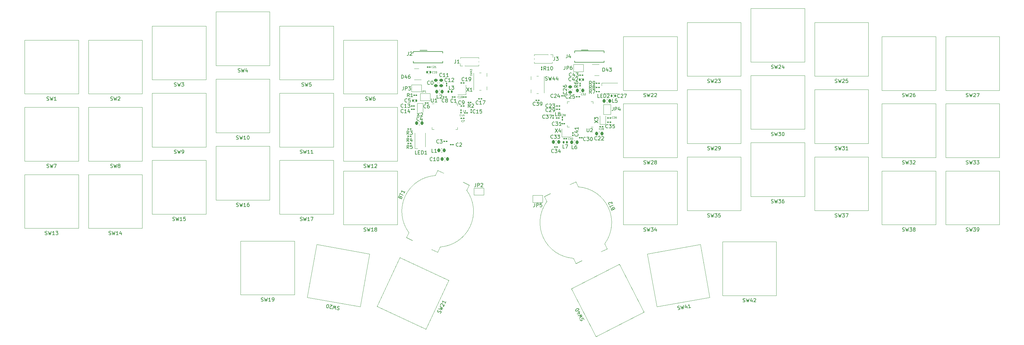
<source format=gto>
G04 #@! TF.GenerationSoftware,KiCad,Pcbnew,(6.0.9)*
G04 #@! TF.CreationDate,2023-05-23T12:25:36-07:00*
G04 #@! TF.ProjectId,Keycad_fun,4b657963-6164-45f6-9675-6e2e6b696361,rev?*
G04 #@! TF.SameCoordinates,Original*
G04 #@! TF.FileFunction,Legend,Top*
G04 #@! TF.FilePolarity,Positive*
%FSLAX46Y46*%
G04 Gerber Fmt 4.6, Leading zero omitted, Abs format (unit mm)*
G04 Created by KiCad (PCBNEW (6.0.9)) date 2023-05-23 12:25:36*
%MOMM*%
%LPD*%
G01*
G04 APERTURE LIST*
G04 Aperture macros list*
%AMRoundRect*
0 Rectangle with rounded corners*
0 $1 Rounding radius*
0 $2 $3 $4 $5 $6 $7 $8 $9 X,Y pos of 4 corners*
0 Add a 4 corners polygon primitive as box body*
4,1,4,$2,$3,$4,$5,$6,$7,$8,$9,$2,$3,0*
0 Add four circle primitives for the rounded corners*
1,1,$1+$1,$2,$3*
1,1,$1+$1,$4,$5*
1,1,$1+$1,$6,$7*
1,1,$1+$1,$8,$9*
0 Add four rect primitives between the rounded corners*
20,1,$1+$1,$2,$3,$4,$5,0*
20,1,$1+$1,$4,$5,$6,$7,0*
20,1,$1+$1,$6,$7,$8,$9,0*
20,1,$1+$1,$8,$9,$2,$3,0*%
%AMRotRect*
0 Rectangle, with rotation*
0 The origin of the aperture is its center*
0 $1 length*
0 $2 width*
0 $3 Rotation angle, in degrees counterclockwise*
0 Add horizontal line*
21,1,$1,$2,0,0,$3*%
G04 Aperture macros list end*
%ADD10C,0.150000*%
%ADD11C,0.062000*%
%ADD12C,0.120000*%
%ADD13RotRect,2.600000X5.560000X65.000000*%
%ADD14C,17.800000*%
%ADD15RotRect,2.600000X5.560000X295.000000*%
%ADD16RoundRect,0.225000X0.250000X-0.225000X0.250000X0.225000X-0.250000X0.225000X-0.250000X-0.225000X0*%
%ADD17RoundRect,0.100000X-0.130000X-0.100000X0.130000X-0.100000X0.130000X0.100000X-0.130000X0.100000X0*%
%ADD18RoundRect,0.100000X0.130000X0.100000X-0.130000X0.100000X-0.130000X-0.100000X0.130000X-0.100000X0*%
%ADD19RoundRect,0.225000X0.225000X0.250000X-0.225000X0.250000X-0.225000X-0.250000X0.225000X-0.250000X0*%
%ADD20RoundRect,0.140000X0.140000X0.170000X-0.140000X0.170000X-0.140000X-0.170000X0.140000X-0.170000X0*%
%ADD21RoundRect,0.100000X0.100000X-0.130000X0.100000X0.130000X-0.100000X0.130000X-0.100000X-0.130000X0*%
%ADD22RoundRect,0.140000X-0.140000X-0.170000X0.140000X-0.170000X0.140000X0.170000X-0.140000X0.170000X0*%
%ADD23RoundRect,0.225000X-0.225000X-0.250000X0.225000X-0.250000X0.225000X0.250000X-0.225000X0.250000X0*%
%ADD24RoundRect,0.100000X-0.100000X0.130000X-0.100000X-0.130000X0.100000X-0.130000X0.100000X0.130000X0*%
%ADD25R,0.700000X1.000000*%
%ADD26R,0.700000X0.600000*%
%ADD27R,0.850000X0.850000*%
%ADD28O,0.850000X0.850000*%
%ADD29R,0.840000X0.840000*%
%ADD30C,0.840000*%
%ADD31C,1.850000*%
%ADD32R,1.000000X1.500000*%
%ADD33R,1.500000X1.000000*%
%ADD34RoundRect,0.218750X0.218750X0.256250X-0.218750X0.256250X-0.218750X-0.256250X0.218750X-0.256250X0*%
%ADD35RoundRect,0.147500X0.147500X0.172500X-0.147500X0.172500X-0.147500X-0.172500X0.147500X-0.172500X0*%
%ADD36RoundRect,0.218750X-0.218750X-0.256250X0.218750X-0.256250X0.218750X0.256250X-0.218750X0.256250X0*%
%ADD37RoundRect,0.147500X-0.147500X-0.172500X0.147500X-0.172500X0.147500X0.172500X-0.147500X0.172500X0*%
%ADD38R,1.100000X1.500000*%
%ADD39R,1.500000X1.100000*%
%ADD40C,1.900000*%
%ADD41C,1.600000*%
%ADD42C,3.050000*%
%ADD43C,5.050000*%
%ADD44R,1.000000X1.550000*%
%ADD45C,0.250000*%
%ADD46R,4.850000X4.850000*%
%ADD47R,0.800000X0.900000*%
%ADD48R,1.100000X0.600000*%
%ADD49R,0.900000X0.800000*%
G04 APERTURE END LIST*
D10*
X149452559Y-95748586D02*
X149556091Y-95639239D01*
X149619373Y-95616206D01*
X149725812Y-95613298D01*
X149855285Y-95673672D01*
X149921475Y-95757079D01*
X149944508Y-95820361D01*
X149947416Y-95926800D01*
X149786419Y-96272061D01*
X148880111Y-95849442D01*
X149020984Y-95547340D01*
X149104391Y-95481149D01*
X149167673Y-95458116D01*
X149274113Y-95455208D01*
X149360428Y-95495458D01*
X149426618Y-95578865D01*
X149449651Y-95642147D01*
X149452559Y-95748586D01*
X149311686Y-96050689D01*
X149242355Y-95072607D02*
X149483852Y-94554717D01*
X150269411Y-95236280D02*
X149363103Y-94813662D01*
X150752404Y-94200500D02*
X150510907Y-94718390D01*
X150631655Y-94459445D02*
X149725348Y-94036827D01*
X149814571Y-94183516D01*
X149860637Y-94310080D01*
X149863545Y-94416520D01*
X209417967Y-99008960D02*
X209400751Y-98859363D01*
X209423784Y-98796081D01*
X209489974Y-98712674D01*
X209619447Y-98652300D01*
X209725886Y-98655208D01*
X209789169Y-98678241D01*
X209872575Y-98744432D01*
X210033573Y-99089692D01*
X209127265Y-99512310D01*
X208986392Y-99210207D01*
X208989300Y-99103768D01*
X209012333Y-99040485D01*
X209078524Y-98957079D01*
X209164839Y-98916829D01*
X209271278Y-98919737D01*
X209334561Y-98942770D01*
X209417967Y-99008960D01*
X209558840Y-99311063D01*
X208765021Y-98735475D02*
X208523525Y-98217584D01*
X209550581Y-98053911D02*
X208644273Y-98476530D01*
X208489092Y-97918390D02*
X208425809Y-97895357D01*
X208342403Y-97829167D01*
X208241779Y-97613379D01*
X208244687Y-97506940D01*
X208267720Y-97443657D01*
X208333911Y-97360251D01*
X208420226Y-97320001D01*
X208569823Y-97302785D01*
X209329209Y-97579179D01*
X209067588Y-97018131D01*
X157733333Y-63857142D02*
X157685714Y-63904761D01*
X157542857Y-63952380D01*
X157447619Y-63952380D01*
X157304761Y-63904761D01*
X157209523Y-63809523D01*
X157161904Y-63714285D01*
X157114285Y-63523809D01*
X157114285Y-63380952D01*
X157161904Y-63190476D01*
X157209523Y-63095238D01*
X157304761Y-63000000D01*
X157447619Y-62952380D01*
X157542857Y-62952380D01*
X157685714Y-63000000D01*
X157733333Y-63047619D01*
X158352380Y-62952380D02*
X158447619Y-62952380D01*
X158542857Y-63000000D01*
X158590476Y-63047619D01*
X158638095Y-63142857D01*
X158685714Y-63333333D01*
X158685714Y-63571428D01*
X158638095Y-63761904D01*
X158590476Y-63857142D01*
X158542857Y-63904761D01*
X158447619Y-63952380D01*
X158352380Y-63952380D01*
X158257142Y-63904761D01*
X158209523Y-63857142D01*
X158161904Y-63761904D01*
X158114285Y-63571428D01*
X158114285Y-63333333D01*
X158161904Y-63142857D01*
X158209523Y-63047619D01*
X158257142Y-63000000D01*
X158352380Y-62952380D01*
X164333333Y-68957142D02*
X164285714Y-69004761D01*
X164142857Y-69052380D01*
X164047619Y-69052380D01*
X163904761Y-69004761D01*
X163809523Y-68909523D01*
X163761904Y-68814285D01*
X163714285Y-68623809D01*
X163714285Y-68480952D01*
X163761904Y-68290476D01*
X163809523Y-68195238D01*
X163904761Y-68100000D01*
X164047619Y-68052380D01*
X164142857Y-68052380D01*
X164285714Y-68100000D01*
X164333333Y-68147619D01*
X165285714Y-69052380D02*
X164714285Y-69052380D01*
X165000000Y-69052380D02*
X165000000Y-68052380D01*
X164904761Y-68195238D01*
X164809523Y-68290476D01*
X164714285Y-68338095D01*
X165833333Y-81357142D02*
X165785714Y-81404761D01*
X165642857Y-81452380D01*
X165547619Y-81452380D01*
X165404761Y-81404761D01*
X165309523Y-81309523D01*
X165261904Y-81214285D01*
X165214285Y-81023809D01*
X165214285Y-80880952D01*
X165261904Y-80690476D01*
X165309523Y-80595238D01*
X165404761Y-80500000D01*
X165547619Y-80452380D01*
X165642857Y-80452380D01*
X165785714Y-80500000D01*
X165833333Y-80547619D01*
X166214285Y-80547619D02*
X166261904Y-80500000D01*
X166357142Y-80452380D01*
X166595238Y-80452380D01*
X166690476Y-80500000D01*
X166738095Y-80547619D01*
X166785714Y-80642857D01*
X166785714Y-80738095D01*
X166738095Y-80880952D01*
X166166666Y-81452380D01*
X166785714Y-81452380D01*
X160333333Y-80457142D02*
X160285714Y-80504761D01*
X160142857Y-80552380D01*
X160047619Y-80552380D01*
X159904761Y-80504761D01*
X159809523Y-80409523D01*
X159761904Y-80314285D01*
X159714285Y-80123809D01*
X159714285Y-79980952D01*
X159761904Y-79790476D01*
X159809523Y-79695238D01*
X159904761Y-79600000D01*
X160047619Y-79552380D01*
X160142857Y-79552380D01*
X160285714Y-79600000D01*
X160333333Y-79647619D01*
X160666666Y-79552380D02*
X161285714Y-79552380D01*
X160952380Y-79933333D01*
X161095238Y-79933333D01*
X161190476Y-79980952D01*
X161238095Y-80028571D01*
X161285714Y-80123809D01*
X161285714Y-80361904D01*
X161238095Y-80457142D01*
X161190476Y-80504761D01*
X161095238Y-80552380D01*
X160809523Y-80552380D01*
X160714285Y-80504761D01*
X160666666Y-80457142D01*
X154733333Y-74057142D02*
X154685714Y-74104761D01*
X154542857Y-74152380D01*
X154447619Y-74152380D01*
X154304761Y-74104761D01*
X154209523Y-74009523D01*
X154161904Y-73914285D01*
X154114285Y-73723809D01*
X154114285Y-73580952D01*
X154161904Y-73390476D01*
X154209523Y-73295238D01*
X154304761Y-73200000D01*
X154447619Y-73152380D01*
X154542857Y-73152380D01*
X154685714Y-73200000D01*
X154733333Y-73247619D01*
X155590476Y-73485714D02*
X155590476Y-74152380D01*
X155352380Y-73104761D02*
X155114285Y-73819047D01*
X155733333Y-73819047D01*
X151353333Y-68857142D02*
X151305714Y-68904761D01*
X151162857Y-68952380D01*
X151067619Y-68952380D01*
X150924761Y-68904761D01*
X150829523Y-68809523D01*
X150781904Y-68714285D01*
X150734285Y-68523809D01*
X150734285Y-68380952D01*
X150781904Y-68190476D01*
X150829523Y-68095238D01*
X150924761Y-68000000D01*
X151067619Y-67952380D01*
X151162857Y-67952380D01*
X151305714Y-68000000D01*
X151353333Y-68047619D01*
X152258095Y-67952380D02*
X151781904Y-67952380D01*
X151734285Y-68428571D01*
X151781904Y-68380952D01*
X151877142Y-68333333D01*
X152115238Y-68333333D01*
X152210476Y-68380952D01*
X152258095Y-68428571D01*
X152305714Y-68523809D01*
X152305714Y-68761904D01*
X152258095Y-68857142D01*
X152210476Y-68904761D01*
X152115238Y-68952380D01*
X151877142Y-68952380D01*
X151781904Y-68904761D01*
X151734285Y-68857142D01*
X156713333Y-70527142D02*
X156665714Y-70574761D01*
X156522857Y-70622380D01*
X156427619Y-70622380D01*
X156284761Y-70574761D01*
X156189523Y-70479523D01*
X156141904Y-70384285D01*
X156094285Y-70193809D01*
X156094285Y-70050952D01*
X156141904Y-69860476D01*
X156189523Y-69765238D01*
X156284761Y-69670000D01*
X156427619Y-69622380D01*
X156522857Y-69622380D01*
X156665714Y-69670000D01*
X156713333Y-69717619D01*
X157570476Y-69622380D02*
X157380000Y-69622380D01*
X157284761Y-69670000D01*
X157237142Y-69717619D01*
X157141904Y-69860476D01*
X157094285Y-70050952D01*
X157094285Y-70431904D01*
X157141904Y-70527142D01*
X157189523Y-70574761D01*
X157284761Y-70622380D01*
X157475238Y-70622380D01*
X157570476Y-70574761D01*
X157618095Y-70527142D01*
X157665714Y-70431904D01*
X157665714Y-70193809D01*
X157618095Y-70098571D01*
X157570476Y-70050952D01*
X157475238Y-70003333D01*
X157284761Y-70003333D01*
X157189523Y-70050952D01*
X157141904Y-70098571D01*
X157094285Y-70193809D01*
D11*
X167016666Y-74478571D02*
X166992857Y-74502380D01*
X166921428Y-74526190D01*
X166873809Y-74526190D01*
X166802380Y-74502380D01*
X166754761Y-74454761D01*
X166730952Y-74407142D01*
X166707142Y-74311904D01*
X166707142Y-74240476D01*
X166730952Y-74145238D01*
X166754761Y-74097619D01*
X166802380Y-74050000D01*
X166873809Y-74026190D01*
X166921428Y-74026190D01*
X166992857Y-74050000D01*
X167016666Y-74073809D01*
X167183333Y-74026190D02*
X167516666Y-74026190D01*
X167302380Y-74526190D01*
D10*
X161833333Y-68857142D02*
X161785714Y-68904761D01*
X161642857Y-68952380D01*
X161547619Y-68952380D01*
X161404761Y-68904761D01*
X161309523Y-68809523D01*
X161261904Y-68714285D01*
X161214285Y-68523809D01*
X161214285Y-68380952D01*
X161261904Y-68190476D01*
X161309523Y-68095238D01*
X161404761Y-68000000D01*
X161547619Y-67952380D01*
X161642857Y-67952380D01*
X161785714Y-68000000D01*
X161833333Y-68047619D01*
X162404761Y-68380952D02*
X162309523Y-68333333D01*
X162261904Y-68285714D01*
X162214285Y-68190476D01*
X162214285Y-68142857D01*
X162261904Y-68047619D01*
X162309523Y-68000000D01*
X162404761Y-67952380D01*
X162595238Y-67952380D01*
X162690476Y-68000000D01*
X162738095Y-68047619D01*
X162785714Y-68142857D01*
X162785714Y-68190476D01*
X162738095Y-68285714D01*
X162690476Y-68333333D01*
X162595238Y-68380952D01*
X162404761Y-68380952D01*
X162309523Y-68428571D01*
X162261904Y-68476190D01*
X162214285Y-68571428D01*
X162214285Y-68761904D01*
X162261904Y-68857142D01*
X162309523Y-68904761D01*
X162404761Y-68952380D01*
X162595238Y-68952380D01*
X162690476Y-68904761D01*
X162738095Y-68857142D01*
X162785714Y-68761904D01*
X162785714Y-68571428D01*
X162738095Y-68476190D01*
X162690476Y-68428571D01*
X162595238Y-68380952D01*
X166533333Y-69457142D02*
X166485714Y-69504761D01*
X166342857Y-69552380D01*
X166247619Y-69552380D01*
X166104761Y-69504761D01*
X166009523Y-69409523D01*
X165961904Y-69314285D01*
X165914285Y-69123809D01*
X165914285Y-68980952D01*
X165961904Y-68790476D01*
X166009523Y-68695238D01*
X166104761Y-68600000D01*
X166247619Y-68552380D01*
X166342857Y-68552380D01*
X166485714Y-68600000D01*
X166533333Y-68647619D01*
X167009523Y-69552380D02*
X167200000Y-69552380D01*
X167295238Y-69504761D01*
X167342857Y-69457142D01*
X167438095Y-69314285D01*
X167485714Y-69123809D01*
X167485714Y-68742857D01*
X167438095Y-68647619D01*
X167390476Y-68600000D01*
X167295238Y-68552380D01*
X167104761Y-68552380D01*
X167009523Y-68600000D01*
X166961904Y-68647619D01*
X166914285Y-68742857D01*
X166914285Y-68980952D01*
X166961904Y-69076190D01*
X167009523Y-69123809D01*
X167104761Y-69171428D01*
X167295238Y-69171428D01*
X167390476Y-69123809D01*
X167438095Y-69076190D01*
X167485714Y-68980952D01*
X158457142Y-85457142D02*
X158409523Y-85504761D01*
X158266666Y-85552380D01*
X158171428Y-85552380D01*
X158028571Y-85504761D01*
X157933333Y-85409523D01*
X157885714Y-85314285D01*
X157838095Y-85123809D01*
X157838095Y-84980952D01*
X157885714Y-84790476D01*
X157933333Y-84695238D01*
X158028571Y-84600000D01*
X158171428Y-84552380D01*
X158266666Y-84552380D01*
X158409523Y-84600000D01*
X158457142Y-84647619D01*
X159409523Y-85552380D02*
X158838095Y-85552380D01*
X159123809Y-85552380D02*
X159123809Y-84552380D01*
X159028571Y-84695238D01*
X158933333Y-84790476D01*
X158838095Y-84838095D01*
X160028571Y-84552380D02*
X160123809Y-84552380D01*
X160219047Y-84600000D01*
X160266666Y-84647619D01*
X160314285Y-84742857D01*
X160361904Y-84933333D01*
X160361904Y-85171428D01*
X160314285Y-85361904D01*
X160266666Y-85457142D01*
X160219047Y-85504761D01*
X160123809Y-85552380D01*
X160028571Y-85552380D01*
X159933333Y-85504761D01*
X159885714Y-85457142D01*
X159838095Y-85361904D01*
X159790476Y-85171428D01*
X159790476Y-84933333D01*
X159838095Y-84742857D01*
X159885714Y-84647619D01*
X159933333Y-84600000D01*
X160028571Y-84552380D01*
X161157142Y-61657142D02*
X161109523Y-61704761D01*
X160966666Y-61752380D01*
X160871428Y-61752380D01*
X160728571Y-61704761D01*
X160633333Y-61609523D01*
X160585714Y-61514285D01*
X160538095Y-61323809D01*
X160538095Y-61180952D01*
X160585714Y-60990476D01*
X160633333Y-60895238D01*
X160728571Y-60800000D01*
X160871428Y-60752380D01*
X160966666Y-60752380D01*
X161109523Y-60800000D01*
X161157142Y-60847619D01*
X162109523Y-61752380D02*
X161538095Y-61752380D01*
X161823809Y-61752380D02*
X161823809Y-60752380D01*
X161728571Y-60895238D01*
X161633333Y-60990476D01*
X161538095Y-61038095D01*
X163061904Y-61752380D02*
X162490476Y-61752380D01*
X162776190Y-61752380D02*
X162776190Y-60752380D01*
X162680952Y-60895238D01*
X162585714Y-60990476D01*
X162490476Y-61038095D01*
X162657142Y-63057142D02*
X162609523Y-63104761D01*
X162466666Y-63152380D01*
X162371428Y-63152380D01*
X162228571Y-63104761D01*
X162133333Y-63009523D01*
X162085714Y-62914285D01*
X162038095Y-62723809D01*
X162038095Y-62580952D01*
X162085714Y-62390476D01*
X162133333Y-62295238D01*
X162228571Y-62200000D01*
X162371428Y-62152380D01*
X162466666Y-62152380D01*
X162609523Y-62200000D01*
X162657142Y-62247619D01*
X163609523Y-63152380D02*
X163038095Y-63152380D01*
X163323809Y-63152380D02*
X163323809Y-62152380D01*
X163228571Y-62295238D01*
X163133333Y-62390476D01*
X163038095Y-62438095D01*
X163990476Y-62247619D02*
X164038095Y-62200000D01*
X164133333Y-62152380D01*
X164371428Y-62152380D01*
X164466666Y-62200000D01*
X164514285Y-62247619D01*
X164561904Y-62342857D01*
X164561904Y-62438095D01*
X164514285Y-62580952D01*
X163942857Y-63152380D01*
X164561904Y-63152380D01*
X150257142Y-70357142D02*
X150209523Y-70404761D01*
X150066666Y-70452380D01*
X149971428Y-70452380D01*
X149828571Y-70404761D01*
X149733333Y-70309523D01*
X149685714Y-70214285D01*
X149638095Y-70023809D01*
X149638095Y-69880952D01*
X149685714Y-69690476D01*
X149733333Y-69595238D01*
X149828571Y-69500000D01*
X149971428Y-69452380D01*
X150066666Y-69452380D01*
X150209523Y-69500000D01*
X150257142Y-69547619D01*
X151209523Y-70452380D02*
X150638095Y-70452380D01*
X150923809Y-70452380D02*
X150923809Y-69452380D01*
X150828571Y-69595238D01*
X150733333Y-69690476D01*
X150638095Y-69738095D01*
X151542857Y-69452380D02*
X152161904Y-69452380D01*
X151828571Y-69833333D01*
X151971428Y-69833333D01*
X152066666Y-69880952D01*
X152114285Y-69928571D01*
X152161904Y-70023809D01*
X152161904Y-70261904D01*
X152114285Y-70357142D01*
X152066666Y-70404761D01*
X151971428Y-70452380D01*
X151685714Y-70452380D01*
X151590476Y-70404761D01*
X151542857Y-70357142D01*
X150257142Y-71857142D02*
X150209523Y-71904761D01*
X150066666Y-71952380D01*
X149971428Y-71952380D01*
X149828571Y-71904761D01*
X149733333Y-71809523D01*
X149685714Y-71714285D01*
X149638095Y-71523809D01*
X149638095Y-71380952D01*
X149685714Y-71190476D01*
X149733333Y-71095238D01*
X149828571Y-71000000D01*
X149971428Y-70952380D01*
X150066666Y-70952380D01*
X150209523Y-71000000D01*
X150257142Y-71047619D01*
X151209523Y-71952380D02*
X150638095Y-71952380D01*
X150923809Y-71952380D02*
X150923809Y-70952380D01*
X150828571Y-71095238D01*
X150733333Y-71190476D01*
X150638095Y-71238095D01*
X152066666Y-71285714D02*
X152066666Y-71952380D01*
X151828571Y-70904761D02*
X151590476Y-71619047D01*
X152209523Y-71619047D01*
X170557142Y-71957142D02*
X170509523Y-72004761D01*
X170366666Y-72052380D01*
X170271428Y-72052380D01*
X170128571Y-72004761D01*
X170033333Y-71909523D01*
X169985714Y-71814285D01*
X169938095Y-71623809D01*
X169938095Y-71480952D01*
X169985714Y-71290476D01*
X170033333Y-71195238D01*
X170128571Y-71100000D01*
X170271428Y-71052380D01*
X170366666Y-71052380D01*
X170509523Y-71100000D01*
X170557142Y-71147619D01*
X171509523Y-72052380D02*
X170938095Y-72052380D01*
X171223809Y-72052380D02*
X171223809Y-71052380D01*
X171128571Y-71195238D01*
X171033333Y-71290476D01*
X170938095Y-71338095D01*
X172414285Y-71052380D02*
X171938095Y-71052380D01*
X171890476Y-71528571D01*
X171938095Y-71480952D01*
X172033333Y-71433333D01*
X172271428Y-71433333D01*
X172366666Y-71480952D01*
X172414285Y-71528571D01*
X172461904Y-71623809D01*
X172461904Y-71861904D01*
X172414285Y-71957142D01*
X172366666Y-72004761D01*
X172271428Y-72052380D01*
X172033333Y-72052380D01*
X171938095Y-72004761D01*
X171890476Y-71957142D01*
D11*
X166538571Y-72828571D02*
X166514761Y-72852380D01*
X166443333Y-72876190D01*
X166395714Y-72876190D01*
X166324285Y-72852380D01*
X166276666Y-72804761D01*
X166252857Y-72757142D01*
X166229047Y-72661904D01*
X166229047Y-72590476D01*
X166252857Y-72495238D01*
X166276666Y-72447619D01*
X166324285Y-72400000D01*
X166395714Y-72376190D01*
X166443333Y-72376190D01*
X166514761Y-72400000D01*
X166538571Y-72423809D01*
X167014761Y-72876190D02*
X166729047Y-72876190D01*
X166871904Y-72876190D02*
X166871904Y-72376190D01*
X166824285Y-72447619D01*
X166776666Y-72495238D01*
X166729047Y-72519047D01*
X167443333Y-72376190D02*
X167348095Y-72376190D01*
X167300476Y-72400000D01*
X167276666Y-72423809D01*
X167229047Y-72495238D01*
X167205238Y-72590476D01*
X167205238Y-72780952D01*
X167229047Y-72828571D01*
X167252857Y-72852380D01*
X167300476Y-72876190D01*
X167395714Y-72876190D01*
X167443333Y-72852380D01*
X167467142Y-72828571D01*
X167490952Y-72780952D01*
X167490952Y-72661904D01*
X167467142Y-72614285D01*
X167443333Y-72590476D01*
X167395714Y-72566666D01*
X167300476Y-72566666D01*
X167252857Y-72590476D01*
X167229047Y-72614285D01*
X167205238Y-72661904D01*
D10*
X171457142Y-69457142D02*
X171409523Y-69504761D01*
X171266666Y-69552380D01*
X171171428Y-69552380D01*
X171028571Y-69504761D01*
X170933333Y-69409523D01*
X170885714Y-69314285D01*
X170838095Y-69123809D01*
X170838095Y-68980952D01*
X170885714Y-68790476D01*
X170933333Y-68695238D01*
X171028571Y-68600000D01*
X171171428Y-68552380D01*
X171266666Y-68552380D01*
X171409523Y-68600000D01*
X171457142Y-68647619D01*
X172409523Y-69552380D02*
X171838095Y-69552380D01*
X172123809Y-69552380D02*
X172123809Y-68552380D01*
X172028571Y-68695238D01*
X171933333Y-68790476D01*
X171838095Y-68838095D01*
X172742857Y-68552380D02*
X173409523Y-68552380D01*
X172980952Y-69552380D01*
D11*
X165978571Y-67678571D02*
X165954761Y-67702380D01*
X165883333Y-67726190D01*
X165835714Y-67726190D01*
X165764285Y-67702380D01*
X165716666Y-67654761D01*
X165692857Y-67607142D01*
X165669047Y-67511904D01*
X165669047Y-67440476D01*
X165692857Y-67345238D01*
X165716666Y-67297619D01*
X165764285Y-67250000D01*
X165835714Y-67226190D01*
X165883333Y-67226190D01*
X165954761Y-67250000D01*
X165978571Y-67273809D01*
X166454761Y-67726190D02*
X166169047Y-67726190D01*
X166311904Y-67726190D02*
X166311904Y-67226190D01*
X166264285Y-67297619D01*
X166216666Y-67345238D01*
X166169047Y-67369047D01*
X166740476Y-67440476D02*
X166692857Y-67416666D01*
X166669047Y-67392857D01*
X166645238Y-67345238D01*
X166645238Y-67321428D01*
X166669047Y-67273809D01*
X166692857Y-67250000D01*
X166740476Y-67226190D01*
X166835714Y-67226190D01*
X166883333Y-67250000D01*
X166907142Y-67273809D01*
X166930952Y-67321428D01*
X166930952Y-67345238D01*
X166907142Y-67392857D01*
X166883333Y-67416666D01*
X166835714Y-67440476D01*
X166740476Y-67440476D01*
X166692857Y-67464285D01*
X166669047Y-67488095D01*
X166645238Y-67535714D01*
X166645238Y-67630952D01*
X166669047Y-67678571D01*
X166692857Y-67702380D01*
X166740476Y-67726190D01*
X166835714Y-67726190D01*
X166883333Y-67702380D01*
X166907142Y-67678571D01*
X166930952Y-67630952D01*
X166930952Y-67535714D01*
X166907142Y-67488095D01*
X166883333Y-67464285D01*
X166835714Y-67440476D01*
D10*
X167457142Y-62857142D02*
X167409523Y-62904761D01*
X167266666Y-62952380D01*
X167171428Y-62952380D01*
X167028571Y-62904761D01*
X166933333Y-62809523D01*
X166885714Y-62714285D01*
X166838095Y-62523809D01*
X166838095Y-62380952D01*
X166885714Y-62190476D01*
X166933333Y-62095238D01*
X167028571Y-62000000D01*
X167171428Y-61952380D01*
X167266666Y-61952380D01*
X167409523Y-62000000D01*
X167457142Y-62047619D01*
X168409523Y-62952380D02*
X167838095Y-62952380D01*
X168123809Y-62952380D02*
X168123809Y-61952380D01*
X168028571Y-62095238D01*
X167933333Y-62190476D01*
X167838095Y-62238095D01*
X168885714Y-62952380D02*
X169076190Y-62952380D01*
X169171428Y-62904761D01*
X169219047Y-62857142D01*
X169314285Y-62714285D01*
X169361904Y-62523809D01*
X169361904Y-62142857D01*
X169314285Y-62047619D01*
X169266666Y-62000000D01*
X169171428Y-61952380D01*
X168980952Y-61952380D01*
X168885714Y-62000000D01*
X168838095Y-62047619D01*
X168790476Y-62142857D01*
X168790476Y-62380952D01*
X168838095Y-62476190D01*
X168885714Y-62523809D01*
X168980952Y-62571428D01*
X169171428Y-62571428D01*
X169266666Y-62523809D01*
X169314285Y-62476190D01*
X169361904Y-62380952D01*
D11*
X158778571Y-60678571D02*
X158754761Y-60702380D01*
X158683333Y-60726190D01*
X158635714Y-60726190D01*
X158564285Y-60702380D01*
X158516666Y-60654761D01*
X158492857Y-60607142D01*
X158469047Y-60511904D01*
X158469047Y-60440476D01*
X158492857Y-60345238D01*
X158516666Y-60297619D01*
X158564285Y-60250000D01*
X158635714Y-60226190D01*
X158683333Y-60226190D01*
X158754761Y-60250000D01*
X158778571Y-60273809D01*
X158969047Y-60273809D02*
X158992857Y-60250000D01*
X159040476Y-60226190D01*
X159159523Y-60226190D01*
X159207142Y-60250000D01*
X159230952Y-60273809D01*
X159254761Y-60321428D01*
X159254761Y-60369047D01*
X159230952Y-60440476D01*
X158945238Y-60726190D01*
X159254761Y-60726190D01*
X159564285Y-60226190D02*
X159611904Y-60226190D01*
X159659523Y-60250000D01*
X159683333Y-60273809D01*
X159707142Y-60321428D01*
X159730952Y-60416666D01*
X159730952Y-60535714D01*
X159707142Y-60630952D01*
X159683333Y-60678571D01*
X159659523Y-60702380D01*
X159611904Y-60726190D01*
X159564285Y-60726190D01*
X159516666Y-60702380D01*
X159492857Y-60678571D01*
X159469047Y-60630952D01*
X159445238Y-60535714D01*
X159445238Y-60416666D01*
X159469047Y-60321428D01*
X159492857Y-60273809D01*
X159516666Y-60250000D01*
X159564285Y-60226190D01*
X158578571Y-59178571D02*
X158554761Y-59202380D01*
X158483333Y-59226190D01*
X158435714Y-59226190D01*
X158364285Y-59202380D01*
X158316666Y-59154761D01*
X158292857Y-59107142D01*
X158269047Y-59011904D01*
X158269047Y-58940476D01*
X158292857Y-58845238D01*
X158316666Y-58797619D01*
X158364285Y-58750000D01*
X158435714Y-58726190D01*
X158483333Y-58726190D01*
X158554761Y-58750000D01*
X158578571Y-58773809D01*
X158769047Y-58773809D02*
X158792857Y-58750000D01*
X158840476Y-58726190D01*
X158959523Y-58726190D01*
X159007142Y-58750000D01*
X159030952Y-58773809D01*
X159054761Y-58821428D01*
X159054761Y-58869047D01*
X159030952Y-58940476D01*
X158745238Y-59226190D01*
X159054761Y-59226190D01*
X159530952Y-59226190D02*
X159245238Y-59226190D01*
X159388095Y-59226190D02*
X159388095Y-58726190D01*
X159340476Y-58797619D01*
X159292857Y-58845238D01*
X159245238Y-58869047D01*
D10*
X204957142Y-79557142D02*
X204909523Y-79604761D01*
X204766666Y-79652380D01*
X204671428Y-79652380D01*
X204528571Y-79604761D01*
X204433333Y-79509523D01*
X204385714Y-79414285D01*
X204338095Y-79223809D01*
X204338095Y-79080952D01*
X204385714Y-78890476D01*
X204433333Y-78795238D01*
X204528571Y-78700000D01*
X204671428Y-78652380D01*
X204766666Y-78652380D01*
X204909523Y-78700000D01*
X204957142Y-78747619D01*
X205338095Y-78747619D02*
X205385714Y-78700000D01*
X205480952Y-78652380D01*
X205719047Y-78652380D01*
X205814285Y-78700000D01*
X205861904Y-78747619D01*
X205909523Y-78842857D01*
X205909523Y-78938095D01*
X205861904Y-79080952D01*
X205290476Y-79652380D01*
X205909523Y-79652380D01*
X206290476Y-78747619D02*
X206338095Y-78700000D01*
X206433333Y-78652380D01*
X206671428Y-78652380D01*
X206766666Y-78700000D01*
X206814285Y-78747619D01*
X206861904Y-78842857D01*
X206861904Y-78938095D01*
X206814285Y-79080952D01*
X206242857Y-79652380D01*
X206861904Y-79652380D01*
X191157142Y-70357142D02*
X191109523Y-70404761D01*
X190966666Y-70452380D01*
X190871428Y-70452380D01*
X190728571Y-70404761D01*
X190633333Y-70309523D01*
X190585714Y-70214285D01*
X190538095Y-70023809D01*
X190538095Y-69880952D01*
X190585714Y-69690476D01*
X190633333Y-69595238D01*
X190728571Y-69500000D01*
X190871428Y-69452380D01*
X190966666Y-69452380D01*
X191109523Y-69500000D01*
X191157142Y-69547619D01*
X191538095Y-69547619D02*
X191585714Y-69500000D01*
X191680952Y-69452380D01*
X191919047Y-69452380D01*
X192014285Y-69500000D01*
X192061904Y-69547619D01*
X192109523Y-69642857D01*
X192109523Y-69738095D01*
X192061904Y-69880952D01*
X191490476Y-70452380D01*
X192109523Y-70452380D01*
X192442857Y-69452380D02*
X193061904Y-69452380D01*
X192728571Y-69833333D01*
X192871428Y-69833333D01*
X192966666Y-69880952D01*
X193014285Y-69928571D01*
X193061904Y-70023809D01*
X193061904Y-70261904D01*
X193014285Y-70357142D01*
X192966666Y-70404761D01*
X192871428Y-70452380D01*
X192585714Y-70452380D01*
X192490476Y-70404761D01*
X192442857Y-70357142D01*
X192557142Y-67557142D02*
X192509523Y-67604761D01*
X192366666Y-67652380D01*
X192271428Y-67652380D01*
X192128571Y-67604761D01*
X192033333Y-67509523D01*
X191985714Y-67414285D01*
X191938095Y-67223809D01*
X191938095Y-67080952D01*
X191985714Y-66890476D01*
X192033333Y-66795238D01*
X192128571Y-66700000D01*
X192271428Y-66652380D01*
X192366666Y-66652380D01*
X192509523Y-66700000D01*
X192557142Y-66747619D01*
X192938095Y-66747619D02*
X192985714Y-66700000D01*
X193080952Y-66652380D01*
X193319047Y-66652380D01*
X193414285Y-66700000D01*
X193461904Y-66747619D01*
X193509523Y-66842857D01*
X193509523Y-66938095D01*
X193461904Y-67080952D01*
X192890476Y-67652380D01*
X193509523Y-67652380D01*
X194366666Y-66985714D02*
X194366666Y-67652380D01*
X194128571Y-66604761D02*
X193890476Y-67319047D01*
X194509523Y-67319047D01*
X196757142Y-67757142D02*
X196709523Y-67804761D01*
X196566666Y-67852380D01*
X196471428Y-67852380D01*
X196328571Y-67804761D01*
X196233333Y-67709523D01*
X196185714Y-67614285D01*
X196138095Y-67423809D01*
X196138095Y-67280952D01*
X196185714Y-67090476D01*
X196233333Y-66995238D01*
X196328571Y-66900000D01*
X196471428Y-66852380D01*
X196566666Y-66852380D01*
X196709523Y-66900000D01*
X196757142Y-66947619D01*
X197138095Y-66947619D02*
X197185714Y-66900000D01*
X197280952Y-66852380D01*
X197519047Y-66852380D01*
X197614285Y-66900000D01*
X197661904Y-66947619D01*
X197709523Y-67042857D01*
X197709523Y-67138095D01*
X197661904Y-67280952D01*
X197090476Y-67852380D01*
X197709523Y-67852380D01*
X198614285Y-66852380D02*
X198138095Y-66852380D01*
X198090476Y-67328571D01*
X198138095Y-67280952D01*
X198233333Y-67233333D01*
X198471428Y-67233333D01*
X198566666Y-67280952D01*
X198614285Y-67328571D01*
X198661904Y-67423809D01*
X198661904Y-67661904D01*
X198614285Y-67757142D01*
X198566666Y-67804761D01*
X198471428Y-67852380D01*
X198233333Y-67852380D01*
X198138095Y-67804761D01*
X198090476Y-67757142D01*
X196327142Y-66042857D02*
X196374761Y-66090476D01*
X196422380Y-66233333D01*
X196422380Y-66328571D01*
X196374761Y-66471428D01*
X196279523Y-66566666D01*
X196184285Y-66614285D01*
X195993809Y-66661904D01*
X195850952Y-66661904D01*
X195660476Y-66614285D01*
X195565238Y-66566666D01*
X195470000Y-66471428D01*
X195422380Y-66328571D01*
X195422380Y-66233333D01*
X195470000Y-66090476D01*
X195517619Y-66042857D01*
X195517619Y-65661904D02*
X195470000Y-65614285D01*
X195422380Y-65519047D01*
X195422380Y-65280952D01*
X195470000Y-65185714D01*
X195517619Y-65138095D01*
X195612857Y-65090476D01*
X195708095Y-65090476D01*
X195850952Y-65138095D01*
X196422380Y-65709523D01*
X196422380Y-65090476D01*
X195422380Y-64233333D02*
X195422380Y-64423809D01*
X195470000Y-64519047D01*
X195517619Y-64566666D01*
X195660476Y-64661904D01*
X195850952Y-64709523D01*
X196231904Y-64709523D01*
X196327142Y-64661904D01*
X196374761Y-64614285D01*
X196422380Y-64519047D01*
X196422380Y-64328571D01*
X196374761Y-64233333D01*
X196327142Y-64185714D01*
X196231904Y-64138095D01*
X195993809Y-64138095D01*
X195898571Y-64185714D01*
X195850952Y-64233333D01*
X195803333Y-64328571D01*
X195803333Y-64519047D01*
X195850952Y-64614285D01*
X195898571Y-64661904D01*
X195993809Y-64709523D01*
X211357142Y-67557142D02*
X211309523Y-67604761D01*
X211166666Y-67652380D01*
X211071428Y-67652380D01*
X210928571Y-67604761D01*
X210833333Y-67509523D01*
X210785714Y-67414285D01*
X210738095Y-67223809D01*
X210738095Y-67080952D01*
X210785714Y-66890476D01*
X210833333Y-66795238D01*
X210928571Y-66700000D01*
X211071428Y-66652380D01*
X211166666Y-66652380D01*
X211309523Y-66700000D01*
X211357142Y-66747619D01*
X211738095Y-66747619D02*
X211785714Y-66700000D01*
X211880952Y-66652380D01*
X212119047Y-66652380D01*
X212214285Y-66700000D01*
X212261904Y-66747619D01*
X212309523Y-66842857D01*
X212309523Y-66938095D01*
X212261904Y-67080952D01*
X211690476Y-67652380D01*
X212309523Y-67652380D01*
X212642857Y-66652380D02*
X213309523Y-66652380D01*
X212880952Y-67652380D01*
D11*
X205878571Y-76678571D02*
X205854761Y-76702380D01*
X205783333Y-76726190D01*
X205735714Y-76726190D01*
X205664285Y-76702380D01*
X205616666Y-76654761D01*
X205592857Y-76607142D01*
X205569047Y-76511904D01*
X205569047Y-76440476D01*
X205592857Y-76345238D01*
X205616666Y-76297619D01*
X205664285Y-76250000D01*
X205735714Y-76226190D01*
X205783333Y-76226190D01*
X205854761Y-76250000D01*
X205878571Y-76273809D01*
X206069047Y-76273809D02*
X206092857Y-76250000D01*
X206140476Y-76226190D01*
X206259523Y-76226190D01*
X206307142Y-76250000D01*
X206330952Y-76273809D01*
X206354761Y-76321428D01*
X206354761Y-76369047D01*
X206330952Y-76440476D01*
X206045238Y-76726190D01*
X206354761Y-76726190D01*
X206640476Y-76440476D02*
X206592857Y-76416666D01*
X206569047Y-76392857D01*
X206545238Y-76345238D01*
X206545238Y-76321428D01*
X206569047Y-76273809D01*
X206592857Y-76250000D01*
X206640476Y-76226190D01*
X206735714Y-76226190D01*
X206783333Y-76250000D01*
X206807142Y-76273809D01*
X206830952Y-76321428D01*
X206830952Y-76345238D01*
X206807142Y-76392857D01*
X206783333Y-76416666D01*
X206735714Y-76440476D01*
X206640476Y-76440476D01*
X206592857Y-76464285D01*
X206569047Y-76488095D01*
X206545238Y-76535714D01*
X206545238Y-76630952D01*
X206569047Y-76678571D01*
X206592857Y-76702380D01*
X206640476Y-76726190D01*
X206735714Y-76726190D01*
X206783333Y-76702380D01*
X206807142Y-76678571D01*
X206830952Y-76630952D01*
X206830952Y-76535714D01*
X206807142Y-76488095D01*
X206783333Y-76464285D01*
X206735714Y-76440476D01*
D10*
X191157142Y-71557142D02*
X191109523Y-71604761D01*
X190966666Y-71652380D01*
X190871428Y-71652380D01*
X190728571Y-71604761D01*
X190633333Y-71509523D01*
X190585714Y-71414285D01*
X190538095Y-71223809D01*
X190538095Y-71080952D01*
X190585714Y-70890476D01*
X190633333Y-70795238D01*
X190728571Y-70700000D01*
X190871428Y-70652380D01*
X190966666Y-70652380D01*
X191109523Y-70700000D01*
X191157142Y-70747619D01*
X191538095Y-70747619D02*
X191585714Y-70700000D01*
X191680952Y-70652380D01*
X191919047Y-70652380D01*
X192014285Y-70700000D01*
X192061904Y-70747619D01*
X192109523Y-70842857D01*
X192109523Y-70938095D01*
X192061904Y-71080952D01*
X191490476Y-71652380D01*
X192109523Y-71652380D01*
X192585714Y-71652380D02*
X192776190Y-71652380D01*
X192871428Y-71604761D01*
X192919047Y-71557142D01*
X193014285Y-71414285D01*
X193061904Y-71223809D01*
X193061904Y-70842857D01*
X193014285Y-70747619D01*
X192966666Y-70700000D01*
X192871428Y-70652380D01*
X192680952Y-70652380D01*
X192585714Y-70700000D01*
X192538095Y-70747619D01*
X192490476Y-70842857D01*
X192490476Y-71080952D01*
X192538095Y-71176190D01*
X192585714Y-71223809D01*
X192680952Y-71271428D01*
X192871428Y-71271428D01*
X192966666Y-71223809D01*
X193014285Y-71176190D01*
X193061904Y-71080952D01*
X201757142Y-79757142D02*
X201709523Y-79804761D01*
X201566666Y-79852380D01*
X201471428Y-79852380D01*
X201328571Y-79804761D01*
X201233333Y-79709523D01*
X201185714Y-79614285D01*
X201138095Y-79423809D01*
X201138095Y-79280952D01*
X201185714Y-79090476D01*
X201233333Y-78995238D01*
X201328571Y-78900000D01*
X201471428Y-78852380D01*
X201566666Y-78852380D01*
X201709523Y-78900000D01*
X201757142Y-78947619D01*
X202090476Y-78852380D02*
X202709523Y-78852380D01*
X202376190Y-79233333D01*
X202519047Y-79233333D01*
X202614285Y-79280952D01*
X202661904Y-79328571D01*
X202709523Y-79423809D01*
X202709523Y-79661904D01*
X202661904Y-79757142D01*
X202614285Y-79804761D01*
X202519047Y-79852380D01*
X202233333Y-79852380D01*
X202138095Y-79804761D01*
X202090476Y-79757142D01*
X203328571Y-78852380D02*
X203423809Y-78852380D01*
X203519047Y-78900000D01*
X203566666Y-78947619D01*
X203614285Y-79042857D01*
X203661904Y-79233333D01*
X203661904Y-79471428D01*
X203614285Y-79661904D01*
X203566666Y-79757142D01*
X203519047Y-79804761D01*
X203423809Y-79852380D01*
X203328571Y-79852380D01*
X203233333Y-79804761D01*
X203185714Y-79757142D01*
X203138095Y-79661904D01*
X203090476Y-79471428D01*
X203090476Y-79233333D01*
X203138095Y-79042857D01*
X203185714Y-78947619D01*
X203233333Y-78900000D01*
X203328571Y-78852380D01*
X192957142Y-75457142D02*
X192909523Y-75504761D01*
X192766666Y-75552380D01*
X192671428Y-75552380D01*
X192528571Y-75504761D01*
X192433333Y-75409523D01*
X192385714Y-75314285D01*
X192338095Y-75123809D01*
X192338095Y-74980952D01*
X192385714Y-74790476D01*
X192433333Y-74695238D01*
X192528571Y-74600000D01*
X192671428Y-74552380D01*
X192766666Y-74552380D01*
X192909523Y-74600000D01*
X192957142Y-74647619D01*
X193290476Y-74552380D02*
X193909523Y-74552380D01*
X193576190Y-74933333D01*
X193719047Y-74933333D01*
X193814285Y-74980952D01*
X193861904Y-75028571D01*
X193909523Y-75123809D01*
X193909523Y-75361904D01*
X193861904Y-75457142D01*
X193814285Y-75504761D01*
X193719047Y-75552380D01*
X193433333Y-75552380D01*
X193338095Y-75504761D01*
X193290476Y-75457142D01*
X194861904Y-75552380D02*
X194290476Y-75552380D01*
X194576190Y-75552380D02*
X194576190Y-74552380D01*
X194480952Y-74695238D01*
X194385714Y-74790476D01*
X194290476Y-74838095D01*
D11*
X200778571Y-66878571D02*
X200754761Y-66902380D01*
X200683333Y-66926190D01*
X200635714Y-66926190D01*
X200564285Y-66902380D01*
X200516666Y-66854761D01*
X200492857Y-66807142D01*
X200469047Y-66711904D01*
X200469047Y-66640476D01*
X200492857Y-66545238D01*
X200516666Y-66497619D01*
X200564285Y-66450000D01*
X200635714Y-66426190D01*
X200683333Y-66426190D01*
X200754761Y-66450000D01*
X200778571Y-66473809D01*
X200945238Y-66426190D02*
X201254761Y-66426190D01*
X201088095Y-66616666D01*
X201159523Y-66616666D01*
X201207142Y-66640476D01*
X201230952Y-66664285D01*
X201254761Y-66711904D01*
X201254761Y-66830952D01*
X201230952Y-66878571D01*
X201207142Y-66902380D01*
X201159523Y-66926190D01*
X201016666Y-66926190D01*
X200969047Y-66902380D01*
X200945238Y-66878571D01*
X201445238Y-66473809D02*
X201469047Y-66450000D01*
X201516666Y-66426190D01*
X201635714Y-66426190D01*
X201683333Y-66450000D01*
X201707142Y-66473809D01*
X201730952Y-66521428D01*
X201730952Y-66569047D01*
X201707142Y-66640476D01*
X201421428Y-66926190D01*
X201730952Y-66926190D01*
D10*
X192557142Y-79127142D02*
X192509523Y-79174761D01*
X192366666Y-79222380D01*
X192271428Y-79222380D01*
X192128571Y-79174761D01*
X192033333Y-79079523D01*
X191985714Y-78984285D01*
X191938095Y-78793809D01*
X191938095Y-78650952D01*
X191985714Y-78460476D01*
X192033333Y-78365238D01*
X192128571Y-78270000D01*
X192271428Y-78222380D01*
X192366666Y-78222380D01*
X192509523Y-78270000D01*
X192557142Y-78317619D01*
X192890476Y-78222380D02*
X193509523Y-78222380D01*
X193176190Y-78603333D01*
X193319047Y-78603333D01*
X193414285Y-78650952D01*
X193461904Y-78698571D01*
X193509523Y-78793809D01*
X193509523Y-79031904D01*
X193461904Y-79127142D01*
X193414285Y-79174761D01*
X193319047Y-79222380D01*
X193033333Y-79222380D01*
X192938095Y-79174761D01*
X192890476Y-79127142D01*
X193842857Y-78222380D02*
X194461904Y-78222380D01*
X194128571Y-78603333D01*
X194271428Y-78603333D01*
X194366666Y-78650952D01*
X194414285Y-78698571D01*
X194461904Y-78793809D01*
X194461904Y-79031904D01*
X194414285Y-79127142D01*
X194366666Y-79174761D01*
X194271428Y-79222380D01*
X193985714Y-79222380D01*
X193890476Y-79174761D01*
X193842857Y-79127142D01*
X192757142Y-83157142D02*
X192709523Y-83204761D01*
X192566666Y-83252380D01*
X192471428Y-83252380D01*
X192328571Y-83204761D01*
X192233333Y-83109523D01*
X192185714Y-83014285D01*
X192138095Y-82823809D01*
X192138095Y-82680952D01*
X192185714Y-82490476D01*
X192233333Y-82395238D01*
X192328571Y-82300000D01*
X192471428Y-82252380D01*
X192566666Y-82252380D01*
X192709523Y-82300000D01*
X192757142Y-82347619D01*
X193090476Y-82252380D02*
X193709523Y-82252380D01*
X193376190Y-82633333D01*
X193519047Y-82633333D01*
X193614285Y-82680952D01*
X193661904Y-82728571D01*
X193709523Y-82823809D01*
X193709523Y-83061904D01*
X193661904Y-83157142D01*
X193614285Y-83204761D01*
X193519047Y-83252380D01*
X193233333Y-83252380D01*
X193138095Y-83204761D01*
X193090476Y-83157142D01*
X194566666Y-82585714D02*
X194566666Y-83252380D01*
X194328571Y-82204761D02*
X194090476Y-82919047D01*
X194709523Y-82919047D01*
X208057142Y-76157142D02*
X208009523Y-76204761D01*
X207866666Y-76252380D01*
X207771428Y-76252380D01*
X207628571Y-76204761D01*
X207533333Y-76109523D01*
X207485714Y-76014285D01*
X207438095Y-75823809D01*
X207438095Y-75680952D01*
X207485714Y-75490476D01*
X207533333Y-75395238D01*
X207628571Y-75300000D01*
X207771428Y-75252380D01*
X207866666Y-75252380D01*
X208009523Y-75300000D01*
X208057142Y-75347619D01*
X208390476Y-75252380D02*
X209009523Y-75252380D01*
X208676190Y-75633333D01*
X208819047Y-75633333D01*
X208914285Y-75680952D01*
X208961904Y-75728571D01*
X209009523Y-75823809D01*
X209009523Y-76061904D01*
X208961904Y-76157142D01*
X208914285Y-76204761D01*
X208819047Y-76252380D01*
X208533333Y-76252380D01*
X208438095Y-76204761D01*
X208390476Y-76157142D01*
X209914285Y-75252380D02*
X209438095Y-75252380D01*
X209390476Y-75728571D01*
X209438095Y-75680952D01*
X209533333Y-75633333D01*
X209771428Y-75633333D01*
X209866666Y-75680952D01*
X209914285Y-75728571D01*
X209961904Y-75823809D01*
X209961904Y-76061904D01*
X209914285Y-76157142D01*
X209866666Y-76204761D01*
X209771428Y-76252380D01*
X209533333Y-76252380D01*
X209438095Y-76204761D01*
X209390476Y-76157142D01*
D11*
X209478571Y-73478571D02*
X209454761Y-73502380D01*
X209383333Y-73526190D01*
X209335714Y-73526190D01*
X209264285Y-73502380D01*
X209216666Y-73454761D01*
X209192857Y-73407142D01*
X209169047Y-73311904D01*
X209169047Y-73240476D01*
X209192857Y-73145238D01*
X209216666Y-73097619D01*
X209264285Y-73050000D01*
X209335714Y-73026190D01*
X209383333Y-73026190D01*
X209454761Y-73050000D01*
X209478571Y-73073809D01*
X209645238Y-73026190D02*
X209954761Y-73026190D01*
X209788095Y-73216666D01*
X209859523Y-73216666D01*
X209907142Y-73240476D01*
X209930952Y-73264285D01*
X209954761Y-73311904D01*
X209954761Y-73430952D01*
X209930952Y-73478571D01*
X209907142Y-73502380D01*
X209859523Y-73526190D01*
X209716666Y-73526190D01*
X209669047Y-73502380D01*
X209645238Y-73478571D01*
X210383333Y-73026190D02*
X210288095Y-73026190D01*
X210240476Y-73050000D01*
X210216666Y-73073809D01*
X210169047Y-73145238D01*
X210145238Y-73240476D01*
X210145238Y-73430952D01*
X210169047Y-73478571D01*
X210192857Y-73502380D01*
X210240476Y-73526190D01*
X210335714Y-73526190D01*
X210383333Y-73502380D01*
X210407142Y-73478571D01*
X210430952Y-73430952D01*
X210430952Y-73311904D01*
X210407142Y-73264285D01*
X210383333Y-73240476D01*
X210335714Y-73216666D01*
X210240476Y-73216666D01*
X210192857Y-73240476D01*
X210169047Y-73264285D01*
X210145238Y-73311904D01*
D10*
X190257142Y-73457142D02*
X190209523Y-73504761D01*
X190066666Y-73552380D01*
X189971428Y-73552380D01*
X189828571Y-73504761D01*
X189733333Y-73409523D01*
X189685714Y-73314285D01*
X189638095Y-73123809D01*
X189638095Y-72980952D01*
X189685714Y-72790476D01*
X189733333Y-72695238D01*
X189828571Y-72600000D01*
X189971428Y-72552380D01*
X190066666Y-72552380D01*
X190209523Y-72600000D01*
X190257142Y-72647619D01*
X190590476Y-72552380D02*
X191209523Y-72552380D01*
X190876190Y-72933333D01*
X191019047Y-72933333D01*
X191114285Y-72980952D01*
X191161904Y-73028571D01*
X191209523Y-73123809D01*
X191209523Y-73361904D01*
X191161904Y-73457142D01*
X191114285Y-73504761D01*
X191019047Y-73552380D01*
X190733333Y-73552380D01*
X190638095Y-73504761D01*
X190590476Y-73457142D01*
X191542857Y-72552380D02*
X192209523Y-72552380D01*
X191780952Y-73552380D01*
D11*
X195078571Y-72758571D02*
X195054761Y-72782380D01*
X194983333Y-72806190D01*
X194935714Y-72806190D01*
X194864285Y-72782380D01*
X194816666Y-72734761D01*
X194792857Y-72687142D01*
X194769047Y-72591904D01*
X194769047Y-72520476D01*
X194792857Y-72425238D01*
X194816666Y-72377619D01*
X194864285Y-72330000D01*
X194935714Y-72306190D01*
X194983333Y-72306190D01*
X195054761Y-72330000D01*
X195078571Y-72353809D01*
X195245238Y-72306190D02*
X195554761Y-72306190D01*
X195388095Y-72496666D01*
X195459523Y-72496666D01*
X195507142Y-72520476D01*
X195530952Y-72544285D01*
X195554761Y-72591904D01*
X195554761Y-72710952D01*
X195530952Y-72758571D01*
X195507142Y-72782380D01*
X195459523Y-72806190D01*
X195316666Y-72806190D01*
X195269047Y-72782380D01*
X195245238Y-72758571D01*
X195840476Y-72520476D02*
X195792857Y-72496666D01*
X195769047Y-72472857D01*
X195745238Y-72425238D01*
X195745238Y-72401428D01*
X195769047Y-72353809D01*
X195792857Y-72330000D01*
X195840476Y-72306190D01*
X195935714Y-72306190D01*
X195983333Y-72330000D01*
X196007142Y-72353809D01*
X196030952Y-72401428D01*
X196030952Y-72425238D01*
X196007142Y-72472857D01*
X195983333Y-72496666D01*
X195935714Y-72520476D01*
X195840476Y-72520476D01*
X195792857Y-72544285D01*
X195769047Y-72568095D01*
X195745238Y-72615714D01*
X195745238Y-72710952D01*
X195769047Y-72758571D01*
X195792857Y-72782380D01*
X195840476Y-72806190D01*
X195935714Y-72806190D01*
X195983333Y-72782380D01*
X196007142Y-72758571D01*
X196030952Y-72710952D01*
X196030952Y-72615714D01*
X196007142Y-72568095D01*
X195983333Y-72544285D01*
X195935714Y-72520476D01*
D10*
X187557142Y-69807142D02*
X187509523Y-69854761D01*
X187366666Y-69902380D01*
X187271428Y-69902380D01*
X187128571Y-69854761D01*
X187033333Y-69759523D01*
X186985714Y-69664285D01*
X186938095Y-69473809D01*
X186938095Y-69330952D01*
X186985714Y-69140476D01*
X187033333Y-69045238D01*
X187128571Y-68950000D01*
X187271428Y-68902380D01*
X187366666Y-68902380D01*
X187509523Y-68950000D01*
X187557142Y-68997619D01*
X187890476Y-68902380D02*
X188509523Y-68902380D01*
X188176190Y-69283333D01*
X188319047Y-69283333D01*
X188414285Y-69330952D01*
X188461904Y-69378571D01*
X188509523Y-69473809D01*
X188509523Y-69711904D01*
X188461904Y-69807142D01*
X188414285Y-69854761D01*
X188319047Y-69902380D01*
X188033333Y-69902380D01*
X187938095Y-69854761D01*
X187890476Y-69807142D01*
X188985714Y-69902380D02*
X189176190Y-69902380D01*
X189271428Y-69854761D01*
X189319047Y-69807142D01*
X189414285Y-69664285D01*
X189461904Y-69473809D01*
X189461904Y-69092857D01*
X189414285Y-68997619D01*
X189366666Y-68950000D01*
X189271428Y-68902380D01*
X189080952Y-68902380D01*
X188985714Y-68950000D01*
X188938095Y-68997619D01*
X188890476Y-69092857D01*
X188890476Y-69330952D01*
X188938095Y-69426190D01*
X188985714Y-69473809D01*
X189080952Y-69521428D01*
X189271428Y-69521428D01*
X189366666Y-69473809D01*
X189414285Y-69426190D01*
X189461904Y-69330952D01*
D11*
X197178571Y-79478571D02*
X197154761Y-79502380D01*
X197083333Y-79526190D01*
X197035714Y-79526190D01*
X196964285Y-79502380D01*
X196916666Y-79454761D01*
X196892857Y-79407142D01*
X196869047Y-79311904D01*
X196869047Y-79240476D01*
X196892857Y-79145238D01*
X196916666Y-79097619D01*
X196964285Y-79050000D01*
X197035714Y-79026190D01*
X197083333Y-79026190D01*
X197154761Y-79050000D01*
X197178571Y-79073809D01*
X197607142Y-79192857D02*
X197607142Y-79526190D01*
X197488095Y-79002380D02*
X197369047Y-79359523D01*
X197678571Y-79359523D01*
X197964285Y-79026190D02*
X198011904Y-79026190D01*
X198059523Y-79050000D01*
X198083333Y-79073809D01*
X198107142Y-79121428D01*
X198130952Y-79216666D01*
X198130952Y-79335714D01*
X198107142Y-79430952D01*
X198083333Y-79478571D01*
X198059523Y-79502380D01*
X198011904Y-79526190D01*
X197964285Y-79526190D01*
X197916666Y-79502380D01*
X197892857Y-79478571D01*
X197869047Y-79430952D01*
X197845238Y-79335714D01*
X197845238Y-79216666D01*
X197869047Y-79121428D01*
X197892857Y-79073809D01*
X197916666Y-79050000D01*
X197964285Y-79026190D01*
D10*
X199557142Y-77942857D02*
X199604761Y-77990476D01*
X199652380Y-78133333D01*
X199652380Y-78228571D01*
X199604761Y-78371428D01*
X199509523Y-78466666D01*
X199414285Y-78514285D01*
X199223809Y-78561904D01*
X199080952Y-78561904D01*
X198890476Y-78514285D01*
X198795238Y-78466666D01*
X198700000Y-78371428D01*
X198652380Y-78228571D01*
X198652380Y-78133333D01*
X198700000Y-77990476D01*
X198747619Y-77942857D01*
X198985714Y-77085714D02*
X199652380Y-77085714D01*
X198604761Y-77323809D02*
X199319047Y-77561904D01*
X199319047Y-76942857D01*
X199652380Y-76038095D02*
X199652380Y-76609523D01*
X199652380Y-76323809D02*
X198652380Y-76323809D01*
X198795238Y-76419047D01*
X198890476Y-76514285D01*
X198938095Y-76609523D01*
X197637142Y-62857142D02*
X197589523Y-62904761D01*
X197446666Y-62952380D01*
X197351428Y-62952380D01*
X197208571Y-62904761D01*
X197113333Y-62809523D01*
X197065714Y-62714285D01*
X197018095Y-62523809D01*
X197018095Y-62380952D01*
X197065714Y-62190476D01*
X197113333Y-62095238D01*
X197208571Y-62000000D01*
X197351428Y-61952380D01*
X197446666Y-61952380D01*
X197589523Y-62000000D01*
X197637142Y-62047619D01*
X198494285Y-62285714D02*
X198494285Y-62952380D01*
X198256190Y-61904761D02*
X198018095Y-62619047D01*
X198637142Y-62619047D01*
X198970476Y-62047619D02*
X199018095Y-62000000D01*
X199113333Y-61952380D01*
X199351428Y-61952380D01*
X199446666Y-62000000D01*
X199494285Y-62047619D01*
X199541904Y-62142857D01*
X199541904Y-62238095D01*
X199494285Y-62380952D01*
X198922857Y-62952380D01*
X199541904Y-62952380D01*
X197757142Y-61557142D02*
X197709523Y-61604761D01*
X197566666Y-61652380D01*
X197471428Y-61652380D01*
X197328571Y-61604761D01*
X197233333Y-61509523D01*
X197185714Y-61414285D01*
X197138095Y-61223809D01*
X197138095Y-61080952D01*
X197185714Y-60890476D01*
X197233333Y-60795238D01*
X197328571Y-60700000D01*
X197471428Y-60652380D01*
X197566666Y-60652380D01*
X197709523Y-60700000D01*
X197757142Y-60747619D01*
X198614285Y-60985714D02*
X198614285Y-61652380D01*
X198376190Y-60604761D02*
X198138095Y-61319047D01*
X198757142Y-61319047D01*
X199042857Y-60652380D02*
X199661904Y-60652380D01*
X199328571Y-61033333D01*
X199471428Y-61033333D01*
X199566666Y-61080952D01*
X199614285Y-61128571D01*
X199661904Y-61223809D01*
X199661904Y-61461904D01*
X199614285Y-61557142D01*
X199566666Y-61604761D01*
X199471428Y-61652380D01*
X199185714Y-61652380D01*
X199090476Y-61604761D01*
X199042857Y-61557142D01*
X206585714Y-60252380D02*
X206585714Y-59252380D01*
X206823809Y-59252380D01*
X206966666Y-59300000D01*
X207061904Y-59395238D01*
X207109523Y-59490476D01*
X207157142Y-59680952D01*
X207157142Y-59823809D01*
X207109523Y-60014285D01*
X207061904Y-60109523D01*
X206966666Y-60204761D01*
X206823809Y-60252380D01*
X206585714Y-60252380D01*
X208014285Y-59585714D02*
X208014285Y-60252380D01*
X207776190Y-59204761D02*
X207538095Y-59919047D01*
X208157142Y-59919047D01*
X208442857Y-59252380D02*
X209061904Y-59252380D01*
X208728571Y-59633333D01*
X208871428Y-59633333D01*
X208966666Y-59680952D01*
X209014285Y-59728571D01*
X209061904Y-59823809D01*
X209061904Y-60061904D01*
X209014285Y-60157142D01*
X208966666Y-60204761D01*
X208871428Y-60252380D01*
X208585714Y-60252380D01*
X208490476Y-60204761D01*
X208442857Y-60157142D01*
X149785714Y-62252380D02*
X149785714Y-61252380D01*
X150023809Y-61252380D01*
X150166666Y-61300000D01*
X150261904Y-61395238D01*
X150309523Y-61490476D01*
X150357142Y-61680952D01*
X150357142Y-61823809D01*
X150309523Y-62014285D01*
X150261904Y-62109523D01*
X150166666Y-62204761D01*
X150023809Y-62252380D01*
X149785714Y-62252380D01*
X151214285Y-61585714D02*
X151214285Y-62252380D01*
X150976190Y-61204761D02*
X150738095Y-61919047D01*
X151357142Y-61919047D01*
X152166666Y-61252380D02*
X151976190Y-61252380D01*
X151880952Y-61300000D01*
X151833333Y-61347619D01*
X151738095Y-61490476D01*
X151690476Y-61680952D01*
X151690476Y-62061904D01*
X151738095Y-62157142D01*
X151785714Y-62204761D01*
X151880952Y-62252380D01*
X152071428Y-62252380D01*
X152166666Y-62204761D01*
X152214285Y-62157142D01*
X152261904Y-62061904D01*
X152261904Y-61823809D01*
X152214285Y-61728571D01*
X152166666Y-61680952D01*
X152071428Y-61633333D01*
X151880952Y-61633333D01*
X151785714Y-61680952D01*
X151738095Y-61728571D01*
X151690476Y-61823809D01*
X165106666Y-56952380D02*
X165106666Y-57666666D01*
X165059047Y-57809523D01*
X164963809Y-57904761D01*
X164820952Y-57952380D01*
X164725714Y-57952380D01*
X166106666Y-57952380D02*
X165535238Y-57952380D01*
X165820952Y-57952380D02*
X165820952Y-56952380D01*
X165725714Y-57095238D01*
X165630476Y-57190476D01*
X165535238Y-57238095D01*
X151766666Y-54752380D02*
X151766666Y-55466666D01*
X151719047Y-55609523D01*
X151623809Y-55704761D01*
X151480952Y-55752380D01*
X151385714Y-55752380D01*
X152195238Y-54847619D02*
X152242857Y-54800000D01*
X152338095Y-54752380D01*
X152576190Y-54752380D01*
X152671428Y-54800000D01*
X152719047Y-54847619D01*
X152766666Y-54942857D01*
X152766666Y-55038095D01*
X152719047Y-55180952D01*
X152147619Y-55752380D01*
X152766666Y-55752380D01*
X193026666Y-56152380D02*
X193026666Y-56866666D01*
X192979047Y-57009523D01*
X192883809Y-57104761D01*
X192740952Y-57152380D01*
X192645714Y-57152380D01*
X193407619Y-56152380D02*
X194026666Y-56152380D01*
X193693333Y-56533333D01*
X193836190Y-56533333D01*
X193931428Y-56580952D01*
X193979047Y-56628571D01*
X194026666Y-56723809D01*
X194026666Y-56961904D01*
X193979047Y-57057142D01*
X193931428Y-57104761D01*
X193836190Y-57152380D01*
X193550476Y-57152380D01*
X193455238Y-57104761D01*
X193407619Y-57057142D01*
X196566666Y-55452380D02*
X196566666Y-56166666D01*
X196519047Y-56309523D01*
X196423809Y-56404761D01*
X196280952Y-56452380D01*
X196185714Y-56452380D01*
X197471428Y-55785714D02*
X197471428Y-56452380D01*
X197233333Y-55404761D02*
X196995238Y-56119047D01*
X197614285Y-56119047D01*
D11*
X155683333Y-65626190D02*
X155683333Y-65983333D01*
X155659523Y-66054761D01*
X155611904Y-66102380D01*
X155540476Y-66126190D01*
X155492857Y-66126190D01*
X155921428Y-66126190D02*
X155921428Y-65626190D01*
X156111904Y-65626190D01*
X156159523Y-65650000D01*
X156183333Y-65673809D01*
X156207142Y-65721428D01*
X156207142Y-65792857D01*
X156183333Y-65840476D01*
X156159523Y-65864285D01*
X156111904Y-65888095D01*
X155921428Y-65888095D01*
X156683333Y-66126190D02*
X156397619Y-66126190D01*
X156540476Y-66126190D02*
X156540476Y-65626190D01*
X156492857Y-65697619D01*
X156445238Y-65745238D01*
X156397619Y-65769047D01*
D10*
X170766666Y-91877678D02*
X170766666Y-92591964D01*
X170719047Y-92734821D01*
X170623809Y-92830059D01*
X170480952Y-92877678D01*
X170385714Y-92877678D01*
X171242857Y-92877678D02*
X171242857Y-91877678D01*
X171623809Y-91877678D01*
X171719047Y-91925298D01*
X171766666Y-91972917D01*
X171814285Y-92068155D01*
X171814285Y-92211012D01*
X171766666Y-92306250D01*
X171719047Y-92353869D01*
X171623809Y-92401488D01*
X171242857Y-92401488D01*
X172195238Y-91972917D02*
X172242857Y-91925298D01*
X172338095Y-91877678D01*
X172576190Y-91877678D01*
X172671428Y-91925298D01*
X172719047Y-91972917D01*
X172766666Y-92068155D01*
X172766666Y-92163393D01*
X172719047Y-92306250D01*
X172147619Y-92877678D01*
X172766666Y-92877678D01*
X150366666Y-64552380D02*
X150366666Y-65266666D01*
X150319047Y-65409523D01*
X150223809Y-65504761D01*
X150080952Y-65552380D01*
X149985714Y-65552380D01*
X150842857Y-65552380D02*
X150842857Y-64552380D01*
X151223809Y-64552380D01*
X151319047Y-64600000D01*
X151366666Y-64647619D01*
X151414285Y-64742857D01*
X151414285Y-64885714D01*
X151366666Y-64980952D01*
X151319047Y-65028571D01*
X151223809Y-65076190D01*
X150842857Y-65076190D01*
X151747619Y-64552380D02*
X152366666Y-64552380D01*
X152033333Y-64933333D01*
X152176190Y-64933333D01*
X152271428Y-64980952D01*
X152319047Y-65028571D01*
X152366666Y-65123809D01*
X152366666Y-65361904D01*
X152319047Y-65457142D01*
X152271428Y-65504761D01*
X152176190Y-65552380D01*
X151890476Y-65552380D01*
X151795238Y-65504761D01*
X151747619Y-65457142D01*
X209566666Y-70352380D02*
X209566666Y-71066666D01*
X209519047Y-71209523D01*
X209423809Y-71304761D01*
X209280952Y-71352380D01*
X209185714Y-71352380D01*
X210042857Y-71352380D02*
X210042857Y-70352380D01*
X210423809Y-70352380D01*
X210519047Y-70400000D01*
X210566666Y-70447619D01*
X210614285Y-70542857D01*
X210614285Y-70685714D01*
X210566666Y-70780952D01*
X210519047Y-70828571D01*
X210423809Y-70876190D01*
X210042857Y-70876190D01*
X211471428Y-70685714D02*
X211471428Y-71352380D01*
X211233333Y-70304761D02*
X210995238Y-71019047D01*
X211614285Y-71019047D01*
X187416666Y-97552380D02*
X187416666Y-98266666D01*
X187369047Y-98409523D01*
X187273809Y-98504761D01*
X187130952Y-98552380D01*
X187035714Y-98552380D01*
X187892857Y-98552380D02*
X187892857Y-97552380D01*
X188273809Y-97552380D01*
X188369047Y-97600000D01*
X188416666Y-97647619D01*
X188464285Y-97742857D01*
X188464285Y-97885714D01*
X188416666Y-97980952D01*
X188369047Y-98028571D01*
X188273809Y-98076190D01*
X187892857Y-98076190D01*
X189369047Y-97552380D02*
X188892857Y-97552380D01*
X188845238Y-98028571D01*
X188892857Y-97980952D01*
X188988095Y-97933333D01*
X189226190Y-97933333D01*
X189321428Y-97980952D01*
X189369047Y-98028571D01*
X189416666Y-98123809D01*
X189416666Y-98361904D01*
X189369047Y-98457142D01*
X189321428Y-98504761D01*
X189226190Y-98552380D01*
X188988095Y-98552380D01*
X188892857Y-98504761D01*
X188845238Y-98457142D01*
X195966666Y-58752380D02*
X195966666Y-59466666D01*
X195919047Y-59609523D01*
X195823809Y-59704761D01*
X195680952Y-59752380D01*
X195585714Y-59752380D01*
X196442857Y-59752380D02*
X196442857Y-58752380D01*
X196823809Y-58752380D01*
X196919047Y-58800000D01*
X196966666Y-58847619D01*
X197014285Y-58942857D01*
X197014285Y-59085714D01*
X196966666Y-59180952D01*
X196919047Y-59228571D01*
X196823809Y-59276190D01*
X196442857Y-59276190D01*
X197871428Y-58752380D02*
X197680952Y-58752380D01*
X197585714Y-58800000D01*
X197538095Y-58847619D01*
X197442857Y-58990476D01*
X197395238Y-59180952D01*
X197395238Y-59561904D01*
X197442857Y-59657142D01*
X197490476Y-59704761D01*
X197585714Y-59752380D01*
X197776190Y-59752380D01*
X197871428Y-59704761D01*
X197919047Y-59657142D01*
X197966666Y-59561904D01*
X197966666Y-59323809D01*
X197919047Y-59228571D01*
X197871428Y-59180952D01*
X197776190Y-59133333D01*
X197585714Y-59133333D01*
X197490476Y-59180952D01*
X197442857Y-59228571D01*
X197395238Y-59323809D01*
X158833333Y-83152380D02*
X158357142Y-83152380D01*
X158357142Y-82152380D01*
X159690476Y-83152380D02*
X159119047Y-83152380D01*
X159404761Y-83152380D02*
X159404761Y-82152380D01*
X159309523Y-82295238D01*
X159214285Y-82390476D01*
X159119047Y-82438095D01*
X160333333Y-67882380D02*
X159857142Y-67882380D01*
X159857142Y-66882380D01*
X160619047Y-66977619D02*
X160666666Y-66930000D01*
X160761904Y-66882380D01*
X161000000Y-66882380D01*
X161095238Y-66930000D01*
X161142857Y-66977619D01*
X161190476Y-67072857D01*
X161190476Y-67168095D01*
X161142857Y-67310952D01*
X160571428Y-67882380D01*
X161190476Y-67882380D01*
X163733333Y-65352380D02*
X163257142Y-65352380D01*
X163257142Y-64352380D01*
X163971428Y-64352380D02*
X164590476Y-64352380D01*
X164257142Y-64733333D01*
X164400000Y-64733333D01*
X164495238Y-64780952D01*
X164542857Y-64828571D01*
X164590476Y-64923809D01*
X164590476Y-65161904D01*
X164542857Y-65257142D01*
X164495238Y-65304761D01*
X164400000Y-65352380D01*
X164114285Y-65352380D01*
X164019047Y-65304761D01*
X163971428Y-65257142D01*
D11*
X167516666Y-71626190D02*
X167278571Y-71626190D01*
X167278571Y-71126190D01*
X167897619Y-71292857D02*
X167897619Y-71626190D01*
X167778571Y-71102380D02*
X167659523Y-71459523D01*
X167969047Y-71459523D01*
D10*
X209833333Y-69052380D02*
X209357142Y-69052380D01*
X209357142Y-68052380D01*
X210642857Y-68052380D02*
X210166666Y-68052380D01*
X210119047Y-68528571D01*
X210166666Y-68480952D01*
X210261904Y-68433333D01*
X210500000Y-68433333D01*
X210595238Y-68480952D01*
X210642857Y-68528571D01*
X210690476Y-68623809D01*
X210690476Y-68861904D01*
X210642857Y-68957142D01*
X210595238Y-69004761D01*
X210500000Y-69052380D01*
X210261904Y-69052380D01*
X210166666Y-69004761D01*
X210119047Y-68957142D01*
X198433333Y-82152380D02*
X197957142Y-82152380D01*
X197957142Y-81152380D01*
X199195238Y-81152380D02*
X199004761Y-81152380D01*
X198909523Y-81200000D01*
X198861904Y-81247619D01*
X198766666Y-81390476D01*
X198719047Y-81580952D01*
X198719047Y-81961904D01*
X198766666Y-82057142D01*
X198814285Y-82104761D01*
X198909523Y-82152380D01*
X199100000Y-82152380D01*
X199195238Y-82104761D01*
X199242857Y-82057142D01*
X199290476Y-81961904D01*
X199290476Y-81723809D01*
X199242857Y-81628571D01*
X199195238Y-81580952D01*
X199100000Y-81533333D01*
X198909523Y-81533333D01*
X198814285Y-81580952D01*
X198766666Y-81628571D01*
X198719047Y-81723809D01*
X195833333Y-81952380D02*
X195357142Y-81952380D01*
X195357142Y-80952380D01*
X196071428Y-80952380D02*
X196738095Y-80952380D01*
X196309523Y-81952380D01*
X193733333Y-72847380D02*
X193257142Y-72847380D01*
X193257142Y-71847380D01*
X194209523Y-72275952D02*
X194114285Y-72228333D01*
X194066666Y-72180714D01*
X194019047Y-72085476D01*
X194019047Y-72037857D01*
X194066666Y-71942619D01*
X194114285Y-71895000D01*
X194209523Y-71847380D01*
X194400000Y-71847380D01*
X194495238Y-71895000D01*
X194542857Y-71942619D01*
X194590476Y-72037857D01*
X194590476Y-72085476D01*
X194542857Y-72180714D01*
X194495238Y-72228333D01*
X194400000Y-72275952D01*
X194209523Y-72275952D01*
X194114285Y-72323571D01*
X194066666Y-72371190D01*
X194019047Y-72466428D01*
X194019047Y-72656904D01*
X194066666Y-72752142D01*
X194114285Y-72799761D01*
X194209523Y-72847380D01*
X194400000Y-72847380D01*
X194495238Y-72799761D01*
X194542857Y-72752142D01*
X194590476Y-72656904D01*
X194590476Y-72466428D01*
X194542857Y-72371190D01*
X194495238Y-72323571D01*
X194400000Y-72275952D01*
X154180952Y-83652380D02*
X153704761Y-83652380D01*
X153704761Y-82652380D01*
X154514285Y-83128571D02*
X154847619Y-83128571D01*
X154990476Y-83652380D02*
X154514285Y-83652380D01*
X154514285Y-82652380D01*
X154990476Y-82652380D01*
X155419047Y-83652380D02*
X155419047Y-82652380D01*
X155657142Y-82652380D01*
X155800000Y-82700000D01*
X155895238Y-82795238D01*
X155942857Y-82890476D01*
X155990476Y-83080952D01*
X155990476Y-83223809D01*
X155942857Y-83414285D01*
X155895238Y-83509523D01*
X155800000Y-83604761D01*
X155657142Y-83652380D01*
X155419047Y-83652380D01*
X156942857Y-83652380D02*
X156371428Y-83652380D01*
X156657142Y-83652380D02*
X156657142Y-82652380D01*
X156561904Y-82795238D01*
X156466666Y-82890476D01*
X156371428Y-82938095D01*
X205680952Y-67652380D02*
X205204761Y-67652380D01*
X205204761Y-66652380D01*
X206014285Y-67128571D02*
X206347619Y-67128571D01*
X206490476Y-67652380D02*
X206014285Y-67652380D01*
X206014285Y-66652380D01*
X206490476Y-66652380D01*
X206919047Y-67652380D02*
X206919047Y-66652380D01*
X207157142Y-66652380D01*
X207300000Y-66700000D01*
X207395238Y-66795238D01*
X207442857Y-66890476D01*
X207490476Y-67080952D01*
X207490476Y-67223809D01*
X207442857Y-67414285D01*
X207395238Y-67509523D01*
X207300000Y-67604761D01*
X207157142Y-67652380D01*
X206919047Y-67652380D01*
X207871428Y-66747619D02*
X207919047Y-66700000D01*
X208014285Y-66652380D01*
X208252380Y-66652380D01*
X208347619Y-66700000D01*
X208395238Y-66747619D01*
X208442857Y-66842857D01*
X208442857Y-66938095D01*
X208395238Y-67080952D01*
X207823809Y-67652380D01*
X208442857Y-67652380D01*
X152013333Y-67452380D02*
X151680000Y-66976190D01*
X151441904Y-67452380D02*
X151441904Y-66452380D01*
X151822857Y-66452380D01*
X151918095Y-66500000D01*
X151965714Y-66547619D01*
X152013333Y-66642857D01*
X152013333Y-66785714D01*
X151965714Y-66880952D01*
X151918095Y-66928571D01*
X151822857Y-66976190D01*
X151441904Y-66976190D01*
X152965714Y-67452380D02*
X152394285Y-67452380D01*
X152680000Y-67452380D02*
X152680000Y-66452380D01*
X152584761Y-66595238D01*
X152489523Y-66690476D01*
X152394285Y-66738095D01*
X169233333Y-70452380D02*
X168900000Y-69976190D01*
X168661904Y-70452380D02*
X168661904Y-69452380D01*
X169042857Y-69452380D01*
X169138095Y-69500000D01*
X169185714Y-69547619D01*
X169233333Y-69642857D01*
X169233333Y-69785714D01*
X169185714Y-69880952D01*
X169138095Y-69928571D01*
X169042857Y-69976190D01*
X168661904Y-69976190D01*
X169614285Y-69547619D02*
X169661904Y-69500000D01*
X169757142Y-69452380D01*
X169995238Y-69452380D01*
X170090476Y-69500000D01*
X170138095Y-69547619D01*
X170185714Y-69642857D01*
X170185714Y-69738095D01*
X170138095Y-69880952D01*
X169566666Y-70452380D01*
X170185714Y-70452380D01*
X151883333Y-78102380D02*
X151550000Y-77626190D01*
X151311904Y-78102380D02*
X151311904Y-77102380D01*
X151692857Y-77102380D01*
X151788095Y-77150000D01*
X151835714Y-77197619D01*
X151883333Y-77292857D01*
X151883333Y-77435714D01*
X151835714Y-77530952D01*
X151788095Y-77578571D01*
X151692857Y-77626190D01*
X151311904Y-77626190D01*
X152216666Y-77102380D02*
X152835714Y-77102380D01*
X152502380Y-77483333D01*
X152645238Y-77483333D01*
X152740476Y-77530952D01*
X152788095Y-77578571D01*
X152835714Y-77673809D01*
X152835714Y-77911904D01*
X152788095Y-78007142D01*
X152740476Y-78054761D01*
X152645238Y-78102380D01*
X152359523Y-78102380D01*
X152264285Y-78054761D01*
X152216666Y-78007142D01*
X151883333Y-80102380D02*
X151550000Y-79626190D01*
X151311904Y-80102380D02*
X151311904Y-79102380D01*
X151692857Y-79102380D01*
X151788095Y-79150000D01*
X151835714Y-79197619D01*
X151883333Y-79292857D01*
X151883333Y-79435714D01*
X151835714Y-79530952D01*
X151788095Y-79578571D01*
X151692857Y-79626190D01*
X151311904Y-79626190D01*
X152740476Y-79435714D02*
X152740476Y-80102380D01*
X152502380Y-79054761D02*
X152264285Y-79769047D01*
X152883333Y-79769047D01*
X151883333Y-82102380D02*
X151550000Y-81626190D01*
X151311904Y-82102380D02*
X151311904Y-81102380D01*
X151692857Y-81102380D01*
X151788095Y-81150000D01*
X151835714Y-81197619D01*
X151883333Y-81292857D01*
X151883333Y-81435714D01*
X151835714Y-81530952D01*
X151788095Y-81578571D01*
X151692857Y-81626190D01*
X151311904Y-81626190D01*
X152788095Y-81102380D02*
X152311904Y-81102380D01*
X152264285Y-81578571D01*
X152311904Y-81530952D01*
X152407142Y-81483333D01*
X152645238Y-81483333D01*
X152740476Y-81530952D01*
X152788095Y-81578571D01*
X152835714Y-81673809D01*
X152835714Y-81911904D01*
X152788095Y-82007142D01*
X152740476Y-82054761D01*
X152645238Y-82102380D01*
X152407142Y-82102380D01*
X152311904Y-82054761D01*
X152264285Y-82007142D01*
X199602380Y-64166666D02*
X199126190Y-64500000D01*
X199602380Y-64738095D02*
X198602380Y-64738095D01*
X198602380Y-64357142D01*
X198650000Y-64261904D01*
X198697619Y-64214285D01*
X198792857Y-64166666D01*
X198935714Y-64166666D01*
X199030952Y-64214285D01*
X199078571Y-64261904D01*
X199126190Y-64357142D01*
X199126190Y-64738095D01*
X198602380Y-63309523D02*
X198602380Y-63500000D01*
X198650000Y-63595238D01*
X198697619Y-63642857D01*
X198840476Y-63738095D01*
X199030952Y-63785714D01*
X199411904Y-63785714D01*
X199507142Y-63738095D01*
X199554761Y-63690476D01*
X199602380Y-63595238D01*
X199602380Y-63404761D01*
X199554761Y-63309523D01*
X199507142Y-63261904D01*
X199411904Y-63214285D01*
X199173809Y-63214285D01*
X199078571Y-63261904D01*
X199030952Y-63309523D01*
X198983333Y-63404761D01*
X198983333Y-63595238D01*
X199030952Y-63690476D01*
X199078571Y-63738095D01*
X199173809Y-63785714D01*
X203433333Y-66452380D02*
X203100000Y-65976190D01*
X202861904Y-66452380D02*
X202861904Y-65452380D01*
X203242857Y-65452380D01*
X203338095Y-65500000D01*
X203385714Y-65547619D01*
X203433333Y-65642857D01*
X203433333Y-65785714D01*
X203385714Y-65880952D01*
X203338095Y-65928571D01*
X203242857Y-65976190D01*
X202861904Y-65976190D01*
X203766666Y-65452380D02*
X204433333Y-65452380D01*
X204004761Y-66452380D01*
X203433333Y-65252380D02*
X203100000Y-64776190D01*
X202861904Y-65252380D02*
X202861904Y-64252380D01*
X203242857Y-64252380D01*
X203338095Y-64300000D01*
X203385714Y-64347619D01*
X203433333Y-64442857D01*
X203433333Y-64585714D01*
X203385714Y-64680952D01*
X203338095Y-64728571D01*
X203242857Y-64776190D01*
X202861904Y-64776190D01*
X204004761Y-64680952D02*
X203909523Y-64633333D01*
X203861904Y-64585714D01*
X203814285Y-64490476D01*
X203814285Y-64442857D01*
X203861904Y-64347619D01*
X203909523Y-64300000D01*
X204004761Y-64252380D01*
X204195238Y-64252380D01*
X204290476Y-64300000D01*
X204338095Y-64347619D01*
X204385714Y-64442857D01*
X204385714Y-64490476D01*
X204338095Y-64585714D01*
X204290476Y-64633333D01*
X204195238Y-64680952D01*
X204004761Y-64680952D01*
X203909523Y-64728571D01*
X203861904Y-64776190D01*
X203814285Y-64871428D01*
X203814285Y-65061904D01*
X203861904Y-65157142D01*
X203909523Y-65204761D01*
X204004761Y-65252380D01*
X204195238Y-65252380D01*
X204290476Y-65204761D01*
X204338095Y-65157142D01*
X204385714Y-65061904D01*
X204385714Y-64871428D01*
X204338095Y-64776190D01*
X204290476Y-64728571D01*
X204195238Y-64680952D01*
X203433333Y-64052380D02*
X203100000Y-63576190D01*
X202861904Y-64052380D02*
X202861904Y-63052380D01*
X203242857Y-63052380D01*
X203338095Y-63100000D01*
X203385714Y-63147619D01*
X203433333Y-63242857D01*
X203433333Y-63385714D01*
X203385714Y-63480952D01*
X203338095Y-63528571D01*
X203242857Y-63576190D01*
X202861904Y-63576190D01*
X203909523Y-64052380D02*
X204100000Y-64052380D01*
X204195238Y-64004761D01*
X204242857Y-63957142D01*
X204338095Y-63814285D01*
X204385714Y-63623809D01*
X204385714Y-63242857D01*
X204338095Y-63147619D01*
X204290476Y-63100000D01*
X204195238Y-63052380D01*
X204004761Y-63052380D01*
X203909523Y-63100000D01*
X203861904Y-63147619D01*
X203814285Y-63242857D01*
X203814285Y-63480952D01*
X203861904Y-63576190D01*
X203909523Y-63623809D01*
X204004761Y-63671428D01*
X204195238Y-63671428D01*
X204290476Y-63623809D01*
X204338095Y-63576190D01*
X204385714Y-63480952D01*
X190557142Y-59852380D02*
X190223809Y-59376190D01*
X189985714Y-59852380D02*
X189985714Y-58852380D01*
X190366666Y-58852380D01*
X190461904Y-58900000D01*
X190509523Y-58947619D01*
X190557142Y-59042857D01*
X190557142Y-59185714D01*
X190509523Y-59280952D01*
X190461904Y-59328571D01*
X190366666Y-59376190D01*
X189985714Y-59376190D01*
X191509523Y-59852380D02*
X190938095Y-59852380D01*
X191223809Y-59852380D02*
X191223809Y-58852380D01*
X191128571Y-58995238D01*
X191033333Y-59090476D01*
X190938095Y-59138095D01*
X192128571Y-58852380D02*
X192223809Y-58852380D01*
X192319047Y-58900000D01*
X192366666Y-58947619D01*
X192414285Y-59042857D01*
X192461904Y-59233333D01*
X192461904Y-59471428D01*
X192414285Y-59661904D01*
X192366666Y-59757142D01*
X192319047Y-59804761D01*
X192223809Y-59852380D01*
X192128571Y-59852380D01*
X192033333Y-59804761D01*
X191985714Y-59757142D01*
X191938095Y-59661904D01*
X191890476Y-59471428D01*
X191890476Y-59233333D01*
X191938095Y-59042857D01*
X191985714Y-58947619D01*
X192033333Y-58900000D01*
X192128571Y-58852380D01*
X49666666Y-68404761D02*
X49809523Y-68452380D01*
X50047619Y-68452380D01*
X50142857Y-68404761D01*
X50190476Y-68357142D01*
X50238095Y-68261904D01*
X50238095Y-68166666D01*
X50190476Y-68071428D01*
X50142857Y-68023809D01*
X50047619Y-67976190D01*
X49857142Y-67928571D01*
X49761904Y-67880952D01*
X49714285Y-67833333D01*
X49666666Y-67738095D01*
X49666666Y-67642857D01*
X49714285Y-67547619D01*
X49761904Y-67500000D01*
X49857142Y-67452380D01*
X50095238Y-67452380D01*
X50238095Y-67500000D01*
X50571428Y-67452380D02*
X50809523Y-68452380D01*
X51000000Y-67738095D01*
X51190476Y-68452380D01*
X51428571Y-67452380D01*
X52333333Y-68452380D02*
X51761904Y-68452380D01*
X52047619Y-68452380D02*
X52047619Y-67452380D01*
X51952380Y-67595238D01*
X51857142Y-67690476D01*
X51761904Y-67738095D01*
X67666666Y-68404761D02*
X67809523Y-68452380D01*
X68047619Y-68452380D01*
X68142857Y-68404761D01*
X68190476Y-68357142D01*
X68238095Y-68261904D01*
X68238095Y-68166666D01*
X68190476Y-68071428D01*
X68142857Y-68023809D01*
X68047619Y-67976190D01*
X67857142Y-67928571D01*
X67761904Y-67880952D01*
X67714285Y-67833333D01*
X67666666Y-67738095D01*
X67666666Y-67642857D01*
X67714285Y-67547619D01*
X67761904Y-67500000D01*
X67857142Y-67452380D01*
X68095238Y-67452380D01*
X68238095Y-67500000D01*
X68571428Y-67452380D02*
X68809523Y-68452380D01*
X69000000Y-67738095D01*
X69190476Y-68452380D01*
X69428571Y-67452380D01*
X69761904Y-67547619D02*
X69809523Y-67500000D01*
X69904761Y-67452380D01*
X70142857Y-67452380D01*
X70238095Y-67500000D01*
X70285714Y-67547619D01*
X70333333Y-67642857D01*
X70333333Y-67738095D01*
X70285714Y-67880952D01*
X69714285Y-68452380D01*
X70333333Y-68452380D01*
X85666666Y-64404761D02*
X85809523Y-64452380D01*
X86047619Y-64452380D01*
X86142857Y-64404761D01*
X86190476Y-64357142D01*
X86238095Y-64261904D01*
X86238095Y-64166666D01*
X86190476Y-64071428D01*
X86142857Y-64023809D01*
X86047619Y-63976190D01*
X85857142Y-63928571D01*
X85761904Y-63880952D01*
X85714285Y-63833333D01*
X85666666Y-63738095D01*
X85666666Y-63642857D01*
X85714285Y-63547619D01*
X85761904Y-63500000D01*
X85857142Y-63452380D01*
X86095238Y-63452380D01*
X86238095Y-63500000D01*
X86571428Y-63452380D02*
X86809523Y-64452380D01*
X87000000Y-63738095D01*
X87190476Y-64452380D01*
X87428571Y-63452380D01*
X87714285Y-63452380D02*
X88333333Y-63452380D01*
X88000000Y-63833333D01*
X88142857Y-63833333D01*
X88238095Y-63880952D01*
X88285714Y-63928571D01*
X88333333Y-64023809D01*
X88333333Y-64261904D01*
X88285714Y-64357142D01*
X88238095Y-64404761D01*
X88142857Y-64452380D01*
X87857142Y-64452380D01*
X87761904Y-64404761D01*
X87714285Y-64357142D01*
X103666666Y-60404761D02*
X103809523Y-60452380D01*
X104047619Y-60452380D01*
X104142857Y-60404761D01*
X104190476Y-60357142D01*
X104238095Y-60261904D01*
X104238095Y-60166666D01*
X104190476Y-60071428D01*
X104142857Y-60023809D01*
X104047619Y-59976190D01*
X103857142Y-59928571D01*
X103761904Y-59880952D01*
X103714285Y-59833333D01*
X103666666Y-59738095D01*
X103666666Y-59642857D01*
X103714285Y-59547619D01*
X103761904Y-59500000D01*
X103857142Y-59452380D01*
X104095238Y-59452380D01*
X104238095Y-59500000D01*
X104571428Y-59452380D02*
X104809523Y-60452380D01*
X105000000Y-59738095D01*
X105190476Y-60452380D01*
X105428571Y-59452380D01*
X106238095Y-59785714D02*
X106238095Y-60452380D01*
X106000000Y-59404761D02*
X105761904Y-60119047D01*
X106380952Y-60119047D01*
X121666666Y-64404761D02*
X121809523Y-64452380D01*
X122047619Y-64452380D01*
X122142857Y-64404761D01*
X122190476Y-64357142D01*
X122238095Y-64261904D01*
X122238095Y-64166666D01*
X122190476Y-64071428D01*
X122142857Y-64023809D01*
X122047619Y-63976190D01*
X121857142Y-63928571D01*
X121761904Y-63880952D01*
X121714285Y-63833333D01*
X121666666Y-63738095D01*
X121666666Y-63642857D01*
X121714285Y-63547619D01*
X121761904Y-63500000D01*
X121857142Y-63452380D01*
X122095238Y-63452380D01*
X122238095Y-63500000D01*
X122571428Y-63452380D02*
X122809523Y-64452380D01*
X123000000Y-63738095D01*
X123190476Y-64452380D01*
X123428571Y-63452380D01*
X124285714Y-63452380D02*
X123809523Y-63452380D01*
X123761904Y-63928571D01*
X123809523Y-63880952D01*
X123904761Y-63833333D01*
X124142857Y-63833333D01*
X124238095Y-63880952D01*
X124285714Y-63928571D01*
X124333333Y-64023809D01*
X124333333Y-64261904D01*
X124285714Y-64357142D01*
X124238095Y-64404761D01*
X124142857Y-64452380D01*
X123904761Y-64452380D01*
X123809523Y-64404761D01*
X123761904Y-64357142D01*
X139666666Y-68404761D02*
X139809523Y-68452380D01*
X140047619Y-68452380D01*
X140142857Y-68404761D01*
X140190476Y-68357142D01*
X140238095Y-68261904D01*
X140238095Y-68166666D01*
X140190476Y-68071428D01*
X140142857Y-68023809D01*
X140047619Y-67976190D01*
X139857142Y-67928571D01*
X139761904Y-67880952D01*
X139714285Y-67833333D01*
X139666666Y-67738095D01*
X139666666Y-67642857D01*
X139714285Y-67547619D01*
X139761904Y-67500000D01*
X139857142Y-67452380D01*
X140095238Y-67452380D01*
X140238095Y-67500000D01*
X140571428Y-67452380D02*
X140809523Y-68452380D01*
X141000000Y-67738095D01*
X141190476Y-68452380D01*
X141428571Y-67452380D01*
X142238095Y-67452380D02*
X142047619Y-67452380D01*
X141952380Y-67500000D01*
X141904761Y-67547619D01*
X141809523Y-67690476D01*
X141761904Y-67880952D01*
X141761904Y-68261904D01*
X141809523Y-68357142D01*
X141857142Y-68404761D01*
X141952380Y-68452380D01*
X142142857Y-68452380D01*
X142238095Y-68404761D01*
X142285714Y-68357142D01*
X142333333Y-68261904D01*
X142333333Y-68023809D01*
X142285714Y-67928571D01*
X142238095Y-67880952D01*
X142142857Y-67833333D01*
X141952380Y-67833333D01*
X141857142Y-67880952D01*
X141809523Y-67928571D01*
X141761904Y-68023809D01*
X49666666Y-87404761D02*
X49809523Y-87452380D01*
X50047619Y-87452380D01*
X50142857Y-87404761D01*
X50190476Y-87357142D01*
X50238095Y-87261904D01*
X50238095Y-87166666D01*
X50190476Y-87071428D01*
X50142857Y-87023809D01*
X50047619Y-86976190D01*
X49857142Y-86928571D01*
X49761904Y-86880952D01*
X49714285Y-86833333D01*
X49666666Y-86738095D01*
X49666666Y-86642857D01*
X49714285Y-86547619D01*
X49761904Y-86500000D01*
X49857142Y-86452380D01*
X50095238Y-86452380D01*
X50238095Y-86500000D01*
X50571428Y-86452380D02*
X50809523Y-87452380D01*
X51000000Y-86738095D01*
X51190476Y-87452380D01*
X51428571Y-86452380D01*
X51714285Y-86452380D02*
X52380952Y-86452380D01*
X51952380Y-87452380D01*
X67666666Y-87404761D02*
X67809523Y-87452380D01*
X68047619Y-87452380D01*
X68142857Y-87404761D01*
X68190476Y-87357142D01*
X68238095Y-87261904D01*
X68238095Y-87166666D01*
X68190476Y-87071428D01*
X68142857Y-87023809D01*
X68047619Y-86976190D01*
X67857142Y-86928571D01*
X67761904Y-86880952D01*
X67714285Y-86833333D01*
X67666666Y-86738095D01*
X67666666Y-86642857D01*
X67714285Y-86547619D01*
X67761904Y-86500000D01*
X67857142Y-86452380D01*
X68095238Y-86452380D01*
X68238095Y-86500000D01*
X68571428Y-86452380D02*
X68809523Y-87452380D01*
X69000000Y-86738095D01*
X69190476Y-87452380D01*
X69428571Y-86452380D01*
X69952380Y-86880952D02*
X69857142Y-86833333D01*
X69809523Y-86785714D01*
X69761904Y-86690476D01*
X69761904Y-86642857D01*
X69809523Y-86547619D01*
X69857142Y-86500000D01*
X69952380Y-86452380D01*
X70142857Y-86452380D01*
X70238095Y-86500000D01*
X70285714Y-86547619D01*
X70333333Y-86642857D01*
X70333333Y-86690476D01*
X70285714Y-86785714D01*
X70238095Y-86833333D01*
X70142857Y-86880952D01*
X69952380Y-86880952D01*
X69857142Y-86928571D01*
X69809523Y-86976190D01*
X69761904Y-87071428D01*
X69761904Y-87261904D01*
X69809523Y-87357142D01*
X69857142Y-87404761D01*
X69952380Y-87452380D01*
X70142857Y-87452380D01*
X70238095Y-87404761D01*
X70285714Y-87357142D01*
X70333333Y-87261904D01*
X70333333Y-87071428D01*
X70285714Y-86976190D01*
X70238095Y-86928571D01*
X70142857Y-86880952D01*
X85666666Y-83404761D02*
X85809523Y-83452380D01*
X86047619Y-83452380D01*
X86142857Y-83404761D01*
X86190476Y-83357142D01*
X86238095Y-83261904D01*
X86238095Y-83166666D01*
X86190476Y-83071428D01*
X86142857Y-83023809D01*
X86047619Y-82976190D01*
X85857142Y-82928571D01*
X85761904Y-82880952D01*
X85714285Y-82833333D01*
X85666666Y-82738095D01*
X85666666Y-82642857D01*
X85714285Y-82547619D01*
X85761904Y-82500000D01*
X85857142Y-82452380D01*
X86095238Y-82452380D01*
X86238095Y-82500000D01*
X86571428Y-82452380D02*
X86809523Y-83452380D01*
X87000000Y-82738095D01*
X87190476Y-83452380D01*
X87428571Y-82452380D01*
X87857142Y-83452380D02*
X88047619Y-83452380D01*
X88142857Y-83404761D01*
X88190476Y-83357142D01*
X88285714Y-83214285D01*
X88333333Y-83023809D01*
X88333333Y-82642857D01*
X88285714Y-82547619D01*
X88238095Y-82500000D01*
X88142857Y-82452380D01*
X87952380Y-82452380D01*
X87857142Y-82500000D01*
X87809523Y-82547619D01*
X87761904Y-82642857D01*
X87761904Y-82880952D01*
X87809523Y-82976190D01*
X87857142Y-83023809D01*
X87952380Y-83071428D01*
X88142857Y-83071428D01*
X88238095Y-83023809D01*
X88285714Y-82976190D01*
X88333333Y-82880952D01*
X103190476Y-79404761D02*
X103333333Y-79452380D01*
X103571428Y-79452380D01*
X103666666Y-79404761D01*
X103714285Y-79357142D01*
X103761904Y-79261904D01*
X103761904Y-79166666D01*
X103714285Y-79071428D01*
X103666666Y-79023809D01*
X103571428Y-78976190D01*
X103380952Y-78928571D01*
X103285714Y-78880952D01*
X103238095Y-78833333D01*
X103190476Y-78738095D01*
X103190476Y-78642857D01*
X103238095Y-78547619D01*
X103285714Y-78500000D01*
X103380952Y-78452380D01*
X103619047Y-78452380D01*
X103761904Y-78500000D01*
X104095238Y-78452380D02*
X104333333Y-79452380D01*
X104523809Y-78738095D01*
X104714285Y-79452380D01*
X104952380Y-78452380D01*
X105857142Y-79452380D02*
X105285714Y-79452380D01*
X105571428Y-79452380D02*
X105571428Y-78452380D01*
X105476190Y-78595238D01*
X105380952Y-78690476D01*
X105285714Y-78738095D01*
X106476190Y-78452380D02*
X106571428Y-78452380D01*
X106666666Y-78500000D01*
X106714285Y-78547619D01*
X106761904Y-78642857D01*
X106809523Y-78833333D01*
X106809523Y-79071428D01*
X106761904Y-79261904D01*
X106714285Y-79357142D01*
X106666666Y-79404761D01*
X106571428Y-79452380D01*
X106476190Y-79452380D01*
X106380952Y-79404761D01*
X106333333Y-79357142D01*
X106285714Y-79261904D01*
X106238095Y-79071428D01*
X106238095Y-78833333D01*
X106285714Y-78642857D01*
X106333333Y-78547619D01*
X106380952Y-78500000D01*
X106476190Y-78452380D01*
X121190476Y-83404761D02*
X121333333Y-83452380D01*
X121571428Y-83452380D01*
X121666666Y-83404761D01*
X121714285Y-83357142D01*
X121761904Y-83261904D01*
X121761904Y-83166666D01*
X121714285Y-83071428D01*
X121666666Y-83023809D01*
X121571428Y-82976190D01*
X121380952Y-82928571D01*
X121285714Y-82880952D01*
X121238095Y-82833333D01*
X121190476Y-82738095D01*
X121190476Y-82642857D01*
X121238095Y-82547619D01*
X121285714Y-82500000D01*
X121380952Y-82452380D01*
X121619047Y-82452380D01*
X121761904Y-82500000D01*
X122095238Y-82452380D02*
X122333333Y-83452380D01*
X122523809Y-82738095D01*
X122714285Y-83452380D01*
X122952380Y-82452380D01*
X123857142Y-83452380D02*
X123285714Y-83452380D01*
X123571428Y-83452380D02*
X123571428Y-82452380D01*
X123476190Y-82595238D01*
X123380952Y-82690476D01*
X123285714Y-82738095D01*
X124809523Y-83452380D02*
X124238095Y-83452380D01*
X124523809Y-83452380D02*
X124523809Y-82452380D01*
X124428571Y-82595238D01*
X124333333Y-82690476D01*
X124238095Y-82738095D01*
X139190476Y-87404761D02*
X139333333Y-87452380D01*
X139571428Y-87452380D01*
X139666666Y-87404761D01*
X139714285Y-87357142D01*
X139761904Y-87261904D01*
X139761904Y-87166666D01*
X139714285Y-87071428D01*
X139666666Y-87023809D01*
X139571428Y-86976190D01*
X139380952Y-86928571D01*
X139285714Y-86880952D01*
X139238095Y-86833333D01*
X139190476Y-86738095D01*
X139190476Y-86642857D01*
X139238095Y-86547619D01*
X139285714Y-86500000D01*
X139380952Y-86452380D01*
X139619047Y-86452380D01*
X139761904Y-86500000D01*
X140095238Y-86452380D02*
X140333333Y-87452380D01*
X140523809Y-86738095D01*
X140714285Y-87452380D01*
X140952380Y-86452380D01*
X141857142Y-87452380D02*
X141285714Y-87452380D01*
X141571428Y-87452380D02*
X141571428Y-86452380D01*
X141476190Y-86595238D01*
X141380952Y-86690476D01*
X141285714Y-86738095D01*
X142238095Y-86547619D02*
X142285714Y-86500000D01*
X142380952Y-86452380D01*
X142619047Y-86452380D01*
X142714285Y-86500000D01*
X142761904Y-86547619D01*
X142809523Y-86642857D01*
X142809523Y-86738095D01*
X142761904Y-86880952D01*
X142190476Y-87452380D01*
X142809523Y-87452380D01*
X49190476Y-106404761D02*
X49333333Y-106452380D01*
X49571428Y-106452380D01*
X49666666Y-106404761D01*
X49714285Y-106357142D01*
X49761904Y-106261904D01*
X49761904Y-106166666D01*
X49714285Y-106071428D01*
X49666666Y-106023809D01*
X49571428Y-105976190D01*
X49380952Y-105928571D01*
X49285714Y-105880952D01*
X49238095Y-105833333D01*
X49190476Y-105738095D01*
X49190476Y-105642857D01*
X49238095Y-105547619D01*
X49285714Y-105500000D01*
X49380952Y-105452380D01*
X49619047Y-105452380D01*
X49761904Y-105500000D01*
X50095238Y-105452380D02*
X50333333Y-106452380D01*
X50523809Y-105738095D01*
X50714285Y-106452380D01*
X50952380Y-105452380D01*
X51857142Y-106452380D02*
X51285714Y-106452380D01*
X51571428Y-106452380D02*
X51571428Y-105452380D01*
X51476190Y-105595238D01*
X51380952Y-105690476D01*
X51285714Y-105738095D01*
X52190476Y-105452380D02*
X52809523Y-105452380D01*
X52476190Y-105833333D01*
X52619047Y-105833333D01*
X52714285Y-105880952D01*
X52761904Y-105928571D01*
X52809523Y-106023809D01*
X52809523Y-106261904D01*
X52761904Y-106357142D01*
X52714285Y-106404761D01*
X52619047Y-106452380D01*
X52333333Y-106452380D01*
X52238095Y-106404761D01*
X52190476Y-106357142D01*
X67190476Y-106404761D02*
X67333333Y-106452380D01*
X67571428Y-106452380D01*
X67666666Y-106404761D01*
X67714285Y-106357142D01*
X67761904Y-106261904D01*
X67761904Y-106166666D01*
X67714285Y-106071428D01*
X67666666Y-106023809D01*
X67571428Y-105976190D01*
X67380952Y-105928571D01*
X67285714Y-105880952D01*
X67238095Y-105833333D01*
X67190476Y-105738095D01*
X67190476Y-105642857D01*
X67238095Y-105547619D01*
X67285714Y-105500000D01*
X67380952Y-105452380D01*
X67619047Y-105452380D01*
X67761904Y-105500000D01*
X68095238Y-105452380D02*
X68333333Y-106452380D01*
X68523809Y-105738095D01*
X68714285Y-106452380D01*
X68952380Y-105452380D01*
X69857142Y-106452380D02*
X69285714Y-106452380D01*
X69571428Y-106452380D02*
X69571428Y-105452380D01*
X69476190Y-105595238D01*
X69380952Y-105690476D01*
X69285714Y-105738095D01*
X70714285Y-105785714D02*
X70714285Y-106452380D01*
X70476190Y-105404761D02*
X70238095Y-106119047D01*
X70857142Y-106119047D01*
X85190476Y-102404761D02*
X85333333Y-102452380D01*
X85571428Y-102452380D01*
X85666666Y-102404761D01*
X85714285Y-102357142D01*
X85761904Y-102261904D01*
X85761904Y-102166666D01*
X85714285Y-102071428D01*
X85666666Y-102023809D01*
X85571428Y-101976190D01*
X85380952Y-101928571D01*
X85285714Y-101880952D01*
X85238095Y-101833333D01*
X85190476Y-101738095D01*
X85190476Y-101642857D01*
X85238095Y-101547619D01*
X85285714Y-101500000D01*
X85380952Y-101452380D01*
X85619047Y-101452380D01*
X85761904Y-101500000D01*
X86095238Y-101452380D02*
X86333333Y-102452380D01*
X86523809Y-101738095D01*
X86714285Y-102452380D01*
X86952380Y-101452380D01*
X87857142Y-102452380D02*
X87285714Y-102452380D01*
X87571428Y-102452380D02*
X87571428Y-101452380D01*
X87476190Y-101595238D01*
X87380952Y-101690476D01*
X87285714Y-101738095D01*
X88761904Y-101452380D02*
X88285714Y-101452380D01*
X88238095Y-101928571D01*
X88285714Y-101880952D01*
X88380952Y-101833333D01*
X88619047Y-101833333D01*
X88714285Y-101880952D01*
X88761904Y-101928571D01*
X88809523Y-102023809D01*
X88809523Y-102261904D01*
X88761904Y-102357142D01*
X88714285Y-102404761D01*
X88619047Y-102452380D01*
X88380952Y-102452380D01*
X88285714Y-102404761D01*
X88238095Y-102357142D01*
X103190476Y-98404761D02*
X103333333Y-98452380D01*
X103571428Y-98452380D01*
X103666666Y-98404761D01*
X103714285Y-98357142D01*
X103761904Y-98261904D01*
X103761904Y-98166666D01*
X103714285Y-98071428D01*
X103666666Y-98023809D01*
X103571428Y-97976190D01*
X103380952Y-97928571D01*
X103285714Y-97880952D01*
X103238095Y-97833333D01*
X103190476Y-97738095D01*
X103190476Y-97642857D01*
X103238095Y-97547619D01*
X103285714Y-97500000D01*
X103380952Y-97452380D01*
X103619047Y-97452380D01*
X103761904Y-97500000D01*
X104095238Y-97452380D02*
X104333333Y-98452380D01*
X104523809Y-97738095D01*
X104714285Y-98452380D01*
X104952380Y-97452380D01*
X105857142Y-98452380D02*
X105285714Y-98452380D01*
X105571428Y-98452380D02*
X105571428Y-97452380D01*
X105476190Y-97595238D01*
X105380952Y-97690476D01*
X105285714Y-97738095D01*
X106714285Y-97452380D02*
X106523809Y-97452380D01*
X106428571Y-97500000D01*
X106380952Y-97547619D01*
X106285714Y-97690476D01*
X106238095Y-97880952D01*
X106238095Y-98261904D01*
X106285714Y-98357142D01*
X106333333Y-98404761D01*
X106428571Y-98452380D01*
X106619047Y-98452380D01*
X106714285Y-98404761D01*
X106761904Y-98357142D01*
X106809523Y-98261904D01*
X106809523Y-98023809D01*
X106761904Y-97928571D01*
X106714285Y-97880952D01*
X106619047Y-97833333D01*
X106428571Y-97833333D01*
X106333333Y-97880952D01*
X106285714Y-97928571D01*
X106238095Y-98023809D01*
X121190476Y-102404761D02*
X121333333Y-102452380D01*
X121571428Y-102452380D01*
X121666666Y-102404761D01*
X121714285Y-102357142D01*
X121761904Y-102261904D01*
X121761904Y-102166666D01*
X121714285Y-102071428D01*
X121666666Y-102023809D01*
X121571428Y-101976190D01*
X121380952Y-101928571D01*
X121285714Y-101880952D01*
X121238095Y-101833333D01*
X121190476Y-101738095D01*
X121190476Y-101642857D01*
X121238095Y-101547619D01*
X121285714Y-101500000D01*
X121380952Y-101452380D01*
X121619047Y-101452380D01*
X121761904Y-101500000D01*
X122095238Y-101452380D02*
X122333333Y-102452380D01*
X122523809Y-101738095D01*
X122714285Y-102452380D01*
X122952380Y-101452380D01*
X123857142Y-102452380D02*
X123285714Y-102452380D01*
X123571428Y-102452380D02*
X123571428Y-101452380D01*
X123476190Y-101595238D01*
X123380952Y-101690476D01*
X123285714Y-101738095D01*
X124190476Y-101452380D02*
X124857142Y-101452380D01*
X124428571Y-102452380D01*
X139190476Y-105404761D02*
X139333333Y-105452380D01*
X139571428Y-105452380D01*
X139666666Y-105404761D01*
X139714285Y-105357142D01*
X139761904Y-105261904D01*
X139761904Y-105166666D01*
X139714285Y-105071428D01*
X139666666Y-105023809D01*
X139571428Y-104976190D01*
X139380952Y-104928571D01*
X139285714Y-104880952D01*
X139238095Y-104833333D01*
X139190476Y-104738095D01*
X139190476Y-104642857D01*
X139238095Y-104547619D01*
X139285714Y-104500000D01*
X139380952Y-104452380D01*
X139619047Y-104452380D01*
X139761904Y-104500000D01*
X140095238Y-104452380D02*
X140333333Y-105452380D01*
X140523809Y-104738095D01*
X140714285Y-105452380D01*
X140952380Y-104452380D01*
X141857142Y-105452380D02*
X141285714Y-105452380D01*
X141571428Y-105452380D02*
X141571428Y-104452380D01*
X141476190Y-104595238D01*
X141380952Y-104690476D01*
X141285714Y-104738095D01*
X142428571Y-104880952D02*
X142333333Y-104833333D01*
X142285714Y-104785714D01*
X142238095Y-104690476D01*
X142238095Y-104642857D01*
X142285714Y-104547619D01*
X142333333Y-104500000D01*
X142428571Y-104452380D01*
X142619047Y-104452380D01*
X142714285Y-104500000D01*
X142761904Y-104547619D01*
X142809523Y-104642857D01*
X142809523Y-104690476D01*
X142761904Y-104785714D01*
X142714285Y-104833333D01*
X142619047Y-104880952D01*
X142428571Y-104880952D01*
X142333333Y-104928571D01*
X142285714Y-104976190D01*
X142238095Y-105071428D01*
X142238095Y-105261904D01*
X142285714Y-105357142D01*
X142333333Y-105404761D01*
X142428571Y-105452380D01*
X142619047Y-105452380D01*
X142714285Y-105404761D01*
X142761904Y-105357142D01*
X142809523Y-105261904D01*
X142809523Y-105071428D01*
X142761904Y-104976190D01*
X142714285Y-104928571D01*
X142619047Y-104880952D01*
X110190476Y-125194761D02*
X110333333Y-125242380D01*
X110571428Y-125242380D01*
X110666666Y-125194761D01*
X110714285Y-125147142D01*
X110761904Y-125051904D01*
X110761904Y-124956666D01*
X110714285Y-124861428D01*
X110666666Y-124813809D01*
X110571428Y-124766190D01*
X110380952Y-124718571D01*
X110285714Y-124670952D01*
X110238095Y-124623333D01*
X110190476Y-124528095D01*
X110190476Y-124432857D01*
X110238095Y-124337619D01*
X110285714Y-124290000D01*
X110380952Y-124242380D01*
X110619047Y-124242380D01*
X110761904Y-124290000D01*
X111095238Y-124242380D02*
X111333333Y-125242380D01*
X111523809Y-124528095D01*
X111714285Y-125242380D01*
X111952380Y-124242380D01*
X112857142Y-125242380D02*
X112285714Y-125242380D01*
X112571428Y-125242380D02*
X112571428Y-124242380D01*
X112476190Y-124385238D01*
X112380952Y-124480476D01*
X112285714Y-124528095D01*
X113333333Y-125242380D02*
X113523809Y-125242380D01*
X113619047Y-125194761D01*
X113666666Y-125147142D01*
X113761904Y-125004285D01*
X113809523Y-124813809D01*
X113809523Y-124432857D01*
X113761904Y-124337619D01*
X113714285Y-124290000D01*
X113619047Y-124242380D01*
X113428571Y-124242380D01*
X113333333Y-124290000D01*
X113285714Y-124337619D01*
X113238095Y-124432857D01*
X113238095Y-124670952D01*
X113285714Y-124766190D01*
X113333333Y-124813809D01*
X113428571Y-124861428D01*
X113619047Y-124861428D01*
X113714285Y-124813809D01*
X113761904Y-124766190D01*
X113809523Y-124670952D01*
X132289485Y-126778877D02*
X132157067Y-126707175D01*
X131922589Y-126665830D01*
X131820529Y-126696188D01*
X131765364Y-126734814D01*
X131701931Y-126820337D01*
X131685393Y-126914128D01*
X131715750Y-127016188D01*
X131754377Y-127071353D01*
X131839899Y-127134786D01*
X132019213Y-127214758D01*
X132104735Y-127278191D01*
X132143362Y-127333356D01*
X132173719Y-127435416D01*
X132157181Y-127529207D01*
X132093748Y-127614729D01*
X132038583Y-127653356D01*
X131936523Y-127683714D01*
X131702045Y-127642369D01*
X131569627Y-127570666D01*
X131233089Y-127559679D02*
X131172259Y-126533527D01*
X130860642Y-127203885D01*
X130797094Y-126467375D01*
X130388968Y-127410838D01*
X130077237Y-127259164D02*
X130022072Y-127297791D01*
X129920012Y-127328148D01*
X129685534Y-127286804D01*
X129600012Y-127223370D01*
X129561385Y-127168205D01*
X129531027Y-127066145D01*
X129547565Y-126972354D01*
X129619268Y-126839936D01*
X130281243Y-126376416D01*
X129671600Y-126268920D01*
X128888309Y-127146231D02*
X128794517Y-127129693D01*
X128708995Y-127066260D01*
X128670369Y-127011095D01*
X128640011Y-126909035D01*
X128626191Y-126713184D01*
X128667536Y-126478706D01*
X128747507Y-126299392D01*
X128810941Y-126213870D01*
X128866105Y-126175243D01*
X128968166Y-126144886D01*
X129061957Y-126161423D01*
X129147479Y-126224857D01*
X129186106Y-126280022D01*
X129216463Y-126382082D01*
X129230283Y-126577933D01*
X129188938Y-126812411D01*
X129108967Y-126991725D01*
X129045533Y-127077247D01*
X128990369Y-127115874D01*
X128888309Y-127146231D01*
X160758871Y-128614609D02*
X160862402Y-128505261D01*
X160963026Y-128289473D01*
X160960117Y-128183034D01*
X160937085Y-128119751D01*
X160870894Y-128036345D01*
X160784579Y-127996095D01*
X160678139Y-127999003D01*
X160614857Y-128022036D01*
X160531450Y-128088227D01*
X160407794Y-128240732D01*
X160324387Y-128306922D01*
X160261105Y-128329955D01*
X160154665Y-128332863D01*
X160068350Y-128292614D01*
X160002160Y-128209207D01*
X159979127Y-128145925D01*
X159976219Y-128039485D01*
X160076842Y-127823698D01*
X160180374Y-127714350D01*
X160278089Y-127392122D02*
X161285020Y-127598953D01*
X160718156Y-127124453D01*
X161446018Y-127253693D01*
X160640333Y-126615287D01*
X160867521Y-126353434D02*
X160844488Y-126290152D01*
X160841580Y-126183712D01*
X160942204Y-125967924D01*
X161025610Y-125901734D01*
X161088893Y-125878701D01*
X161195332Y-125875793D01*
X161281647Y-125916043D01*
X161390995Y-126019574D01*
X161667389Y-126778960D01*
X161929010Y-126217913D01*
X162331504Y-125354762D02*
X162090008Y-125872653D01*
X162210756Y-125613708D02*
X161304448Y-125191089D01*
X161393671Y-125337778D01*
X161439737Y-125464343D01*
X161442645Y-125570782D01*
X218190476Y-67404761D02*
X218333333Y-67452380D01*
X218571428Y-67452380D01*
X218666666Y-67404761D01*
X218714285Y-67357142D01*
X218761904Y-67261904D01*
X218761904Y-67166666D01*
X218714285Y-67071428D01*
X218666666Y-67023809D01*
X218571428Y-66976190D01*
X218380952Y-66928571D01*
X218285714Y-66880952D01*
X218238095Y-66833333D01*
X218190476Y-66738095D01*
X218190476Y-66642857D01*
X218238095Y-66547619D01*
X218285714Y-66500000D01*
X218380952Y-66452380D01*
X218619047Y-66452380D01*
X218761904Y-66500000D01*
X219095238Y-66452380D02*
X219333333Y-67452380D01*
X219523809Y-66738095D01*
X219714285Y-67452380D01*
X219952380Y-66452380D01*
X220285714Y-66547619D02*
X220333333Y-66500000D01*
X220428571Y-66452380D01*
X220666666Y-66452380D01*
X220761904Y-66500000D01*
X220809523Y-66547619D01*
X220857142Y-66642857D01*
X220857142Y-66738095D01*
X220809523Y-66880952D01*
X220238095Y-67452380D01*
X220857142Y-67452380D01*
X221238095Y-66547619D02*
X221285714Y-66500000D01*
X221380952Y-66452380D01*
X221619047Y-66452380D01*
X221714285Y-66500000D01*
X221761904Y-66547619D01*
X221809523Y-66642857D01*
X221809523Y-66738095D01*
X221761904Y-66880952D01*
X221190476Y-67452380D01*
X221809523Y-67452380D01*
X236190476Y-63404761D02*
X236333333Y-63452380D01*
X236571428Y-63452380D01*
X236666666Y-63404761D01*
X236714285Y-63357142D01*
X236761904Y-63261904D01*
X236761904Y-63166666D01*
X236714285Y-63071428D01*
X236666666Y-63023809D01*
X236571428Y-62976190D01*
X236380952Y-62928571D01*
X236285714Y-62880952D01*
X236238095Y-62833333D01*
X236190476Y-62738095D01*
X236190476Y-62642857D01*
X236238095Y-62547619D01*
X236285714Y-62500000D01*
X236380952Y-62452380D01*
X236619047Y-62452380D01*
X236761904Y-62500000D01*
X237095238Y-62452380D02*
X237333333Y-63452380D01*
X237523809Y-62738095D01*
X237714285Y-63452380D01*
X237952380Y-62452380D01*
X238285714Y-62547619D02*
X238333333Y-62500000D01*
X238428571Y-62452380D01*
X238666666Y-62452380D01*
X238761904Y-62500000D01*
X238809523Y-62547619D01*
X238857142Y-62642857D01*
X238857142Y-62738095D01*
X238809523Y-62880952D01*
X238238095Y-63452380D01*
X238857142Y-63452380D01*
X239190476Y-62452380D02*
X239809523Y-62452380D01*
X239476190Y-62833333D01*
X239619047Y-62833333D01*
X239714285Y-62880952D01*
X239761904Y-62928571D01*
X239809523Y-63023809D01*
X239809523Y-63261904D01*
X239761904Y-63357142D01*
X239714285Y-63404761D01*
X239619047Y-63452380D01*
X239333333Y-63452380D01*
X239238095Y-63404761D01*
X239190476Y-63357142D01*
X254190476Y-59404761D02*
X254333333Y-59452380D01*
X254571428Y-59452380D01*
X254666666Y-59404761D01*
X254714285Y-59357142D01*
X254761904Y-59261904D01*
X254761904Y-59166666D01*
X254714285Y-59071428D01*
X254666666Y-59023809D01*
X254571428Y-58976190D01*
X254380952Y-58928571D01*
X254285714Y-58880952D01*
X254238095Y-58833333D01*
X254190476Y-58738095D01*
X254190476Y-58642857D01*
X254238095Y-58547619D01*
X254285714Y-58500000D01*
X254380952Y-58452380D01*
X254619047Y-58452380D01*
X254761904Y-58500000D01*
X255095238Y-58452380D02*
X255333333Y-59452380D01*
X255523809Y-58738095D01*
X255714285Y-59452380D01*
X255952380Y-58452380D01*
X256285714Y-58547619D02*
X256333333Y-58500000D01*
X256428571Y-58452380D01*
X256666666Y-58452380D01*
X256761904Y-58500000D01*
X256809523Y-58547619D01*
X256857142Y-58642857D01*
X256857142Y-58738095D01*
X256809523Y-58880952D01*
X256238095Y-59452380D01*
X256857142Y-59452380D01*
X257714285Y-58785714D02*
X257714285Y-59452380D01*
X257476190Y-58404761D02*
X257238095Y-59119047D01*
X257857142Y-59119047D01*
X272190476Y-63404761D02*
X272333333Y-63452380D01*
X272571428Y-63452380D01*
X272666666Y-63404761D01*
X272714285Y-63357142D01*
X272761904Y-63261904D01*
X272761904Y-63166666D01*
X272714285Y-63071428D01*
X272666666Y-63023809D01*
X272571428Y-62976190D01*
X272380952Y-62928571D01*
X272285714Y-62880952D01*
X272238095Y-62833333D01*
X272190476Y-62738095D01*
X272190476Y-62642857D01*
X272238095Y-62547619D01*
X272285714Y-62500000D01*
X272380952Y-62452380D01*
X272619047Y-62452380D01*
X272761904Y-62500000D01*
X273095238Y-62452380D02*
X273333333Y-63452380D01*
X273523809Y-62738095D01*
X273714285Y-63452380D01*
X273952380Y-62452380D01*
X274285714Y-62547619D02*
X274333333Y-62500000D01*
X274428571Y-62452380D01*
X274666666Y-62452380D01*
X274761904Y-62500000D01*
X274809523Y-62547619D01*
X274857142Y-62642857D01*
X274857142Y-62738095D01*
X274809523Y-62880952D01*
X274238095Y-63452380D01*
X274857142Y-63452380D01*
X275761904Y-62452380D02*
X275285714Y-62452380D01*
X275238095Y-62928571D01*
X275285714Y-62880952D01*
X275380952Y-62833333D01*
X275619047Y-62833333D01*
X275714285Y-62880952D01*
X275761904Y-62928571D01*
X275809523Y-63023809D01*
X275809523Y-63261904D01*
X275761904Y-63357142D01*
X275714285Y-63404761D01*
X275619047Y-63452380D01*
X275380952Y-63452380D01*
X275285714Y-63404761D01*
X275238095Y-63357142D01*
X291190476Y-67404761D02*
X291333333Y-67452380D01*
X291571428Y-67452380D01*
X291666666Y-67404761D01*
X291714285Y-67357142D01*
X291761904Y-67261904D01*
X291761904Y-67166666D01*
X291714285Y-67071428D01*
X291666666Y-67023809D01*
X291571428Y-66976190D01*
X291380952Y-66928571D01*
X291285714Y-66880952D01*
X291238095Y-66833333D01*
X291190476Y-66738095D01*
X291190476Y-66642857D01*
X291238095Y-66547619D01*
X291285714Y-66500000D01*
X291380952Y-66452380D01*
X291619047Y-66452380D01*
X291761904Y-66500000D01*
X292095238Y-66452380D02*
X292333333Y-67452380D01*
X292523809Y-66738095D01*
X292714285Y-67452380D01*
X292952380Y-66452380D01*
X293285714Y-66547619D02*
X293333333Y-66500000D01*
X293428571Y-66452380D01*
X293666666Y-66452380D01*
X293761904Y-66500000D01*
X293809523Y-66547619D01*
X293857142Y-66642857D01*
X293857142Y-66738095D01*
X293809523Y-66880952D01*
X293238095Y-67452380D01*
X293857142Y-67452380D01*
X294714285Y-66452380D02*
X294523809Y-66452380D01*
X294428571Y-66500000D01*
X294380952Y-66547619D01*
X294285714Y-66690476D01*
X294238095Y-66880952D01*
X294238095Y-67261904D01*
X294285714Y-67357142D01*
X294333333Y-67404761D01*
X294428571Y-67452380D01*
X294619047Y-67452380D01*
X294714285Y-67404761D01*
X294761904Y-67357142D01*
X294809523Y-67261904D01*
X294809523Y-67023809D01*
X294761904Y-66928571D01*
X294714285Y-66880952D01*
X294619047Y-66833333D01*
X294428571Y-66833333D01*
X294333333Y-66880952D01*
X294285714Y-66928571D01*
X294238095Y-67023809D01*
X309190476Y-67404761D02*
X309333333Y-67452380D01*
X309571428Y-67452380D01*
X309666666Y-67404761D01*
X309714285Y-67357142D01*
X309761904Y-67261904D01*
X309761904Y-67166666D01*
X309714285Y-67071428D01*
X309666666Y-67023809D01*
X309571428Y-66976190D01*
X309380952Y-66928571D01*
X309285714Y-66880952D01*
X309238095Y-66833333D01*
X309190476Y-66738095D01*
X309190476Y-66642857D01*
X309238095Y-66547619D01*
X309285714Y-66500000D01*
X309380952Y-66452380D01*
X309619047Y-66452380D01*
X309761904Y-66500000D01*
X310095238Y-66452380D02*
X310333333Y-67452380D01*
X310523809Y-66738095D01*
X310714285Y-67452380D01*
X310952380Y-66452380D01*
X311285714Y-66547619D02*
X311333333Y-66500000D01*
X311428571Y-66452380D01*
X311666666Y-66452380D01*
X311761904Y-66500000D01*
X311809523Y-66547619D01*
X311857142Y-66642857D01*
X311857142Y-66738095D01*
X311809523Y-66880952D01*
X311238095Y-67452380D01*
X311857142Y-67452380D01*
X312190476Y-66452380D02*
X312857142Y-66452380D01*
X312428571Y-67452380D01*
X218190476Y-86404761D02*
X218333333Y-86452380D01*
X218571428Y-86452380D01*
X218666666Y-86404761D01*
X218714285Y-86357142D01*
X218761904Y-86261904D01*
X218761904Y-86166666D01*
X218714285Y-86071428D01*
X218666666Y-86023809D01*
X218571428Y-85976190D01*
X218380952Y-85928571D01*
X218285714Y-85880952D01*
X218238095Y-85833333D01*
X218190476Y-85738095D01*
X218190476Y-85642857D01*
X218238095Y-85547619D01*
X218285714Y-85500000D01*
X218380952Y-85452380D01*
X218619047Y-85452380D01*
X218761904Y-85500000D01*
X219095238Y-85452380D02*
X219333333Y-86452380D01*
X219523809Y-85738095D01*
X219714285Y-86452380D01*
X219952380Y-85452380D01*
X220285714Y-85547619D02*
X220333333Y-85500000D01*
X220428571Y-85452380D01*
X220666666Y-85452380D01*
X220761904Y-85500000D01*
X220809523Y-85547619D01*
X220857142Y-85642857D01*
X220857142Y-85738095D01*
X220809523Y-85880952D01*
X220238095Y-86452380D01*
X220857142Y-86452380D01*
X221428571Y-85880952D02*
X221333333Y-85833333D01*
X221285714Y-85785714D01*
X221238095Y-85690476D01*
X221238095Y-85642857D01*
X221285714Y-85547619D01*
X221333333Y-85500000D01*
X221428571Y-85452380D01*
X221619047Y-85452380D01*
X221714285Y-85500000D01*
X221761904Y-85547619D01*
X221809523Y-85642857D01*
X221809523Y-85690476D01*
X221761904Y-85785714D01*
X221714285Y-85833333D01*
X221619047Y-85880952D01*
X221428571Y-85880952D01*
X221333333Y-85928571D01*
X221285714Y-85976190D01*
X221238095Y-86071428D01*
X221238095Y-86261904D01*
X221285714Y-86357142D01*
X221333333Y-86404761D01*
X221428571Y-86452380D01*
X221619047Y-86452380D01*
X221714285Y-86404761D01*
X221761904Y-86357142D01*
X221809523Y-86261904D01*
X221809523Y-86071428D01*
X221761904Y-85976190D01*
X221714285Y-85928571D01*
X221619047Y-85880952D01*
X236190476Y-82404761D02*
X236333333Y-82452380D01*
X236571428Y-82452380D01*
X236666666Y-82404761D01*
X236714285Y-82357142D01*
X236761904Y-82261904D01*
X236761904Y-82166666D01*
X236714285Y-82071428D01*
X236666666Y-82023809D01*
X236571428Y-81976190D01*
X236380952Y-81928571D01*
X236285714Y-81880952D01*
X236238095Y-81833333D01*
X236190476Y-81738095D01*
X236190476Y-81642857D01*
X236238095Y-81547619D01*
X236285714Y-81500000D01*
X236380952Y-81452380D01*
X236619047Y-81452380D01*
X236761904Y-81500000D01*
X237095238Y-81452380D02*
X237333333Y-82452380D01*
X237523809Y-81738095D01*
X237714285Y-82452380D01*
X237952380Y-81452380D01*
X238285714Y-81547619D02*
X238333333Y-81500000D01*
X238428571Y-81452380D01*
X238666666Y-81452380D01*
X238761904Y-81500000D01*
X238809523Y-81547619D01*
X238857142Y-81642857D01*
X238857142Y-81738095D01*
X238809523Y-81880952D01*
X238238095Y-82452380D01*
X238857142Y-82452380D01*
X239333333Y-82452380D02*
X239523809Y-82452380D01*
X239619047Y-82404761D01*
X239666666Y-82357142D01*
X239761904Y-82214285D01*
X239809523Y-82023809D01*
X239809523Y-81642857D01*
X239761904Y-81547619D01*
X239714285Y-81500000D01*
X239619047Y-81452380D01*
X239428571Y-81452380D01*
X239333333Y-81500000D01*
X239285714Y-81547619D01*
X239238095Y-81642857D01*
X239238095Y-81880952D01*
X239285714Y-81976190D01*
X239333333Y-82023809D01*
X239428571Y-82071428D01*
X239619047Y-82071428D01*
X239714285Y-82023809D01*
X239761904Y-81976190D01*
X239809523Y-81880952D01*
X254190476Y-78404761D02*
X254333333Y-78452380D01*
X254571428Y-78452380D01*
X254666666Y-78404761D01*
X254714285Y-78357142D01*
X254761904Y-78261904D01*
X254761904Y-78166666D01*
X254714285Y-78071428D01*
X254666666Y-78023809D01*
X254571428Y-77976190D01*
X254380952Y-77928571D01*
X254285714Y-77880952D01*
X254238095Y-77833333D01*
X254190476Y-77738095D01*
X254190476Y-77642857D01*
X254238095Y-77547619D01*
X254285714Y-77500000D01*
X254380952Y-77452380D01*
X254619047Y-77452380D01*
X254761904Y-77500000D01*
X255095238Y-77452380D02*
X255333333Y-78452380D01*
X255523809Y-77738095D01*
X255714285Y-78452380D01*
X255952380Y-77452380D01*
X256238095Y-77452380D02*
X256857142Y-77452380D01*
X256523809Y-77833333D01*
X256666666Y-77833333D01*
X256761904Y-77880952D01*
X256809523Y-77928571D01*
X256857142Y-78023809D01*
X256857142Y-78261904D01*
X256809523Y-78357142D01*
X256761904Y-78404761D01*
X256666666Y-78452380D01*
X256380952Y-78452380D01*
X256285714Y-78404761D01*
X256238095Y-78357142D01*
X257476190Y-77452380D02*
X257571428Y-77452380D01*
X257666666Y-77500000D01*
X257714285Y-77547619D01*
X257761904Y-77642857D01*
X257809523Y-77833333D01*
X257809523Y-78071428D01*
X257761904Y-78261904D01*
X257714285Y-78357142D01*
X257666666Y-78404761D01*
X257571428Y-78452380D01*
X257476190Y-78452380D01*
X257380952Y-78404761D01*
X257333333Y-78357142D01*
X257285714Y-78261904D01*
X257238095Y-78071428D01*
X257238095Y-77833333D01*
X257285714Y-77642857D01*
X257333333Y-77547619D01*
X257380952Y-77500000D01*
X257476190Y-77452380D01*
X272190476Y-82404761D02*
X272333333Y-82452380D01*
X272571428Y-82452380D01*
X272666666Y-82404761D01*
X272714285Y-82357142D01*
X272761904Y-82261904D01*
X272761904Y-82166666D01*
X272714285Y-82071428D01*
X272666666Y-82023809D01*
X272571428Y-81976190D01*
X272380952Y-81928571D01*
X272285714Y-81880952D01*
X272238095Y-81833333D01*
X272190476Y-81738095D01*
X272190476Y-81642857D01*
X272238095Y-81547619D01*
X272285714Y-81500000D01*
X272380952Y-81452380D01*
X272619047Y-81452380D01*
X272761904Y-81500000D01*
X273095238Y-81452380D02*
X273333333Y-82452380D01*
X273523809Y-81738095D01*
X273714285Y-82452380D01*
X273952380Y-81452380D01*
X274238095Y-81452380D02*
X274857142Y-81452380D01*
X274523809Y-81833333D01*
X274666666Y-81833333D01*
X274761904Y-81880952D01*
X274809523Y-81928571D01*
X274857142Y-82023809D01*
X274857142Y-82261904D01*
X274809523Y-82357142D01*
X274761904Y-82404761D01*
X274666666Y-82452380D01*
X274380952Y-82452380D01*
X274285714Y-82404761D01*
X274238095Y-82357142D01*
X275809523Y-82452380D02*
X275238095Y-82452380D01*
X275523809Y-82452380D02*
X275523809Y-81452380D01*
X275428571Y-81595238D01*
X275333333Y-81690476D01*
X275238095Y-81738095D01*
X291190476Y-86404761D02*
X291333333Y-86452380D01*
X291571428Y-86452380D01*
X291666666Y-86404761D01*
X291714285Y-86357142D01*
X291761904Y-86261904D01*
X291761904Y-86166666D01*
X291714285Y-86071428D01*
X291666666Y-86023809D01*
X291571428Y-85976190D01*
X291380952Y-85928571D01*
X291285714Y-85880952D01*
X291238095Y-85833333D01*
X291190476Y-85738095D01*
X291190476Y-85642857D01*
X291238095Y-85547619D01*
X291285714Y-85500000D01*
X291380952Y-85452380D01*
X291619047Y-85452380D01*
X291761904Y-85500000D01*
X292095238Y-85452380D02*
X292333333Y-86452380D01*
X292523809Y-85738095D01*
X292714285Y-86452380D01*
X292952380Y-85452380D01*
X293238095Y-85452380D02*
X293857142Y-85452380D01*
X293523809Y-85833333D01*
X293666666Y-85833333D01*
X293761904Y-85880952D01*
X293809523Y-85928571D01*
X293857142Y-86023809D01*
X293857142Y-86261904D01*
X293809523Y-86357142D01*
X293761904Y-86404761D01*
X293666666Y-86452380D01*
X293380952Y-86452380D01*
X293285714Y-86404761D01*
X293238095Y-86357142D01*
X294238095Y-85547619D02*
X294285714Y-85500000D01*
X294380952Y-85452380D01*
X294619047Y-85452380D01*
X294714285Y-85500000D01*
X294761904Y-85547619D01*
X294809523Y-85642857D01*
X294809523Y-85738095D01*
X294761904Y-85880952D01*
X294190476Y-86452380D01*
X294809523Y-86452380D01*
X309190476Y-86404761D02*
X309333333Y-86452380D01*
X309571428Y-86452380D01*
X309666666Y-86404761D01*
X309714285Y-86357142D01*
X309761904Y-86261904D01*
X309761904Y-86166666D01*
X309714285Y-86071428D01*
X309666666Y-86023809D01*
X309571428Y-85976190D01*
X309380952Y-85928571D01*
X309285714Y-85880952D01*
X309238095Y-85833333D01*
X309190476Y-85738095D01*
X309190476Y-85642857D01*
X309238095Y-85547619D01*
X309285714Y-85500000D01*
X309380952Y-85452380D01*
X309619047Y-85452380D01*
X309761904Y-85500000D01*
X310095238Y-85452380D02*
X310333333Y-86452380D01*
X310523809Y-85738095D01*
X310714285Y-86452380D01*
X310952380Y-85452380D01*
X311238095Y-85452380D02*
X311857142Y-85452380D01*
X311523809Y-85833333D01*
X311666666Y-85833333D01*
X311761904Y-85880952D01*
X311809523Y-85928571D01*
X311857142Y-86023809D01*
X311857142Y-86261904D01*
X311809523Y-86357142D01*
X311761904Y-86404761D01*
X311666666Y-86452380D01*
X311380952Y-86452380D01*
X311285714Y-86404761D01*
X311238095Y-86357142D01*
X312190476Y-85452380D02*
X312809523Y-85452380D01*
X312476190Y-85833333D01*
X312619047Y-85833333D01*
X312714285Y-85880952D01*
X312761904Y-85928571D01*
X312809523Y-86023809D01*
X312809523Y-86261904D01*
X312761904Y-86357142D01*
X312714285Y-86404761D01*
X312619047Y-86452380D01*
X312333333Y-86452380D01*
X312238095Y-86404761D01*
X312190476Y-86357142D01*
X218190476Y-105404761D02*
X218333333Y-105452380D01*
X218571428Y-105452380D01*
X218666666Y-105404761D01*
X218714285Y-105357142D01*
X218761904Y-105261904D01*
X218761904Y-105166666D01*
X218714285Y-105071428D01*
X218666666Y-105023809D01*
X218571428Y-104976190D01*
X218380952Y-104928571D01*
X218285714Y-104880952D01*
X218238095Y-104833333D01*
X218190476Y-104738095D01*
X218190476Y-104642857D01*
X218238095Y-104547619D01*
X218285714Y-104500000D01*
X218380952Y-104452380D01*
X218619047Y-104452380D01*
X218761904Y-104500000D01*
X219095238Y-104452380D02*
X219333333Y-105452380D01*
X219523809Y-104738095D01*
X219714285Y-105452380D01*
X219952380Y-104452380D01*
X220238095Y-104452380D02*
X220857142Y-104452380D01*
X220523809Y-104833333D01*
X220666666Y-104833333D01*
X220761904Y-104880952D01*
X220809523Y-104928571D01*
X220857142Y-105023809D01*
X220857142Y-105261904D01*
X220809523Y-105357142D01*
X220761904Y-105404761D01*
X220666666Y-105452380D01*
X220380952Y-105452380D01*
X220285714Y-105404761D01*
X220238095Y-105357142D01*
X221714285Y-104785714D02*
X221714285Y-105452380D01*
X221476190Y-104404761D02*
X221238095Y-105119047D01*
X221857142Y-105119047D01*
X236190476Y-101404761D02*
X236333333Y-101452380D01*
X236571428Y-101452380D01*
X236666666Y-101404761D01*
X236714285Y-101357142D01*
X236761904Y-101261904D01*
X236761904Y-101166666D01*
X236714285Y-101071428D01*
X236666666Y-101023809D01*
X236571428Y-100976190D01*
X236380952Y-100928571D01*
X236285714Y-100880952D01*
X236238095Y-100833333D01*
X236190476Y-100738095D01*
X236190476Y-100642857D01*
X236238095Y-100547619D01*
X236285714Y-100500000D01*
X236380952Y-100452380D01*
X236619047Y-100452380D01*
X236761904Y-100500000D01*
X237095238Y-100452380D02*
X237333333Y-101452380D01*
X237523809Y-100738095D01*
X237714285Y-101452380D01*
X237952380Y-100452380D01*
X238238095Y-100452380D02*
X238857142Y-100452380D01*
X238523809Y-100833333D01*
X238666666Y-100833333D01*
X238761904Y-100880952D01*
X238809523Y-100928571D01*
X238857142Y-101023809D01*
X238857142Y-101261904D01*
X238809523Y-101357142D01*
X238761904Y-101404761D01*
X238666666Y-101452380D01*
X238380952Y-101452380D01*
X238285714Y-101404761D01*
X238238095Y-101357142D01*
X239761904Y-100452380D02*
X239285714Y-100452380D01*
X239238095Y-100928571D01*
X239285714Y-100880952D01*
X239380952Y-100833333D01*
X239619047Y-100833333D01*
X239714285Y-100880952D01*
X239761904Y-100928571D01*
X239809523Y-101023809D01*
X239809523Y-101261904D01*
X239761904Y-101357142D01*
X239714285Y-101404761D01*
X239619047Y-101452380D01*
X239380952Y-101452380D01*
X239285714Y-101404761D01*
X239238095Y-101357142D01*
X254190476Y-97404761D02*
X254333333Y-97452380D01*
X254571428Y-97452380D01*
X254666666Y-97404761D01*
X254714285Y-97357142D01*
X254761904Y-97261904D01*
X254761904Y-97166666D01*
X254714285Y-97071428D01*
X254666666Y-97023809D01*
X254571428Y-96976190D01*
X254380952Y-96928571D01*
X254285714Y-96880952D01*
X254238095Y-96833333D01*
X254190476Y-96738095D01*
X254190476Y-96642857D01*
X254238095Y-96547619D01*
X254285714Y-96500000D01*
X254380952Y-96452380D01*
X254619047Y-96452380D01*
X254761904Y-96500000D01*
X255095238Y-96452380D02*
X255333333Y-97452380D01*
X255523809Y-96738095D01*
X255714285Y-97452380D01*
X255952380Y-96452380D01*
X256238095Y-96452380D02*
X256857142Y-96452380D01*
X256523809Y-96833333D01*
X256666666Y-96833333D01*
X256761904Y-96880952D01*
X256809523Y-96928571D01*
X256857142Y-97023809D01*
X256857142Y-97261904D01*
X256809523Y-97357142D01*
X256761904Y-97404761D01*
X256666666Y-97452380D01*
X256380952Y-97452380D01*
X256285714Y-97404761D01*
X256238095Y-97357142D01*
X257714285Y-96452380D02*
X257523809Y-96452380D01*
X257428571Y-96500000D01*
X257380952Y-96547619D01*
X257285714Y-96690476D01*
X257238095Y-96880952D01*
X257238095Y-97261904D01*
X257285714Y-97357142D01*
X257333333Y-97404761D01*
X257428571Y-97452380D01*
X257619047Y-97452380D01*
X257714285Y-97404761D01*
X257761904Y-97357142D01*
X257809523Y-97261904D01*
X257809523Y-97023809D01*
X257761904Y-96928571D01*
X257714285Y-96880952D01*
X257619047Y-96833333D01*
X257428571Y-96833333D01*
X257333333Y-96880952D01*
X257285714Y-96928571D01*
X257238095Y-97023809D01*
X272190476Y-101404761D02*
X272333333Y-101452380D01*
X272571428Y-101452380D01*
X272666666Y-101404761D01*
X272714285Y-101357142D01*
X272761904Y-101261904D01*
X272761904Y-101166666D01*
X272714285Y-101071428D01*
X272666666Y-101023809D01*
X272571428Y-100976190D01*
X272380952Y-100928571D01*
X272285714Y-100880952D01*
X272238095Y-100833333D01*
X272190476Y-100738095D01*
X272190476Y-100642857D01*
X272238095Y-100547619D01*
X272285714Y-100500000D01*
X272380952Y-100452380D01*
X272619047Y-100452380D01*
X272761904Y-100500000D01*
X273095238Y-100452380D02*
X273333333Y-101452380D01*
X273523809Y-100738095D01*
X273714285Y-101452380D01*
X273952380Y-100452380D01*
X274238095Y-100452380D02*
X274857142Y-100452380D01*
X274523809Y-100833333D01*
X274666666Y-100833333D01*
X274761904Y-100880952D01*
X274809523Y-100928571D01*
X274857142Y-101023809D01*
X274857142Y-101261904D01*
X274809523Y-101357142D01*
X274761904Y-101404761D01*
X274666666Y-101452380D01*
X274380952Y-101452380D01*
X274285714Y-101404761D01*
X274238095Y-101357142D01*
X275190476Y-100452380D02*
X275857142Y-100452380D01*
X275428571Y-101452380D01*
X291190476Y-105404761D02*
X291333333Y-105452380D01*
X291571428Y-105452380D01*
X291666666Y-105404761D01*
X291714285Y-105357142D01*
X291761904Y-105261904D01*
X291761904Y-105166666D01*
X291714285Y-105071428D01*
X291666666Y-105023809D01*
X291571428Y-104976190D01*
X291380952Y-104928571D01*
X291285714Y-104880952D01*
X291238095Y-104833333D01*
X291190476Y-104738095D01*
X291190476Y-104642857D01*
X291238095Y-104547619D01*
X291285714Y-104500000D01*
X291380952Y-104452380D01*
X291619047Y-104452380D01*
X291761904Y-104500000D01*
X292095238Y-104452380D02*
X292333333Y-105452380D01*
X292523809Y-104738095D01*
X292714285Y-105452380D01*
X292952380Y-104452380D01*
X293238095Y-104452380D02*
X293857142Y-104452380D01*
X293523809Y-104833333D01*
X293666666Y-104833333D01*
X293761904Y-104880952D01*
X293809523Y-104928571D01*
X293857142Y-105023809D01*
X293857142Y-105261904D01*
X293809523Y-105357142D01*
X293761904Y-105404761D01*
X293666666Y-105452380D01*
X293380952Y-105452380D01*
X293285714Y-105404761D01*
X293238095Y-105357142D01*
X294428571Y-104880952D02*
X294333333Y-104833333D01*
X294285714Y-104785714D01*
X294238095Y-104690476D01*
X294238095Y-104642857D01*
X294285714Y-104547619D01*
X294333333Y-104500000D01*
X294428571Y-104452380D01*
X294619047Y-104452380D01*
X294714285Y-104500000D01*
X294761904Y-104547619D01*
X294809523Y-104642857D01*
X294809523Y-104690476D01*
X294761904Y-104785714D01*
X294714285Y-104833333D01*
X294619047Y-104880952D01*
X294428571Y-104880952D01*
X294333333Y-104928571D01*
X294285714Y-104976190D01*
X294238095Y-105071428D01*
X294238095Y-105261904D01*
X294285714Y-105357142D01*
X294333333Y-105404761D01*
X294428571Y-105452380D01*
X294619047Y-105452380D01*
X294714285Y-105404761D01*
X294761904Y-105357142D01*
X294809523Y-105261904D01*
X294809523Y-105071428D01*
X294761904Y-104976190D01*
X294714285Y-104928571D01*
X294619047Y-104880952D01*
X309190476Y-105404761D02*
X309333333Y-105452380D01*
X309571428Y-105452380D01*
X309666666Y-105404761D01*
X309714285Y-105357142D01*
X309761904Y-105261904D01*
X309761904Y-105166666D01*
X309714285Y-105071428D01*
X309666666Y-105023809D01*
X309571428Y-104976190D01*
X309380952Y-104928571D01*
X309285714Y-104880952D01*
X309238095Y-104833333D01*
X309190476Y-104738095D01*
X309190476Y-104642857D01*
X309238095Y-104547619D01*
X309285714Y-104500000D01*
X309380952Y-104452380D01*
X309619047Y-104452380D01*
X309761904Y-104500000D01*
X310095238Y-104452380D02*
X310333333Y-105452380D01*
X310523809Y-104738095D01*
X310714285Y-105452380D01*
X310952380Y-104452380D01*
X311238095Y-104452380D02*
X311857142Y-104452380D01*
X311523809Y-104833333D01*
X311666666Y-104833333D01*
X311761904Y-104880952D01*
X311809523Y-104928571D01*
X311857142Y-105023809D01*
X311857142Y-105261904D01*
X311809523Y-105357142D01*
X311761904Y-105404761D01*
X311666666Y-105452380D01*
X311380952Y-105452380D01*
X311285714Y-105404761D01*
X311238095Y-105357142D01*
X312333333Y-105452380D02*
X312523809Y-105452380D01*
X312619047Y-105404761D01*
X312666666Y-105357142D01*
X312761904Y-105214285D01*
X312809523Y-105023809D01*
X312809523Y-104642857D01*
X312761904Y-104547619D01*
X312714285Y-104500000D01*
X312619047Y-104452380D01*
X312428571Y-104452380D01*
X312333333Y-104500000D01*
X312285714Y-104547619D01*
X312238095Y-104642857D01*
X312238095Y-104880952D01*
X312285714Y-104976190D01*
X312333333Y-105023809D01*
X312428571Y-105071428D01*
X312619047Y-105071428D01*
X312714285Y-105023809D01*
X312761904Y-104976190D01*
X312809523Y-104880952D01*
X201282152Y-130428539D02*
X201259725Y-130279634D01*
X201151632Y-130067489D01*
X201065966Y-130004250D01*
X201001918Y-129983440D01*
X200895442Y-129984248D01*
X200810584Y-130027485D01*
X200747345Y-130113151D01*
X200726535Y-130177199D01*
X200727343Y-130283675D01*
X200771388Y-130475009D01*
X200772197Y-130581486D01*
X200751386Y-130645533D01*
X200688147Y-130731199D01*
X200603290Y-130774436D01*
X200496813Y-130775245D01*
X200432766Y-130754435D01*
X200347100Y-130691195D01*
X200239007Y-130479051D01*
X200216580Y-130330146D01*
X200022821Y-130054762D02*
X200805734Y-129388627D01*
X200082827Y-129543191D01*
X200632785Y-129049196D01*
X199633686Y-129291042D01*
X199563172Y-128418421D02*
X200157176Y-128115761D01*
X199331834Y-128803514D02*
X200076360Y-128691380D01*
X199795318Y-128139804D01*
X198941891Y-127933318D02*
X198898654Y-127848460D01*
X198897845Y-127741984D01*
X198918656Y-127677936D01*
X198981895Y-127592270D01*
X199129992Y-127463367D01*
X199342136Y-127355274D01*
X199533470Y-127311229D01*
X199639947Y-127310420D01*
X199703994Y-127331231D01*
X199789660Y-127394470D01*
X199832897Y-127479328D01*
X199833706Y-127585804D01*
X199812895Y-127649851D01*
X199749656Y-127735517D01*
X199601559Y-127864421D01*
X199389415Y-127972514D01*
X199198081Y-128016559D01*
X199091604Y-128017367D01*
X199027557Y-127996557D01*
X198941891Y-127933318D01*
X227851087Y-127576103D02*
X228000042Y-127598191D01*
X228234520Y-127556847D01*
X228320043Y-127493413D01*
X228358669Y-127438248D01*
X228389027Y-127336188D01*
X228372489Y-127242397D01*
X228309056Y-127156875D01*
X228253891Y-127118248D01*
X228151831Y-127087891D01*
X227955979Y-127074071D01*
X227853919Y-127043713D01*
X227798755Y-127005086D01*
X227735321Y-126919564D01*
X227718783Y-126825773D01*
X227749141Y-126723713D01*
X227787768Y-126668548D01*
X227873290Y-126605115D01*
X228107768Y-126563770D01*
X228256724Y-126585859D01*
X228576724Y-126481080D02*
X228984850Y-127424543D01*
X229048398Y-126688033D01*
X229360015Y-127358392D01*
X229420845Y-126332239D01*
X230275953Y-126519936D02*
X230391718Y-127176474D01*
X229975323Y-126186116D02*
X229864880Y-126930895D01*
X230474522Y-126823398D01*
X231423422Y-126994557D02*
X230860674Y-127093785D01*
X231142048Y-127044171D02*
X230968400Y-126059363D01*
X230899416Y-126216588D01*
X230822162Y-126326917D01*
X230736640Y-126390351D01*
X246190476Y-125404761D02*
X246333333Y-125452380D01*
X246571428Y-125452380D01*
X246666666Y-125404761D01*
X246714285Y-125357142D01*
X246761904Y-125261904D01*
X246761904Y-125166666D01*
X246714285Y-125071428D01*
X246666666Y-125023809D01*
X246571428Y-124976190D01*
X246380952Y-124928571D01*
X246285714Y-124880952D01*
X246238095Y-124833333D01*
X246190476Y-124738095D01*
X246190476Y-124642857D01*
X246238095Y-124547619D01*
X246285714Y-124500000D01*
X246380952Y-124452380D01*
X246619047Y-124452380D01*
X246761904Y-124500000D01*
X247095238Y-124452380D02*
X247333333Y-125452380D01*
X247523809Y-124738095D01*
X247714285Y-125452380D01*
X247952380Y-124452380D01*
X248761904Y-124785714D02*
X248761904Y-125452380D01*
X248523809Y-124404761D02*
X248285714Y-125119047D01*
X248904761Y-125119047D01*
X249238095Y-124547619D02*
X249285714Y-124500000D01*
X249380952Y-124452380D01*
X249619047Y-124452380D01*
X249714285Y-124500000D01*
X249761904Y-124547619D01*
X249809523Y-124642857D01*
X249809523Y-124738095D01*
X249761904Y-124880952D01*
X249190476Y-125452380D01*
X249809523Y-125452380D01*
D11*
X169602380Y-61404761D02*
X169626190Y-61333333D01*
X169626190Y-61214285D01*
X169602380Y-61166666D01*
X169578571Y-61142857D01*
X169530952Y-61119047D01*
X169483333Y-61119047D01*
X169435714Y-61142857D01*
X169411904Y-61166666D01*
X169388095Y-61214285D01*
X169364285Y-61309523D01*
X169340476Y-61357142D01*
X169316666Y-61380952D01*
X169269047Y-61404761D01*
X169221428Y-61404761D01*
X169173809Y-61380952D01*
X169150000Y-61357142D01*
X169126190Y-61309523D01*
X169126190Y-61190476D01*
X169150000Y-61119047D01*
X169126190Y-60952380D02*
X169626190Y-60833333D01*
X169269047Y-60738095D01*
X169626190Y-60642857D01*
X169126190Y-60523809D01*
X169292857Y-60119047D02*
X169626190Y-60119047D01*
X169102380Y-60238095D02*
X169459523Y-60357142D01*
X169459523Y-60047619D01*
X169126190Y-59904761D02*
X169126190Y-59595238D01*
X169316666Y-59761904D01*
X169316666Y-59690476D01*
X169340476Y-59642857D01*
X169364285Y-59619047D01*
X169411904Y-59595238D01*
X169530952Y-59595238D01*
X169578571Y-59619047D01*
X169602380Y-59642857D01*
X169626190Y-59690476D01*
X169626190Y-59833333D01*
X169602380Y-59880952D01*
X169578571Y-59904761D01*
D10*
X190390476Y-62704761D02*
X190533333Y-62752380D01*
X190771428Y-62752380D01*
X190866666Y-62704761D01*
X190914285Y-62657142D01*
X190961904Y-62561904D01*
X190961904Y-62466666D01*
X190914285Y-62371428D01*
X190866666Y-62323809D01*
X190771428Y-62276190D01*
X190580952Y-62228571D01*
X190485714Y-62180952D01*
X190438095Y-62133333D01*
X190390476Y-62038095D01*
X190390476Y-61942857D01*
X190438095Y-61847619D01*
X190485714Y-61800000D01*
X190580952Y-61752380D01*
X190819047Y-61752380D01*
X190961904Y-61800000D01*
X191295238Y-61752380D02*
X191533333Y-62752380D01*
X191723809Y-62038095D01*
X191914285Y-62752380D01*
X192152380Y-61752380D01*
X192961904Y-62085714D02*
X192961904Y-62752380D01*
X192723809Y-61704761D02*
X192485714Y-62419047D01*
X193104761Y-62419047D01*
X193914285Y-62085714D02*
X193914285Y-62752380D01*
X193676190Y-61704761D02*
X193438095Y-62419047D01*
X194057142Y-62419047D01*
X158238095Y-67952380D02*
X158238095Y-68761904D01*
X158285714Y-68857142D01*
X158333333Y-68904761D01*
X158428571Y-68952380D01*
X158619047Y-68952380D01*
X158714285Y-68904761D01*
X158761904Y-68857142D01*
X158809523Y-68761904D01*
X158809523Y-67952380D01*
X159809523Y-68952380D02*
X159238095Y-68952380D01*
X159523809Y-68952380D02*
X159523809Y-67952380D01*
X159428571Y-68095238D01*
X159333333Y-68190476D01*
X159238095Y-68238095D01*
X202138095Y-76352380D02*
X202138095Y-77161904D01*
X202185714Y-77257142D01*
X202233333Y-77304761D01*
X202328571Y-77352380D01*
X202519047Y-77352380D01*
X202614285Y-77304761D01*
X202661904Y-77257142D01*
X202709523Y-77161904D01*
X202709523Y-76352380D01*
X203138095Y-76447619D02*
X203185714Y-76400000D01*
X203280952Y-76352380D01*
X203519047Y-76352380D01*
X203614285Y-76400000D01*
X203661904Y-76447619D01*
X203709523Y-76542857D01*
X203709523Y-76638095D01*
X203661904Y-76780952D01*
X203090476Y-77352380D01*
X203709523Y-77352380D01*
X168190476Y-64902380D02*
X168857142Y-65902380D01*
X168857142Y-64902380D02*
X168190476Y-65902380D01*
X169761904Y-65902380D02*
X169190476Y-65902380D01*
X169476190Y-65902380D02*
X169476190Y-64902380D01*
X169380952Y-65045238D01*
X169285714Y-65140476D01*
X169190476Y-65188095D01*
X154190476Y-71952380D02*
X154857142Y-72952380D01*
X154857142Y-71952380D02*
X154190476Y-72952380D01*
X155190476Y-72047619D02*
X155238095Y-72000000D01*
X155333333Y-71952380D01*
X155571428Y-71952380D01*
X155666666Y-72000000D01*
X155714285Y-72047619D01*
X155761904Y-72142857D01*
X155761904Y-72238095D01*
X155714285Y-72380952D01*
X155142857Y-72952380D01*
X155761904Y-72952380D01*
X204253380Y-74809523D02*
X205253380Y-74142857D01*
X204253380Y-74142857D02*
X205253380Y-74809523D01*
X204253380Y-73857142D02*
X204253380Y-73238095D01*
X204634333Y-73571428D01*
X204634333Y-73428571D01*
X204681952Y-73333333D01*
X204729571Y-73285714D01*
X204824809Y-73238095D01*
X205062904Y-73238095D01*
X205158142Y-73285714D01*
X205205761Y-73333333D01*
X205253380Y-73428571D01*
X205253380Y-73714285D01*
X205205761Y-73809523D01*
X205158142Y-73857142D01*
X193190476Y-76452380D02*
X193857142Y-77452380D01*
X193857142Y-76452380D02*
X193190476Y-77452380D01*
X194666666Y-76785714D02*
X194666666Y-77452380D01*
X194428571Y-76404761D02*
X194190476Y-77119047D01*
X194809523Y-77119047D01*
D12*
X161705890Y-89043103D02*
X159997500Y-88246467D01*
X167143737Y-91578812D02*
X168852127Y-92375448D01*
X160002500Y-111353533D02*
X160681686Y-109897015D01*
X158294110Y-110556897D02*
X160002500Y-111353533D01*
X152856263Y-108021188D02*
X151147873Y-107224552D01*
X159997500Y-88246467D02*
X159318314Y-89702985D01*
X168852127Y-92375448D02*
X168172941Y-93831966D01*
X151147873Y-107224552D02*
X151827059Y-105768034D01*
X159318314Y-89702985D02*
G75*
G03*
X151827059Y-105768034I681686J-10097015D01*
G01*
X160681686Y-109897014D02*
G75*
G03*
X168170360Y-93828433I-681685J10097014D01*
G01*
X199002500Y-91446467D02*
X199681686Y-92902985D01*
X197294110Y-92243103D02*
X199002500Y-91446467D01*
X198997500Y-114553533D02*
X198318314Y-113097015D01*
X190147873Y-95575448D02*
X190827059Y-97031966D01*
X206143737Y-111221188D02*
X207852127Y-110424552D01*
X191856263Y-94778812D02*
X190147873Y-95575448D01*
X200705890Y-113756897D02*
X198997500Y-114553533D01*
X207852127Y-110424552D02*
X207172941Y-108968034D01*
X190827058Y-97031965D02*
G75*
G03*
X198322679Y-113097308I8172941J-5968035D01*
G01*
X207172941Y-108968034D02*
G75*
G03*
X199681686Y-92902985I-8172941J5968034D01*
G01*
X158990000Y-63640580D02*
X158990000Y-63359420D01*
X160010000Y-63640580D02*
X160010000Y-63359420D01*
X154965580Y-75410000D02*
X154684420Y-75410000D01*
X154965580Y-74390000D02*
X154684420Y-74390000D01*
X153627836Y-68140000D02*
X153412164Y-68140000D01*
X153627836Y-68860000D02*
X153412164Y-68860000D01*
X162140580Y-85510000D02*
X161859420Y-85510000D01*
X162140580Y-84490000D02*
X161859420Y-84490000D01*
X160490000Y-63640580D02*
X160490000Y-63359420D01*
X161510000Y-63640580D02*
X161510000Y-63359420D01*
X157392164Y-60860000D02*
X157607836Y-60860000D01*
X157392164Y-60140000D02*
X157607836Y-60140000D01*
X205459420Y-77290000D02*
X205740580Y-77290000D01*
X205459420Y-78310000D02*
X205740580Y-78310000D01*
X196890000Y-65540580D02*
X196890000Y-65259420D01*
X197910000Y-65540580D02*
X197910000Y-65259420D01*
X209492164Y-66840000D02*
X209707836Y-66840000D01*
X209492164Y-67560000D02*
X209707836Y-67560000D01*
X200340580Y-65090000D02*
X200059420Y-65090000D01*
X200340580Y-66110000D02*
X200059420Y-66110000D01*
X193259420Y-80710000D02*
X193540580Y-80710000D01*
X193259420Y-79690000D02*
X193540580Y-79690000D01*
X200492164Y-62240000D02*
X200707836Y-62240000D01*
X200492164Y-62960000D02*
X200707836Y-62960000D01*
X205550000Y-58310000D02*
X203550000Y-58310000D01*
X204250000Y-61430000D02*
X205550000Y-61430000D01*
X153350000Y-62560000D02*
X155350000Y-62560000D01*
X154650000Y-59440000D02*
X153350000Y-59440000D01*
X171560000Y-58710000D02*
X171560000Y-58394493D01*
X171560000Y-56605507D02*
X171560000Y-56290000D01*
X166440000Y-56290000D02*
X171560000Y-56290000D01*
X167685000Y-58710000D02*
X167685000Y-58608276D01*
X167000000Y-58710000D02*
X166315000Y-58710000D01*
X166440000Y-56605507D02*
X166440000Y-56290000D01*
X171560000Y-57605507D02*
X171560000Y-57394493D01*
X166315000Y-58710000D02*
X166315000Y-58000000D01*
X167685000Y-58710000D02*
X171560000Y-58710000D01*
D10*
X153150000Y-57820000D02*
X161450000Y-57820000D01*
X161450000Y-54620000D02*
X161450000Y-55095000D01*
X153150000Y-55095000D02*
X153150000Y-54620000D01*
X153150000Y-54620000D02*
X161450000Y-54620000D01*
X161450000Y-57820000D02*
X161450000Y-57345000D01*
X153150000Y-57345000D02*
X153150000Y-57820000D01*
X155000000Y-54320000D02*
X157000000Y-54320000D01*
D12*
X191115000Y-55490000D02*
X187240000Y-55490000D01*
X192360000Y-57594493D02*
X192360000Y-57910000D01*
X192360000Y-57910000D02*
X187240000Y-57910000D01*
X187240000Y-56594493D02*
X187240000Y-56805507D01*
X187240000Y-57594493D02*
X187240000Y-57910000D01*
X192485000Y-55490000D02*
X192485000Y-56200000D01*
X191115000Y-55490000D02*
X191115000Y-55591724D01*
X187240000Y-55490000D02*
X187240000Y-55805507D01*
X191800000Y-55490000D02*
X192485000Y-55490000D01*
D10*
X206950000Y-54500000D02*
X206950000Y-54975000D01*
X198650000Y-54500000D02*
X206950000Y-54500000D01*
X198650000Y-54975000D02*
X198650000Y-54500000D01*
X198650000Y-57700000D02*
X206950000Y-57700000D01*
X200500000Y-54200000D02*
X202500000Y-54200000D01*
X206950000Y-57700000D02*
X206950000Y-57225000D01*
X198650000Y-57225000D02*
X198650000Y-57700000D01*
D12*
X155100000Y-68500000D02*
X155100000Y-66500000D01*
X157900000Y-68500000D02*
X155100000Y-68500000D01*
X157900000Y-66500000D02*
X157900000Y-68500000D01*
X155100000Y-66500000D02*
X157900000Y-66500000D01*
X170200000Y-93225298D02*
X173000000Y-93225298D01*
X173000000Y-93225298D02*
X173000000Y-95225298D01*
X170200000Y-95225298D02*
X170200000Y-93225298D01*
X173000000Y-95225298D02*
X170200000Y-95225298D01*
X152600000Y-66000000D02*
X152600000Y-64000000D01*
X155400000Y-64000000D02*
X155400000Y-66000000D01*
X155400000Y-66000000D02*
X152600000Y-66000000D01*
X152600000Y-64000000D02*
X155400000Y-64000000D01*
X206800000Y-69600000D02*
X208800000Y-69600000D01*
X208800000Y-72400000D02*
X206800000Y-72400000D01*
X208800000Y-69600000D02*
X208800000Y-72400000D01*
X206800000Y-72400000D02*
X206800000Y-69600000D01*
X189650000Y-95300000D02*
X189650000Y-97300000D01*
X189650000Y-97300000D02*
X186850000Y-97300000D01*
X186850000Y-97300000D02*
X186850000Y-95300000D01*
X186850000Y-95300000D02*
X189650000Y-95300000D01*
X201100000Y-58300000D02*
X201100000Y-60300000D01*
X201100000Y-60300000D02*
X198300000Y-60300000D01*
X198300000Y-60300000D02*
X198300000Y-58300000D01*
X198300000Y-58300000D02*
X201100000Y-58300000D01*
X161262779Y-82090000D02*
X160937221Y-82090000D01*
X161262779Y-83110000D02*
X160937221Y-83110000D01*
X160662779Y-65490000D02*
X160337221Y-65490000D01*
X160662779Y-66510000D02*
X160337221Y-66510000D01*
X207637221Y-68090000D02*
X207962779Y-68090000D01*
X207637221Y-69110000D02*
X207962779Y-69110000D01*
X198437221Y-79790000D02*
X198762779Y-79790000D01*
X198437221Y-80810000D02*
X198762779Y-80810000D01*
X153550000Y-82100044D02*
X153550000Y-77650000D01*
X154350000Y-82100000D02*
X153550000Y-82100000D01*
X156550000Y-81550000D02*
X156550000Y-77650000D01*
X206300000Y-64300000D02*
X206300000Y-63500000D01*
X206850000Y-66500000D02*
X210750000Y-66500000D01*
X206299956Y-63500000D02*
X210750000Y-63500000D01*
X58600000Y-51400000D02*
X43400000Y-51400000D01*
X43400000Y-51400000D02*
X43400000Y-66600000D01*
X43400000Y-66600000D02*
X58600000Y-66600000D01*
X58600000Y-66600000D02*
X58600000Y-51400000D01*
X61400000Y-51400000D02*
X61400000Y-66600000D01*
X76600000Y-51400000D02*
X61400000Y-51400000D01*
X76600000Y-66600000D02*
X76600000Y-51400000D01*
X61400000Y-66600000D02*
X76600000Y-66600000D01*
X79400000Y-62600000D02*
X94600000Y-62600000D01*
X94600000Y-62600000D02*
X94600000Y-47400000D01*
X94600000Y-47400000D02*
X79400000Y-47400000D01*
X79400000Y-47400000D02*
X79400000Y-62600000D01*
X97400000Y-43400000D02*
X97400000Y-58600000D01*
X112600000Y-43400000D02*
X97400000Y-43400000D01*
X112600000Y-58600000D02*
X112600000Y-43400000D01*
X97400000Y-58600000D02*
X112600000Y-58600000D01*
X130600000Y-62600000D02*
X130600000Y-47400000D01*
X115400000Y-62600000D02*
X130600000Y-62600000D01*
X130600000Y-47400000D02*
X115400000Y-47400000D01*
X115400000Y-47400000D02*
X115400000Y-62600000D01*
X148600000Y-51400000D02*
X133400000Y-51400000D01*
X148600000Y-66600000D02*
X148600000Y-51400000D01*
X133400000Y-66600000D02*
X148600000Y-66600000D01*
X133400000Y-51400000D02*
X133400000Y-66600000D01*
X58600000Y-85600000D02*
X58600000Y-70400000D01*
X43400000Y-70400000D02*
X43400000Y-85600000D01*
X43400000Y-85600000D02*
X58600000Y-85600000D01*
X58600000Y-70400000D02*
X43400000Y-70400000D01*
X76600000Y-85600000D02*
X76600000Y-70400000D01*
X61400000Y-70400000D02*
X61400000Y-85600000D01*
X76600000Y-70400000D02*
X61400000Y-70400000D01*
X61400000Y-85600000D02*
X76600000Y-85600000D01*
X94600000Y-66400000D02*
X79400000Y-66400000D01*
X79400000Y-66400000D02*
X79400000Y-81600000D01*
X79400000Y-81600000D02*
X94600000Y-81600000D01*
X94600000Y-81600000D02*
X94600000Y-66400000D01*
X97400000Y-77600000D02*
X112600000Y-77600000D01*
X112600000Y-77600000D02*
X112600000Y-62400000D01*
X97400000Y-62400000D02*
X97400000Y-77600000D01*
X112600000Y-62400000D02*
X97400000Y-62400000D01*
X130600000Y-66400000D02*
X115400000Y-66400000D01*
X130600000Y-81600000D02*
X130600000Y-66400000D01*
X115400000Y-81600000D02*
X130600000Y-81600000D01*
X115400000Y-66400000D02*
X115400000Y-81600000D01*
X148600000Y-70400000D02*
X133400000Y-70400000D01*
X148600000Y-85600000D02*
X148600000Y-70400000D01*
X133400000Y-70400000D02*
X133400000Y-85600000D01*
X133400000Y-85600000D02*
X148600000Y-85600000D01*
X43400000Y-104600000D02*
X58600000Y-104600000D01*
X43400000Y-89400000D02*
X43400000Y-104600000D01*
X58600000Y-104600000D02*
X58600000Y-89400000D01*
X58600000Y-89400000D02*
X43400000Y-89400000D01*
X61400000Y-104600000D02*
X76600000Y-104600000D01*
X76600000Y-89400000D02*
X61400000Y-89400000D01*
X61400000Y-89400000D02*
X61400000Y-104600000D01*
X76600000Y-104600000D02*
X76600000Y-89400000D01*
X94600000Y-85400000D02*
X79400000Y-85400000D01*
X94600000Y-100600000D02*
X94600000Y-85400000D01*
X79400000Y-85400000D02*
X79400000Y-100600000D01*
X79400000Y-100600000D02*
X94600000Y-100600000D01*
X112600000Y-81400000D02*
X97400000Y-81400000D01*
X97400000Y-96600000D02*
X112600000Y-96600000D01*
X112600000Y-96600000D02*
X112600000Y-81400000D01*
X97400000Y-81400000D02*
X97400000Y-96600000D01*
X130600000Y-85400000D02*
X115400000Y-85400000D01*
X130600000Y-100600000D02*
X130600000Y-85400000D01*
X115400000Y-85400000D02*
X115400000Y-100600000D01*
X115400000Y-100600000D02*
X130600000Y-100600000D01*
X148600000Y-88400000D02*
X133400000Y-88400000D01*
X133400000Y-103600000D02*
X148600000Y-103600000D01*
X148600000Y-103600000D02*
X148600000Y-88400000D01*
X133400000Y-88400000D02*
X133400000Y-103600000D01*
X104400000Y-108190000D02*
X104400000Y-123390000D01*
X104400000Y-123390000D02*
X119600000Y-123390000D01*
X119600000Y-108190000D02*
X104400000Y-108190000D01*
X119600000Y-123390000D02*
X119600000Y-108190000D01*
X138164813Y-126804265D02*
X140804265Y-111835187D01*
X125835187Y-109195735D02*
X123195735Y-124164813D01*
X140804265Y-111835187D02*
X125835187Y-109195735D01*
X123195735Y-124164813D02*
X138164813Y-126804265D01*
X142900162Y-126676040D02*
X156676040Y-133099838D01*
X156676040Y-133099838D02*
X163099838Y-119323960D01*
X163099838Y-119323960D02*
X149323960Y-112900162D01*
X149323960Y-112900162D02*
X142900162Y-126676040D01*
X227600000Y-65600000D02*
X227600000Y-50400000D01*
X212400000Y-65600000D02*
X227600000Y-65600000D01*
X212400000Y-50400000D02*
X212400000Y-65600000D01*
X227600000Y-50400000D02*
X212400000Y-50400000D01*
X245600000Y-46400000D02*
X230400000Y-46400000D01*
X230400000Y-46400000D02*
X230400000Y-61600000D01*
X245600000Y-61600000D02*
X245600000Y-46400000D01*
X230400000Y-61600000D02*
X245600000Y-61600000D01*
X263600000Y-42400000D02*
X248400000Y-42400000D01*
X248400000Y-57600000D02*
X263600000Y-57600000D01*
X263600000Y-57600000D02*
X263600000Y-42400000D01*
X248400000Y-42400000D02*
X248400000Y-57600000D01*
X281600000Y-46400000D02*
X266400000Y-46400000D01*
X266400000Y-61600000D02*
X281600000Y-61600000D01*
X266400000Y-46400000D02*
X266400000Y-61600000D01*
X281600000Y-61600000D02*
X281600000Y-46400000D01*
X300600000Y-50400000D02*
X285400000Y-50400000D01*
X300600000Y-65600000D02*
X300600000Y-50400000D01*
X285400000Y-65600000D02*
X300600000Y-65600000D01*
X285400000Y-50400000D02*
X285400000Y-65600000D01*
X318600000Y-65600000D02*
X318600000Y-50400000D01*
X303400000Y-65600000D02*
X318600000Y-65600000D01*
X303400000Y-50400000D02*
X303400000Y-65600000D01*
X318600000Y-50400000D02*
X303400000Y-50400000D01*
X212400000Y-69400000D02*
X212400000Y-84600000D01*
X227600000Y-69400000D02*
X212400000Y-69400000D01*
X227600000Y-84600000D02*
X227600000Y-69400000D01*
X212400000Y-84600000D02*
X227600000Y-84600000D01*
X245600000Y-80600000D02*
X245600000Y-65400000D01*
X230400000Y-80600000D02*
X245600000Y-80600000D01*
X230400000Y-65400000D02*
X230400000Y-80600000D01*
X245600000Y-65400000D02*
X230400000Y-65400000D01*
X263600000Y-61400000D02*
X248400000Y-61400000D01*
X263600000Y-76600000D02*
X263600000Y-61400000D01*
X248400000Y-76600000D02*
X263600000Y-76600000D01*
X248400000Y-61400000D02*
X248400000Y-76600000D01*
X266400000Y-65400000D02*
X266400000Y-80600000D01*
X281600000Y-80600000D02*
X281600000Y-65400000D01*
X266400000Y-80600000D02*
X281600000Y-80600000D01*
X281600000Y-65400000D02*
X266400000Y-65400000D01*
X285400000Y-69400000D02*
X285400000Y-84600000D01*
X300600000Y-69400000D02*
X285400000Y-69400000D01*
X300600000Y-84600000D02*
X300600000Y-69400000D01*
X285400000Y-84600000D02*
X300600000Y-84600000D01*
X303400000Y-84600000D02*
X318600000Y-84600000D01*
X318600000Y-69400000D02*
X303400000Y-69400000D01*
X303400000Y-69400000D02*
X303400000Y-84600000D01*
X318600000Y-84600000D02*
X318600000Y-69400000D01*
X212400000Y-88400000D02*
X212400000Y-103600000D01*
X227600000Y-103600000D02*
X227600000Y-88400000D01*
X227600000Y-88400000D02*
X212400000Y-88400000D01*
X212400000Y-103600000D02*
X227600000Y-103600000D01*
X230400000Y-84400000D02*
X230400000Y-99600000D01*
X230400000Y-99600000D02*
X245600000Y-99600000D01*
X245600000Y-84400000D02*
X230400000Y-84400000D01*
X245600000Y-99600000D02*
X245600000Y-84400000D01*
X263600000Y-95600000D02*
X263600000Y-80400000D01*
X248400000Y-80400000D02*
X248400000Y-95600000D01*
X263600000Y-80400000D02*
X248400000Y-80400000D01*
X248400000Y-95600000D02*
X263600000Y-95600000D01*
X266400000Y-84400000D02*
X266400000Y-99600000D01*
X281600000Y-99600000D02*
X281600000Y-84400000D01*
X266400000Y-99600000D02*
X281600000Y-99600000D01*
X281600000Y-84400000D02*
X266400000Y-84400000D01*
X285400000Y-88400000D02*
X285400000Y-103600000D01*
X300600000Y-88400000D02*
X285400000Y-88400000D01*
X285400000Y-103600000D02*
X300600000Y-103600000D01*
X300600000Y-103600000D02*
X300600000Y-88400000D01*
X303400000Y-103600000D02*
X318600000Y-103600000D01*
X318600000Y-88400000D02*
X303400000Y-88400000D01*
X318600000Y-103600000D02*
X318600000Y-88400000D01*
X303400000Y-88400000D02*
X303400000Y-103600000D01*
X218221977Y-128321322D02*
X211321322Y-114778023D01*
X197778023Y-121678678D02*
X204678678Y-135221977D01*
X211321322Y-114778023D02*
X197778023Y-121678678D01*
X204678678Y-135221977D02*
X218221977Y-128321322D01*
X234164813Y-109195735D02*
X219195735Y-111835187D01*
X236804265Y-124164813D02*
X234164813Y-109195735D01*
X219195735Y-111835187D02*
X221835187Y-126804265D01*
X221835187Y-126804265D02*
X236804265Y-124164813D01*
X240400000Y-108400000D02*
X240400000Y-123600000D01*
X255600000Y-123600000D02*
X255600000Y-108400000D01*
X255600000Y-108400000D02*
X240400000Y-108400000D01*
X240400000Y-123600000D02*
X255600000Y-123600000D01*
X171725000Y-65550000D02*
X172275000Y-65550000D01*
X173850000Y-61675000D02*
X173850000Y-60750000D01*
X170150000Y-65450000D02*
X170150000Y-60750000D01*
X171725000Y-60650000D02*
X172275000Y-60650000D01*
X173850000Y-65450000D02*
X173850000Y-64525000D01*
X186350000Y-65425000D02*
X186350000Y-66350000D01*
X188475000Y-61550000D02*
X187925000Y-61550000D01*
X190050000Y-61650000D02*
X190050000Y-66350000D01*
X186350000Y-61650000D02*
X186350000Y-62575000D01*
X188475000Y-66450000D02*
X187925000Y-66450000D01*
X158390000Y-69390000D02*
X158950000Y-69390000D01*
X165610000Y-69390000D02*
X165610000Y-69950000D01*
X165610000Y-76610000D02*
X165050000Y-76610000D01*
X165610000Y-69390000D02*
X165050000Y-69390000D01*
X158390000Y-76610000D02*
X158390000Y-76050000D01*
X158390000Y-76610000D02*
X158950000Y-76610000D01*
X165610000Y-76610000D02*
X165610000Y-76050000D01*
X203810000Y-68790000D02*
X203810000Y-69350000D01*
X196590000Y-68790000D02*
X197150000Y-68790000D01*
X203810000Y-76010000D02*
X203250000Y-76010000D01*
X196590000Y-68790000D02*
X196590000Y-69350000D01*
X196590000Y-76010000D02*
X196590000Y-75450000D01*
X196590000Y-76010000D02*
X197150000Y-76010000D01*
X203810000Y-68790000D02*
X203250000Y-68790000D01*
X165650000Y-66800000D02*
X167950000Y-66800000D01*
X167950000Y-66800000D02*
X167950000Y-64100000D01*
X155800000Y-69300000D02*
X154200000Y-69300000D01*
X154200000Y-69300000D02*
X154200000Y-71700000D01*
X155800000Y-71700000D02*
X155800000Y-69300000D01*
X207401000Y-75200000D02*
X207401000Y-72800000D01*
X205801000Y-75200000D02*
X207401000Y-75200000D01*
X205801000Y-72800000D02*
X205801000Y-75200000D01*
X195050000Y-76450000D02*
X195050000Y-78750000D01*
X195050000Y-78750000D02*
X197750000Y-78750000D01*
%LPC*%
D13*
X154968730Y-110589594D03*
X165031270Y-89010406D03*
D14*
X160000000Y-99800000D03*
D15*
X204031270Y-113789594D03*
X193968730Y-92210406D03*
D14*
X199000000Y-103000000D03*
D16*
X159500000Y-64275000D03*
X159500000Y-62725000D03*
D17*
X164180000Y-67500000D03*
X164820000Y-67500000D03*
D18*
X164320000Y-81000000D03*
X163680000Y-81000000D03*
D17*
X161860000Y-80000000D03*
X162500000Y-80000000D03*
D19*
X155600000Y-74900000D03*
X154050000Y-74900000D03*
D20*
X154000000Y-68500000D03*
X153040000Y-68500000D03*
D17*
X156560000Y-69170000D03*
X157200000Y-69170000D03*
D18*
X167320000Y-73500000D03*
X166680000Y-73500000D03*
D17*
X161680000Y-67500000D03*
X162320000Y-67500000D03*
D18*
X167320000Y-70000000D03*
X166680000Y-70000000D03*
D19*
X162775000Y-85000000D03*
X161225000Y-85000000D03*
D16*
X161000000Y-64275000D03*
X161000000Y-62725000D03*
D21*
X162500000Y-64320000D03*
X162500000Y-63680000D03*
D17*
X152680000Y-70000000D03*
X153320000Y-70000000D03*
X152680000Y-71000000D03*
X153320000Y-71000000D03*
D21*
X169500000Y-71820000D03*
X169500000Y-71180000D03*
X166560000Y-71870000D03*
X166560000Y-71230000D03*
D17*
X171680000Y-68000000D03*
X172320000Y-68000000D03*
X167335000Y-67500000D03*
X167975000Y-67500000D03*
X166680000Y-63500000D03*
X167320000Y-63500000D03*
D22*
X157020000Y-60500000D03*
X157980000Y-60500000D03*
D17*
X157180000Y-59000000D03*
X157820000Y-59000000D03*
D23*
X204825000Y-77800000D03*
X206375000Y-77800000D03*
D18*
X194320000Y-70000000D03*
X193680000Y-70000000D03*
X195720000Y-67200000D03*
X195080000Y-67200000D03*
X199920000Y-67400000D03*
X199280000Y-67400000D03*
D16*
X197400000Y-66175000D03*
X197400000Y-64625000D03*
D22*
X209120000Y-67200000D03*
X210080000Y-67200000D03*
D18*
X206520000Y-75900000D03*
X205880000Y-75900000D03*
D17*
X193680000Y-71000000D03*
X194320000Y-71000000D03*
D18*
X200720000Y-79000000D03*
X200080000Y-79000000D03*
D17*
X195080000Y-75000000D03*
X195720000Y-75000000D03*
D19*
X200975000Y-65600000D03*
X199425000Y-65600000D03*
D23*
X192625000Y-80200000D03*
X194175000Y-80200000D03*
D17*
X193080000Y-81600000D03*
X193720000Y-81600000D03*
D18*
X208720000Y-74600000D03*
X208080000Y-74600000D03*
X208720000Y-73400000D03*
X208080000Y-73400000D03*
D21*
X192600000Y-73420000D03*
X192600000Y-72780000D03*
D24*
X195180000Y-73265000D03*
X195180000Y-73905000D03*
D18*
X188520000Y-68400000D03*
X187880000Y-68400000D03*
D17*
X195680000Y-79300000D03*
X196320000Y-79300000D03*
D24*
X198200000Y-77680000D03*
X198200000Y-78320000D03*
D22*
X200120000Y-62600000D03*
X201080000Y-62600000D03*
D17*
X200200000Y-61300000D03*
X200840000Y-61300000D03*
D25*
X203900000Y-59120000D03*
D26*
X203900000Y-60820000D03*
X205900000Y-60820000D03*
X205900000Y-58920000D03*
D25*
X155000000Y-61750000D03*
D26*
X155000000Y-60050000D03*
X153000000Y-60050000D03*
X153000000Y-61950000D03*
D27*
X167000000Y-58000000D03*
D28*
X167000000Y-57000000D03*
X168000000Y-58000000D03*
X168000000Y-57000000D03*
X169000000Y-58000000D03*
X169000000Y-57000000D03*
X170000000Y-58000000D03*
X170000000Y-57000000D03*
X171000000Y-58000000D03*
X171000000Y-57000000D03*
D29*
X156000000Y-56000000D03*
D30*
X156650000Y-57000000D03*
X157300000Y-56000000D03*
X157950000Y-57000000D03*
X158600000Y-56000000D03*
D31*
X160875000Y-56220000D03*
X153725000Y-56220000D03*
D27*
X191800000Y-56200000D03*
D28*
X191800000Y-57200000D03*
X190800000Y-56200000D03*
X190800000Y-57200000D03*
X189800000Y-56200000D03*
X189800000Y-57200000D03*
X188800000Y-56200000D03*
X188800000Y-57200000D03*
X187800000Y-56200000D03*
X187800000Y-57200000D03*
D29*
X201500000Y-55880000D03*
D30*
X202150000Y-56880000D03*
X202800000Y-55880000D03*
X203450000Y-56880000D03*
X204100000Y-55880000D03*
D31*
X206375000Y-56100000D03*
X199225000Y-56100000D03*
D32*
X155850000Y-67500000D03*
X157150000Y-67500000D03*
X170950000Y-94225298D03*
X172250000Y-94225298D03*
X154650000Y-65000000D03*
X153350000Y-65000000D03*
D33*
X207800000Y-70350000D03*
X207800000Y-71650000D03*
D32*
X188900000Y-96300000D03*
X187600000Y-96300000D03*
X199050000Y-59300000D03*
X200350000Y-59300000D03*
D34*
X161887500Y-82600000D03*
X160312500Y-82600000D03*
X161287500Y-66000000D03*
X159712500Y-66000000D03*
D35*
X164000000Y-66000000D03*
X163030000Y-66000000D03*
D18*
X168320000Y-72000000D03*
X167680000Y-72000000D03*
D36*
X207012500Y-68600000D03*
X208587500Y-68600000D03*
X197812500Y-80300000D03*
X199387500Y-80300000D03*
D37*
X195515000Y-80300000D03*
X196485000Y-80300000D03*
D17*
X193580000Y-73445000D03*
X194220000Y-73445000D03*
D38*
X154300000Y-81100000D03*
X154300000Y-78100000D03*
X155800000Y-78100000D03*
X155800000Y-81100000D03*
D39*
X207300000Y-64250000D03*
X210300000Y-64250000D03*
X210300000Y-65750000D03*
X207300000Y-65750000D03*
D18*
X154000000Y-67000000D03*
X153360000Y-67000000D03*
D17*
X168680000Y-69000000D03*
X169320000Y-69000000D03*
D18*
X152370000Y-76600000D03*
X151730000Y-76600000D03*
X152370000Y-78600000D03*
X151730000Y-78600000D03*
X152370000Y-80600000D03*
X151730000Y-80600000D03*
D21*
X200200000Y-64320000D03*
X200200000Y-63680000D03*
D18*
X205520000Y-66000000D03*
X204880000Y-66000000D03*
X205520000Y-64800000D03*
X204880000Y-64800000D03*
X205520000Y-63600000D03*
X204880000Y-63600000D03*
D24*
X189400000Y-59080000D03*
X189400000Y-59720000D03*
D40*
X45500000Y-59000000D03*
D41*
X56000000Y-53850000D03*
D40*
X56500000Y-59000000D03*
D42*
X51000000Y-64900000D03*
X46000000Y-62800000D03*
D43*
X51000000Y-59000000D03*
D42*
X64000000Y-62800000D03*
X69000000Y-64900000D03*
D40*
X63500000Y-59000000D03*
D43*
X69000000Y-59000000D03*
D41*
X74000000Y-53850000D03*
D40*
X74500000Y-59000000D03*
D41*
X92000000Y-49850000D03*
D40*
X92500000Y-55000000D03*
X81500000Y-55000000D03*
D42*
X82000000Y-58800000D03*
X87000000Y-60900000D03*
D43*
X87000000Y-55000000D03*
D41*
X110000000Y-45850000D03*
D40*
X99500000Y-51000000D03*
X110500000Y-51000000D03*
D43*
X105000000Y-51000000D03*
D42*
X100000000Y-54800000D03*
X105000000Y-56900000D03*
X123000000Y-60900000D03*
D41*
X128000000Y-49850000D03*
D43*
X123000000Y-55000000D03*
D40*
X117500000Y-55000000D03*
D42*
X118000000Y-58800000D03*
D40*
X128500000Y-55000000D03*
X135500000Y-59000000D03*
D43*
X141000000Y-59000000D03*
D41*
X146000000Y-53850000D03*
D42*
X141000000Y-64900000D03*
D40*
X146500000Y-59000000D03*
D42*
X136000000Y-62800000D03*
D40*
X56500000Y-78000000D03*
X45500000Y-78000000D03*
D41*
X56000000Y-72850000D03*
D42*
X51000000Y-83900000D03*
D43*
X51000000Y-78000000D03*
D42*
X46000000Y-81800000D03*
D43*
X69000000Y-78000000D03*
D40*
X74500000Y-78000000D03*
D42*
X64000000Y-81800000D03*
X69000000Y-83900000D03*
D41*
X74000000Y-72850000D03*
D40*
X63500000Y-78000000D03*
D43*
X87000000Y-74000000D03*
D42*
X87000000Y-79900000D03*
D40*
X92500000Y-74000000D03*
D41*
X92000000Y-68850000D03*
D40*
X81500000Y-74000000D03*
D42*
X82000000Y-77800000D03*
D40*
X99500000Y-70000000D03*
D42*
X100000000Y-73800000D03*
D43*
X105000000Y-70000000D03*
D41*
X110000000Y-64850000D03*
D42*
X105000000Y-75900000D03*
D40*
X110500000Y-70000000D03*
D41*
X128000000Y-68850000D03*
D43*
X123000000Y-74000000D03*
D42*
X123000000Y-79900000D03*
D40*
X128500000Y-74000000D03*
D42*
X118000000Y-77800000D03*
D40*
X117500000Y-74000000D03*
X146500000Y-78000000D03*
D42*
X136000000Y-81800000D03*
D40*
X135500000Y-78000000D03*
D43*
X141000000Y-78000000D03*
D41*
X146000000Y-72850000D03*
D42*
X141000000Y-83900000D03*
D43*
X51000000Y-97000000D03*
D42*
X46000000Y-100800000D03*
D41*
X56000000Y-91850000D03*
D42*
X51000000Y-102900000D03*
D40*
X56500000Y-97000000D03*
X45500000Y-97000000D03*
D42*
X64000000Y-100800000D03*
D41*
X74000000Y-91850000D03*
D42*
X69000000Y-102900000D03*
D43*
X69000000Y-97000000D03*
D40*
X74500000Y-97000000D03*
X63500000Y-97000000D03*
D41*
X92000000Y-87850000D03*
D42*
X82000000Y-96800000D03*
D40*
X92500000Y-93000000D03*
D42*
X87000000Y-98900000D03*
D43*
X87000000Y-93000000D03*
D40*
X81500000Y-93000000D03*
D42*
X105000000Y-94900000D03*
D40*
X110500000Y-89000000D03*
X99500000Y-89000000D03*
D43*
X105000000Y-89000000D03*
D41*
X110000000Y-83850000D03*
D42*
X100000000Y-92800000D03*
D40*
X128500000Y-93000000D03*
D42*
X118000000Y-96800000D03*
D43*
X123000000Y-93000000D03*
D41*
X128000000Y-87850000D03*
D40*
X117500000Y-93000000D03*
D42*
X123000000Y-98900000D03*
X136000000Y-99800000D03*
D40*
X135500000Y-96000000D03*
X146500000Y-96000000D03*
D42*
X141000000Y-101900000D03*
D43*
X141000000Y-96000000D03*
D41*
X146000000Y-90850000D03*
D40*
X106500000Y-115790000D03*
X117500000Y-115790000D03*
D42*
X107000000Y-119590000D03*
D41*
X117000000Y-110640000D03*
D42*
X112000000Y-121690000D03*
D43*
X112000000Y-115790000D03*
X132000000Y-118000000D03*
D40*
X126583557Y-117044935D03*
X137416443Y-118955065D03*
D41*
X137818327Y-113796481D03*
D42*
X130975476Y-123810366D03*
X126416098Y-120874029D03*
D43*
X153000000Y-123000000D03*
D42*
X158347216Y-125493448D03*
D41*
X150445606Y-116291977D03*
D42*
X154330878Y-129137488D03*
D40*
X155324400Y-118015307D03*
X150675600Y-127984693D03*
D42*
X215000000Y-61800000D03*
D41*
X225000000Y-52850000D03*
D40*
X225500000Y-58000000D03*
D43*
X220000000Y-58000000D03*
D40*
X214500000Y-58000000D03*
D42*
X220000000Y-63900000D03*
X238000000Y-59900000D03*
X233000000Y-57800000D03*
D40*
X243500000Y-54000000D03*
X232500000Y-54000000D03*
D41*
X243000000Y-48850000D03*
D43*
X238000000Y-54000000D03*
D42*
X256000000Y-55900000D03*
D40*
X261500000Y-50000000D03*
X250500000Y-50000000D03*
D43*
X256000000Y-50000000D03*
D41*
X261000000Y-44850000D03*
D42*
X251000000Y-53800000D03*
D40*
X279500000Y-54000000D03*
X268500000Y-54000000D03*
D42*
X269000000Y-57800000D03*
D41*
X279000000Y-48850000D03*
D43*
X274000000Y-54000000D03*
D42*
X274000000Y-59900000D03*
D40*
X298500000Y-58000000D03*
D42*
X293000000Y-63900000D03*
X288000000Y-61800000D03*
D43*
X293000000Y-58000000D03*
D40*
X287500000Y-58000000D03*
D41*
X298000000Y-52850000D03*
D42*
X311000000Y-63900000D03*
D40*
X305500000Y-58000000D03*
D43*
X311000000Y-58000000D03*
D40*
X316500000Y-58000000D03*
D41*
X316000000Y-52850000D03*
D42*
X306000000Y-61800000D03*
X220000000Y-82900000D03*
D40*
X214500000Y-77000000D03*
D43*
X220000000Y-77000000D03*
D42*
X215000000Y-80800000D03*
D41*
X225000000Y-71850000D03*
D40*
X225500000Y-77000000D03*
D42*
X233000000Y-76800000D03*
D40*
X243500000Y-73000000D03*
D43*
X238000000Y-73000000D03*
D41*
X243000000Y-67850000D03*
D40*
X232500000Y-73000000D03*
D42*
X238000000Y-78900000D03*
D41*
X261000000Y-63850000D03*
D42*
X256000000Y-74900000D03*
D40*
X250500000Y-69000000D03*
D42*
X251000000Y-72800000D03*
D43*
X256000000Y-69000000D03*
D40*
X261500000Y-69000000D03*
D42*
X269000000Y-76800000D03*
D40*
X268500000Y-73000000D03*
D41*
X279000000Y-67850000D03*
D40*
X279500000Y-73000000D03*
D42*
X274000000Y-78900000D03*
D43*
X274000000Y-73000000D03*
X293000000Y-77000000D03*
D42*
X288000000Y-80800000D03*
D40*
X298500000Y-77000000D03*
D42*
X293000000Y-82900000D03*
D41*
X298000000Y-71850000D03*
D40*
X287500000Y-77000000D03*
D42*
X306000000Y-80800000D03*
D41*
X316000000Y-71850000D03*
D40*
X316500000Y-77000000D03*
X305500000Y-77000000D03*
D43*
X311000000Y-77000000D03*
D42*
X311000000Y-82900000D03*
D41*
X225000000Y-90850000D03*
D40*
X225500000Y-96000000D03*
D42*
X215000000Y-99800000D03*
X220000000Y-101900000D03*
D43*
X220000000Y-96000000D03*
D40*
X214500000Y-96000000D03*
D43*
X238000000Y-92000000D03*
D40*
X232500000Y-92000000D03*
D42*
X233000000Y-95800000D03*
X238000000Y-97900000D03*
D40*
X243500000Y-92000000D03*
D41*
X243000000Y-86850000D03*
D42*
X256000000Y-93900000D03*
D43*
X256000000Y-88000000D03*
D42*
X251000000Y-91800000D03*
D41*
X261000000Y-82850000D03*
D40*
X250500000Y-88000000D03*
X261500000Y-88000000D03*
D42*
X274000000Y-97900000D03*
D40*
X268500000Y-92000000D03*
D42*
X269000000Y-95800000D03*
D41*
X279000000Y-86850000D03*
D40*
X279500000Y-92000000D03*
D43*
X274000000Y-92000000D03*
D40*
X298500000Y-96000000D03*
D41*
X298000000Y-90850000D03*
D40*
X287500000Y-96000000D03*
D42*
X288000000Y-99800000D03*
X293000000Y-101900000D03*
D43*
X293000000Y-96000000D03*
D40*
X305500000Y-96000000D03*
D43*
X311000000Y-96000000D03*
D42*
X306000000Y-99800000D03*
X311000000Y-101900000D03*
D41*
X316000000Y-90850000D03*
D40*
X316500000Y-96000000D03*
D42*
X202344223Y-122270131D03*
D40*
X210496948Y-129900536D03*
D43*
X208000000Y-125000000D03*
D41*
X214858636Y-127116982D03*
D40*
X205503052Y-120099464D03*
D42*
X202743062Y-127678544D03*
X223735824Y-122610510D03*
D43*
X228000000Y-118000000D03*
D42*
X229024524Y-123810366D03*
D40*
X233416443Y-117044935D03*
X222583557Y-118955065D03*
D41*
X232029751Y-112059999D03*
D43*
X248000000Y-116000000D03*
D40*
X253500000Y-116000000D03*
D42*
X243000000Y-119800000D03*
X248000000Y-121900000D03*
D41*
X253000000Y-110850000D03*
D40*
X242500000Y-116000000D03*
D44*
X172850000Y-60475000D03*
X172850000Y-65725000D03*
X171150000Y-65725000D03*
X171150000Y-60475000D03*
X187350000Y-61375000D03*
X187350000Y-66625000D03*
X189050000Y-66625000D03*
X189050000Y-61375000D03*
D45*
X160750000Y-69750000D03*
X161250000Y-69750000D03*
X161750000Y-69750000D03*
X162250000Y-69750000D03*
X162750000Y-69750000D03*
X163250000Y-69750000D03*
X163750000Y-69750000D03*
X164250000Y-69750000D03*
X164750000Y-69750000D03*
X165250000Y-75250000D03*
X159250000Y-75500000D03*
X160000000Y-75750000D03*
X161000000Y-75750000D03*
X161500000Y-75750000D03*
X162000000Y-75750000D03*
X162500000Y-75750000D03*
X163000000Y-75750000D03*
X163500000Y-75750000D03*
X164000000Y-75750000D03*
X165250000Y-75750000D03*
X159250000Y-76250000D03*
X159750000Y-76250000D03*
X160250000Y-76250000D03*
X160750000Y-76250000D03*
X161250000Y-76250000D03*
X161750000Y-76250000D03*
X162250000Y-76250000D03*
X162750000Y-76250000D03*
X163250000Y-76250000D03*
X163750000Y-76250000D03*
X164250000Y-76250000D03*
X164750000Y-76250000D03*
X158750000Y-70250000D03*
X159500000Y-70250000D03*
X160000000Y-70250000D03*
X160500000Y-70250000D03*
X161000000Y-70250000D03*
X161500000Y-70250000D03*
X162000000Y-70250000D03*
X162500000Y-70250000D03*
X163000000Y-70250000D03*
X163500000Y-70250000D03*
X165250000Y-70250000D03*
X158750000Y-70750000D03*
X159250000Y-71000000D03*
X164750000Y-71000000D03*
X165250000Y-71250000D03*
D46*
X162000000Y-73000000D03*
D45*
X159250000Y-71500000D03*
X164750000Y-71500000D03*
X158750000Y-71750000D03*
X159250000Y-72000000D03*
X164750000Y-72000000D03*
X158750000Y-72250000D03*
X165250000Y-72250000D03*
X159250000Y-72500000D03*
X158750000Y-72750000D03*
X165250000Y-72750000D03*
X159250000Y-73000000D03*
X158750000Y-73250000D03*
X165250000Y-73250000D03*
X159250000Y-73500000D03*
X164750000Y-73500000D03*
X158750000Y-73750000D03*
X165250000Y-73750000D03*
X159250000Y-74000000D03*
X164750000Y-74000000D03*
X158750000Y-74250000D03*
X165250000Y-74250000D03*
X164750000Y-74500000D03*
X158750000Y-74750000D03*
X165250000Y-74750000D03*
X159250000Y-75000000D03*
X164750000Y-75000000D03*
X201450000Y-75650000D03*
X200950000Y-75650000D03*
X200450000Y-75650000D03*
X199950000Y-75650000D03*
X199450000Y-75650000D03*
X198950000Y-75650000D03*
X198450000Y-75650000D03*
X197950000Y-75650000D03*
X197450000Y-75650000D03*
X196950000Y-70150000D03*
X202950000Y-69900000D03*
X202200000Y-69650000D03*
X201200000Y-69650000D03*
X200700000Y-69650000D03*
X200200000Y-69650000D03*
X199700000Y-69650000D03*
X199200000Y-69650000D03*
X198700000Y-69650000D03*
X198200000Y-69650000D03*
X196950000Y-69650000D03*
X202950000Y-69150000D03*
X202450000Y-69150000D03*
X201950000Y-69150000D03*
X201450000Y-69150000D03*
X200950000Y-69150000D03*
X200450000Y-69150000D03*
X199950000Y-69150000D03*
X199450000Y-69150000D03*
X198950000Y-69150000D03*
X198450000Y-69150000D03*
X197950000Y-69150000D03*
X197450000Y-69150000D03*
X203450000Y-75150000D03*
X202700000Y-75150000D03*
X202200000Y-75150000D03*
X201700000Y-75150000D03*
X201200000Y-75150000D03*
X200700000Y-75150000D03*
X200200000Y-75150000D03*
X199700000Y-75150000D03*
X199200000Y-75150000D03*
X198700000Y-75150000D03*
X196950000Y-75150000D03*
X203450000Y-74650000D03*
X202950000Y-74400000D03*
X197450000Y-74400000D03*
X196950000Y-74150000D03*
D46*
X200200000Y-72400000D03*
D45*
X202950000Y-73900000D03*
X197450000Y-73900000D03*
X203450000Y-73650000D03*
X202950000Y-73400000D03*
X197450000Y-73400000D03*
X203450000Y-73150000D03*
X196950000Y-73150000D03*
X202950000Y-72900000D03*
X203450000Y-72650000D03*
X196950000Y-72650000D03*
X202950000Y-72400000D03*
X203450000Y-72150000D03*
X196950000Y-72150000D03*
X202950000Y-71900000D03*
X197450000Y-71900000D03*
X203450000Y-71650000D03*
X196950000Y-71650000D03*
X202950000Y-71400000D03*
X197450000Y-71400000D03*
X203450000Y-71150000D03*
X196950000Y-71150000D03*
X197450000Y-70900000D03*
X203450000Y-70650000D03*
X196950000Y-70650000D03*
X202950000Y-70400000D03*
X197450000Y-70400000D03*
D47*
X167350000Y-66150000D03*
X167350000Y-64750000D03*
X166250000Y-64750000D03*
X166250000Y-66150000D03*
D48*
X155000000Y-69800000D03*
X155000000Y-71200000D03*
X206601000Y-74700000D03*
X206601000Y-73300000D03*
D49*
X195700000Y-78150000D03*
X197100000Y-78150000D03*
X197100000Y-77050000D03*
X195700000Y-77050000D03*
M02*

</source>
